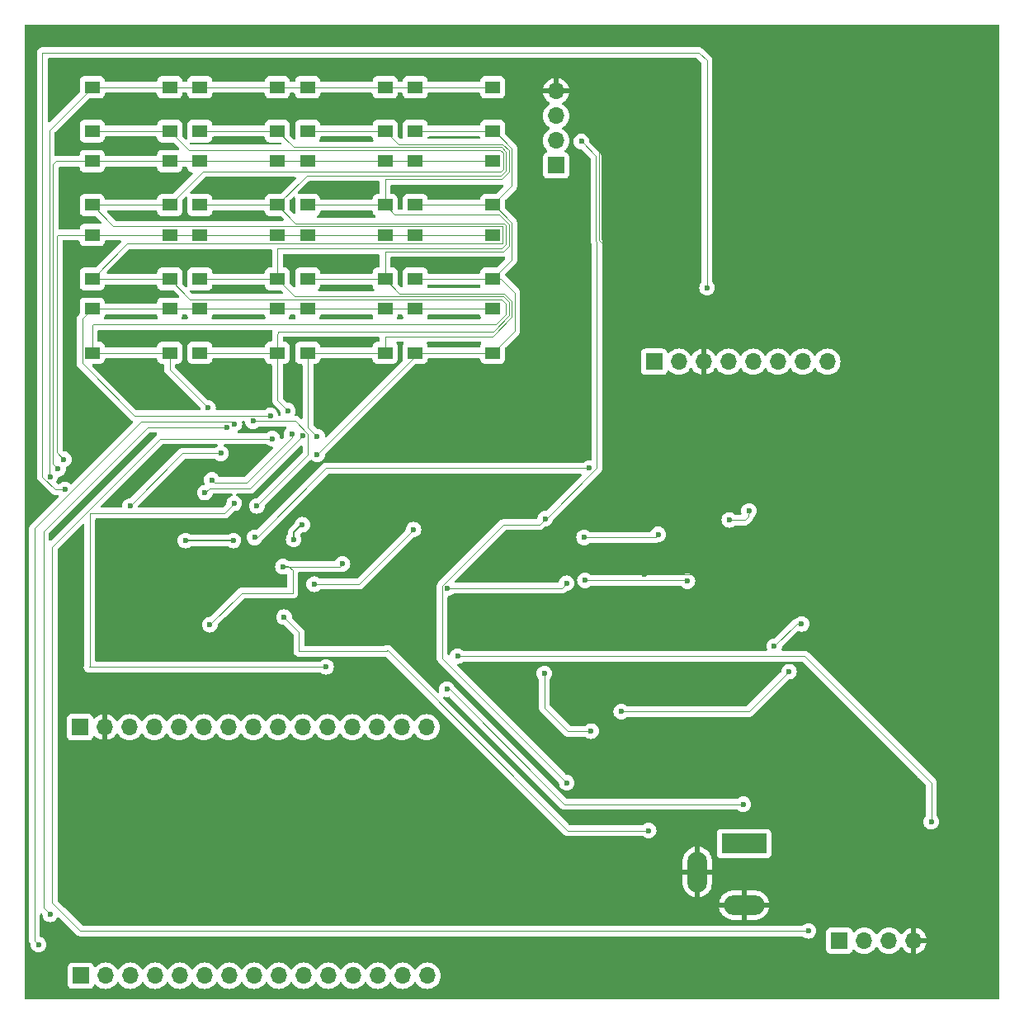
<source format=gbr>
%TF.GenerationSoftware,KiCad,Pcbnew,8.0.1*%
%TF.CreationDate,2024-04-21T10:41:16+07:00*%
%TF.ProjectId,RIFD_Final,52494644-5f46-4696-9e61-6c2e6b696361,rev?*%
%TF.SameCoordinates,Original*%
%TF.FileFunction,Copper,L1,Top*%
%TF.FilePolarity,Positive*%
%FSLAX46Y46*%
G04 Gerber Fmt 4.6, Leading zero omitted, Abs format (unit mm)*
G04 Created by KiCad (PCBNEW 8.0.1) date 2024-04-21 10:41:16*
%MOMM*%
%LPD*%
G01*
G04 APERTURE LIST*
%TA.AperFunction,SMDPad,CuDef*%
%ADD10R,1.550000X1.300000*%
%TD*%
%TA.AperFunction,ComponentPad*%
%ADD11R,1.700000X1.700000*%
%TD*%
%TA.AperFunction,ComponentPad*%
%ADD12O,1.700000X1.700000*%
%TD*%
%TA.AperFunction,ComponentPad*%
%ADD13R,4.600000X2.000000*%
%TD*%
%TA.AperFunction,ComponentPad*%
%ADD14O,4.200000X2.000000*%
%TD*%
%TA.AperFunction,ComponentPad*%
%ADD15O,2.000000X4.200000*%
%TD*%
%TA.AperFunction,ViaPad*%
%ADD16C,0.600000*%
%TD*%
%TA.AperFunction,Conductor*%
%ADD17C,0.100000*%
%TD*%
%TA.AperFunction,Conductor*%
%ADD18C,0.200000*%
%TD*%
G04 APERTURE END LIST*
D10*
%TO.P,8,1,1*%
%TO.N,R3*%
X88050000Y-49500000D03*
X96000000Y-49500000D03*
%TO.P,8,2,2*%
%TO.N,C2*%
X88050000Y-54000000D03*
X96000000Y-54000000D03*
%TD*%
%TO.P,5,1,1*%
%TO.N,R2*%
X88050000Y-41920000D03*
X96000000Y-41920000D03*
%TO.P,5,2,2*%
%TO.N,C2*%
X88050000Y-46420000D03*
X96000000Y-46420000D03*
%TD*%
%TO.P,1,1,1*%
%TO.N,R1*%
X77000000Y-34340000D03*
X84950000Y-34340000D03*
%TO.P,1,2,2*%
%TO.N,C1*%
X77000000Y-38840000D03*
X84950000Y-38840000D03*
%TD*%
%TO.P,3,1,1*%
%TO.N,R1*%
X99100000Y-34340000D03*
X107050000Y-34340000D03*
%TO.P,3,2,2*%
%TO.N,C3*%
X99100000Y-38840000D03*
X107050000Y-38840000D03*
%TD*%
D11*
%TO.P,J1,1,Pin_1*%
%TO.N,SCL_LCD*%
X124600000Y-42350000D03*
D12*
%TO.P,J1,2,Pin_2*%
%TO.N,SDA_LCD*%
X124600000Y-39810000D03*
%TO.P,J1,3,Pin_3*%
%TO.N,+5V*%
X124600000Y-37270000D03*
%TO.P,J1,4,Pin_4*%
%TO.N,GND*%
X124600000Y-34730000D03*
%TD*%
D10*
%TO.P,6,1,1*%
%TO.N,R2*%
X99100000Y-41920000D03*
X107050000Y-41920000D03*
%TO.P,6,2,2*%
%TO.N,C3*%
X99100000Y-46420000D03*
X107050000Y-46420000D03*
%TD*%
D11*
%TO.P,J5,1,Pin_1*%
%TO.N,unconnected-(J5-Pin_1-Pad1)*%
X75840000Y-125500000D03*
D12*
%TO.P,J5,2,Pin_2*%
%TO.N,unconnected-(J5-Pin_2-Pad2)*%
X78380000Y-125500000D03*
%TO.P,J5,3,Pin_3*%
%TO.N,unconnected-(J5-Pin_3-Pad3)*%
X80920000Y-125500000D03*
%TO.P,J5,4,Pin_4*%
%TO.N,unconnected-(J5-Pin_4-Pad4)*%
X83460000Y-125500000D03*
%TO.P,J5,5,Pin_5*%
%TO.N,unconnected-(J5-Pin_5-Pad5)*%
X86000000Y-125500000D03*
%TO.P,J5,6,Pin_6*%
%TO.N,unconnected-(J5-Pin_6-Pad6)*%
X88540000Y-125500000D03*
%TO.P,J5,7,Pin_7*%
%TO.N,unconnected-(J5-Pin_7-Pad7)*%
X91080000Y-125500000D03*
%TO.P,J5,8,Pin_8*%
%TO.N,unconnected-(J5-Pin_8-Pad8)*%
X93620000Y-125500000D03*
%TO.P,J5,9,Pin_9*%
%TO.N,unconnected-(J5-Pin_9-Pad9)*%
X96160000Y-125500000D03*
%TO.P,J5,10,Pin_10*%
%TO.N,unconnected-(J5-Pin_10-Pad10)*%
X98700000Y-125500000D03*
%TO.P,J5,11,Pin_11*%
%TO.N,unconnected-(J5-Pin_11-Pad11)*%
X101240000Y-125500000D03*
%TO.P,J5,12,Pin_12*%
%TO.N,RX_ESP*%
X103780000Y-125500000D03*
%TO.P,J5,13,Pin_13*%
%TO.N,TX_ESP*%
X106320000Y-125500000D03*
%TO.P,J5,14,Pin_14*%
%TO.N,unconnected-(J5-Pin_14-Pad14)*%
X108860000Y-125500000D03*
%TO.P,J5,15,Pin_15*%
%TO.N,unconnected-(J5-Pin_15-Pad15)*%
X111400000Y-125500000D03*
%TD*%
D10*
%TO.P,7,1,1*%
%TO.N,R3*%
X77000000Y-49500000D03*
X84950000Y-49500000D03*
%TO.P,7,2,2*%
%TO.N,C1*%
X77000000Y-54000000D03*
X84950000Y-54000000D03*
%TD*%
%TO.P,B,1,1*%
%TO.N,R2*%
X110150000Y-41920000D03*
X118100000Y-41920000D03*
%TO.P,B,2,2*%
%TO.N,C4*%
X110150000Y-46420000D03*
X118100000Y-46420000D03*
%TD*%
%TO.P,0,1,1*%
%TO.N,R4*%
X88050000Y-57080000D03*
X96000000Y-57080000D03*
%TO.P,0,2,2*%
%TO.N,C2*%
X88050000Y-61580000D03*
X96000000Y-61580000D03*
%TD*%
D11*
%TO.P,J4,1,Pin_1*%
%TO.N,+5V*%
X75760000Y-100000000D03*
D12*
%TO.P,J4,2,Pin_2*%
%TO.N,GND*%
X78300000Y-100000000D03*
%TO.P,J4,3,Pin_3*%
%TO.N,unconnected-(J4-Pin_3-Pad3)*%
X80840000Y-100000000D03*
%TO.P,J4,4,Pin_4*%
%TO.N,unconnected-(J4-Pin_4-Pad4)*%
X83380000Y-100000000D03*
%TO.P,J4,5,Pin_5*%
%TO.N,unconnected-(J4-Pin_5-Pad5)*%
X85920000Y-100000000D03*
%TO.P,J4,6,Pin_6*%
%TO.N,unconnected-(J4-Pin_6-Pad6)*%
X88460000Y-100000000D03*
%TO.P,J4,7,Pin_7*%
%TO.N,unconnected-(J4-Pin_7-Pad7)*%
X91000000Y-100000000D03*
%TO.P,J4,8,Pin_8*%
%TO.N,unconnected-(J4-Pin_8-Pad8)*%
X93540000Y-100000000D03*
%TO.P,J4,9,Pin_9*%
%TO.N,unconnected-(J4-Pin_9-Pad9)*%
X96080000Y-100000000D03*
%TO.P,J4,10,Pin_10*%
%TO.N,unconnected-(J4-Pin_10-Pad10)*%
X98620000Y-100000000D03*
%TO.P,J4,11,Pin_11*%
%TO.N,unconnected-(J4-Pin_11-Pad11)*%
X101160000Y-100000000D03*
%TO.P,J4,12,Pin_12*%
%TO.N,unconnected-(J4-Pin_12-Pad12)*%
X103700000Y-100000000D03*
%TO.P,J4,13,Pin_13*%
%TO.N,unconnected-(J4-Pin_13-Pad13)*%
X106240000Y-100000000D03*
%TO.P,J4,14,Pin_14*%
%TO.N,unconnected-(J4-Pin_14-Pad14)*%
X108780000Y-100000000D03*
%TO.P,J4,15,Pin_15*%
%TO.N,unconnected-(J4-Pin_15-Pad15)*%
X111320000Y-100000000D03*
%TD*%
D10*
%TO.P,\u002A,1,1*%
%TO.N,R4*%
X77000000Y-57080000D03*
X84950000Y-57080000D03*
%TO.P,\u002A,2,2*%
%TO.N,C1*%
X77000000Y-61580000D03*
X84950000Y-61580000D03*
%TD*%
%TO.P,2,1,1*%
%TO.N,R1*%
X88050000Y-34340000D03*
X96000000Y-34340000D03*
%TO.P,2,2,2*%
%TO.N,C2*%
X88050000Y-38840000D03*
X96000000Y-38840000D03*
%TD*%
%TO.P,9,1,1*%
%TO.N,R3*%
X99100000Y-49500000D03*
X107050000Y-49500000D03*
%TO.P,9,2,2*%
%TO.N,C3*%
X99100000Y-54000000D03*
X107050000Y-54000000D03*
%TD*%
%TO.P,4,1,1*%
%TO.N,R2*%
X77000000Y-41920000D03*
X84950000Y-41920000D03*
%TO.P,4,2,2*%
%TO.N,C1*%
X77000000Y-46420000D03*
X84950000Y-46420000D03*
%TD*%
%TO.P,C,1,1*%
%TO.N,R3*%
X110150000Y-49500000D03*
X118100000Y-49500000D03*
%TO.P,C,2,2*%
%TO.N,C4*%
X110150000Y-54000000D03*
X118100000Y-54000000D03*
%TD*%
%TO.P,D,1,1*%
%TO.N,R4*%
X110150000Y-57080000D03*
X118100000Y-57080000D03*
%TO.P,D,2,2*%
%TO.N,C4*%
X110150000Y-61580000D03*
X118100000Y-61580000D03*
%TD*%
D11*
%TO.P,J2,1,Pin_1*%
%TO.N,+3.3V*%
X134660000Y-62500000D03*
D12*
%TO.P,J2,2,Pin_2*%
%TO.N,unconnected-(J2-Pin_2-Pad2)*%
X137200000Y-62500000D03*
%TO.P,J2,3,Pin_3*%
%TO.N,GND*%
X139740000Y-62500000D03*
%TO.P,J2,4,Pin_4*%
%TO.N,unconnected-(J2-Pin_4-Pad4)*%
X142280000Y-62500000D03*
%TO.P,J2,5,Pin_5*%
%TO.N,MISO_RF*%
X144820000Y-62500000D03*
%TO.P,J2,6,Pin_6*%
%TO.N,MOSI_RF*%
X147360000Y-62500000D03*
%TO.P,J2,7,Pin_7*%
%TO.N,SCK_RF*%
X149900000Y-62500000D03*
%TO.P,J2,8,Pin_8*%
%TO.N,SS_RF*%
X152440000Y-62500000D03*
%TD*%
D10*
%TO.P,#,1,1*%
%TO.N,R4*%
X99100000Y-57080000D03*
X107050000Y-57080000D03*
%TO.P,#,2,2*%
%TO.N,C3*%
X99100000Y-61580000D03*
X107050000Y-61580000D03*
%TD*%
%TO.P,A,1,1*%
%TO.N,R1*%
X110150000Y-34340000D03*
X118100000Y-34340000D03*
%TO.P,A,2,2*%
%TO.N,C4*%
X110150000Y-38840000D03*
X118100000Y-38840000D03*
%TD*%
D11*
%TO.P,J6,1,Pin_1*%
%TO.N,+3.3V*%
X153680000Y-121900000D03*
D12*
%TO.P,J6,2,Pin_2*%
%TO.N,SWDIO*%
X156220000Y-121900000D03*
%TO.P,J6,3,Pin_3*%
%TO.N,SWCLK*%
X158760000Y-121900000D03*
%TO.P,J6,4,Pin_4*%
%TO.N,GND*%
X161300000Y-121900000D03*
%TD*%
D13*
%TO.P,J3,1*%
%TO.N,Net-(F1-Pad1)*%
X143900000Y-111950000D03*
D14*
%TO.P,J3,2*%
%TO.N,GND*%
X143900000Y-118250000D03*
D15*
%TO.P,J3,3*%
X139100000Y-114850000D03*
%TD*%
D16*
%TO.N,Net-(U3-PD0)*%
X96575000Y-83525000D03*
X89075000Y-89475000D03*
X102685000Y-83235000D03*
%TO.N,Net-(U3-PD1)*%
X97675000Y-80725000D03*
X98575000Y-79225000D03*
X86575000Y-80850000D03*
X91500000Y-80850000D03*
%TO.N,Net-(U3-PC13)*%
X93675000Y-80525000D03*
X127975000Y-73425000D03*
%TO.N,GND*%
X129000000Y-37700000D03*
X142875000Y-84125000D03*
X133700000Y-84300000D03*
X131600000Y-60800000D03*
%TO.N,Net-(U2-VO)*%
X138075000Y-85025000D03*
X127575000Y-84925000D03*
X125675000Y-85225000D03*
X113475000Y-85725000D03*
%TO.N,Net-(U1-VO)*%
X142375000Y-78725000D03*
X127475000Y-80525000D03*
X135075000Y-80225000D03*
X144400000Y-77800000D03*
%TO.N,Net-(U1-VI)*%
X148500000Y-94300000D03*
X131300000Y-98400000D03*
X109975000Y-79725000D03*
X147000000Y-91700000D03*
X99775000Y-85325000D03*
X149800000Y-89400000D03*
%TO.N,+3.3V*%
X123400000Y-94500000D03*
X93900000Y-77300000D03*
X128200000Y-100400000D03*
X93500000Y-68600000D03*
%TO.N,MISO_RF*%
X88575000Y-75925000D03*
X98585000Y-70125000D03*
%TO.N,+5V*%
X127200000Y-39900000D03*
X123500000Y-78600000D03*
X125700000Y-105700000D03*
%TO.N,MOSI_RF*%
X74200000Y-75600000D03*
X140100000Y-54900000D03*
%TO.N,SWCLK*%
X95500000Y-70400000D03*
X150500000Y-120900000D03*
%TO.N,SWDIO*%
X80900000Y-77300000D03*
X90200000Y-71900000D03*
%TO.N,SCK_RF*%
X97485000Y-69925000D03*
X89275000Y-74625000D03*
%TO.N,Net-(U3-NRST)*%
X101000000Y-93800000D03*
X143800000Y-107900000D03*
X113400000Y-96100000D03*
X91575000Y-77025000D03*
%TO.N,Net-(F1-Pad1)*%
X134100000Y-110600000D03*
X96700000Y-88700000D03*
%TO.N,R1*%
X72700000Y-74300000D03*
%TO.N,C1*%
X88885000Y-67225000D03*
%TO.N,R2*%
X73500000Y-73500000D03*
%TO.N,R3*%
X74100000Y-72500000D03*
%TO.N,R4*%
X95285000Y-68025000D03*
%TO.N,C2*%
X97085000Y-67525000D03*
%TO.N,C3*%
X100100000Y-70200000D03*
%TO.N,C4*%
X100100000Y-72000000D03*
%TO.N,Net-(Button_RS1-Pad2)*%
X114500000Y-92700000D03*
X163100000Y-109700000D03*
%TO.N,TX_ESP*%
X91600000Y-68900000D03*
X71500000Y-122300000D03*
%TO.N,RX_ESP*%
X72700000Y-119200000D03*
X90800000Y-69200000D03*
%TD*%
D17*
%TO.N,Net-(U3-PD0)*%
X97575000Y-86225000D02*
X97575000Y-83925000D01*
X102395000Y-83525000D02*
X97175000Y-83525000D01*
X89075000Y-89475000D02*
X92325000Y-86225000D01*
X97575000Y-83925000D02*
X97175000Y-83525000D01*
X92325000Y-86225000D02*
X97575000Y-86225000D01*
D18*
X97175000Y-83525000D02*
X96575000Y-83525000D01*
D17*
X102685000Y-83235000D02*
X102395000Y-83525000D01*
D18*
%TO.N,Net-(U3-PD1)*%
X98475000Y-79225000D02*
X98575000Y-79225000D01*
X86575000Y-80850000D02*
X91500000Y-80850000D01*
X91500000Y-80850000D02*
X91575000Y-80850000D01*
X98575000Y-79225000D02*
X98575000Y-79125000D01*
X91575000Y-80850000D02*
X91600000Y-80875000D01*
X98575000Y-79125000D02*
X98475000Y-79225000D01*
X97675000Y-80725000D02*
X97675000Y-80025000D01*
X97675000Y-80025000D02*
X98475000Y-79225000D01*
D17*
%TO.N,Net-(U3-PC13)*%
X103075000Y-73425000D02*
X127975000Y-73425000D01*
D18*
X93675000Y-80525000D02*
X93923529Y-80525000D01*
D17*
X101023529Y-73425000D02*
X103075000Y-73425000D01*
X93923529Y-80525000D02*
X101023529Y-73425000D01*
%TO.N,GND*%
X133700000Y-84300000D02*
X142700000Y-84300000D01*
X131600000Y-60800000D02*
X131600000Y-52600000D01*
X129000000Y-50000000D02*
X129000000Y-37700000D01*
X131600000Y-52600000D02*
X129000000Y-50000000D01*
X142700000Y-84300000D02*
X142875000Y-84125000D01*
%TO.N,Net-(U2-VO)*%
X127575000Y-84925000D02*
X137975000Y-84925000D01*
X125175000Y-85725000D02*
X125675000Y-85225000D01*
D18*
X137975000Y-84925000D02*
X138075000Y-85025000D01*
D17*
X113475000Y-85725000D02*
X125175000Y-85725000D01*
D18*
%TO.N,Net-(U1-VO)*%
X135075000Y-80225000D02*
X135175000Y-80225000D01*
D17*
X144400000Y-77800000D02*
X144300000Y-77800000D01*
D18*
X135175000Y-80225000D02*
X135075000Y-80325000D01*
D17*
X127475000Y-80525000D02*
X134875000Y-80525000D01*
D18*
X135075000Y-80325000D02*
X135075000Y-80225000D01*
D17*
X144300000Y-78400000D02*
X144400000Y-77800000D01*
X143975000Y-78725000D02*
X144300000Y-78400000D01*
X134875000Y-80525000D02*
X135075000Y-80325000D01*
X142375000Y-78725000D02*
X143975000Y-78725000D01*
%TO.N,Net-(U1-VI)*%
X149800000Y-89400000D02*
X149300000Y-89400000D01*
X144400000Y-98400000D02*
X148500000Y-94300000D01*
X99775000Y-85325000D02*
X104375000Y-85325000D01*
X149300000Y-89400000D02*
X147000000Y-91700000D01*
X104375000Y-85325000D02*
X109975000Y-79725000D01*
X131300000Y-98400000D02*
X144400000Y-98400000D01*
%TO.N,+3.3V*%
X93900000Y-77300000D02*
X99135000Y-72065000D01*
X99135000Y-69897182D02*
X97837818Y-68600000D01*
X128200000Y-100400000D02*
X125800000Y-100400000D01*
X93900000Y-68600000D02*
X93800000Y-68600000D01*
X123400000Y-98000000D02*
X123400000Y-94500000D01*
X125800000Y-100400000D02*
X123400000Y-98000000D01*
X97837818Y-68600000D02*
X93900000Y-68600000D01*
X93800000Y-68600000D02*
X93500000Y-68600000D01*
X99135000Y-72065000D02*
X99135000Y-69897182D01*
%TO.N,MISO_RF*%
X89025000Y-75475000D02*
X93235000Y-75475000D01*
X88575000Y-75925000D02*
X89025000Y-75475000D01*
X93235000Y-75475000D02*
X98585000Y-70125000D01*
%TO.N,+5V*%
X128800000Y-50224264D02*
X128800000Y-73377818D01*
X128800000Y-73377818D02*
X123577818Y-78600000D01*
X119222182Y-79200000D02*
X122900000Y-79200000D01*
X128700000Y-50124264D02*
X128800000Y-50224264D01*
X112925000Y-92925000D02*
X112925000Y-85497182D01*
X122900000Y-79200000D02*
X123500000Y-78600000D01*
X127200000Y-39900000D02*
X128700000Y-41400000D01*
X123577818Y-78600000D02*
X123500000Y-78600000D01*
X125700000Y-105700000D02*
X112925000Y-92925000D01*
X112925000Y-85497182D02*
X119222182Y-79200000D01*
X128700000Y-41400000D02*
X128700000Y-50124264D01*
%TO.N,MOSI_RF*%
X71900000Y-74277818D02*
X73222182Y-75600000D01*
X140100000Y-54900000D02*
X140100000Y-31600000D01*
X71900000Y-30800000D02*
X71900000Y-74277818D01*
X140100000Y-31600000D02*
X139300000Y-30800000D01*
X139300000Y-30800000D02*
X71900000Y-30800000D01*
X73222182Y-75600000D02*
X74200000Y-75600000D01*
%TO.N,SWCLK*%
X72900000Y-81475736D02*
X72900000Y-118000000D01*
X72900000Y-118000000D02*
X75800000Y-120900000D01*
X75800000Y-120900000D02*
X150500000Y-120900000D01*
X83975736Y-70400000D02*
X72900000Y-81475736D01*
X95500000Y-70400000D02*
X83975736Y-70400000D01*
%TO.N,SWDIO*%
X86300000Y-71900000D02*
X80900000Y-77300000D01*
X90200000Y-71900000D02*
X86300000Y-71900000D01*
D18*
%TO.N,SCK_RF*%
X89275000Y-74590686D02*
X89275000Y-74625000D01*
X89240686Y-74625000D02*
X89257843Y-74607843D01*
X89275000Y-74625000D02*
X89240686Y-74625000D01*
D17*
X92835000Y-74875000D02*
X89525000Y-74875000D01*
X89525000Y-74875000D02*
X89275000Y-74625000D01*
X97485000Y-69925000D02*
X97485000Y-70225000D01*
X97485000Y-70225000D02*
X92835000Y-74875000D01*
%TO.N,Net-(U3-NRST)*%
X101000000Y-93800000D02*
X100975000Y-93825000D01*
X76675000Y-93825000D02*
X101000000Y-93800000D01*
X125500000Y-107900000D02*
X143800000Y-107900000D01*
X113400000Y-96100000D02*
X113700000Y-96100000D01*
X113700000Y-96100000D02*
X125500000Y-107900000D01*
X76775000Y-78025000D02*
X76775000Y-93725000D01*
X76775000Y-93725000D02*
X76675000Y-93825000D01*
X90575000Y-78025000D02*
X76775000Y-78025000D01*
X91575000Y-77025000D02*
X90575000Y-78025000D01*
%TO.N,Net-(F1-Pad1)*%
X98200000Y-90200000D02*
X98200000Y-92200000D01*
X107200000Y-92200000D02*
X107300000Y-92100000D01*
X98200000Y-92200000D02*
X107200000Y-92200000D01*
X107300000Y-92100000D02*
X125800000Y-110600000D01*
X96700000Y-88700000D02*
X98200000Y-90200000D01*
X125800000Y-110600000D02*
X134100000Y-110600000D01*
%TO.N,R1*%
X99100000Y-34340000D02*
X96000000Y-34340000D01*
X72600000Y-38740000D02*
X72600000Y-67100000D01*
X72600000Y-74200000D02*
X72700000Y-74300000D01*
X96000000Y-34340000D02*
X88050000Y-34340000D01*
X72600000Y-67100000D02*
X72600000Y-74200000D01*
X118100000Y-34340000D02*
X110150000Y-34340000D01*
X77000000Y-34340000D02*
X84950000Y-34340000D01*
X77000000Y-34340000D02*
X72600000Y-38740000D01*
X110150000Y-34340000D02*
X106300000Y-34340000D01*
X106300000Y-34340000D02*
X99100000Y-34340000D01*
X84950000Y-34340000D02*
X88050000Y-34340000D01*
X107050000Y-34340000D02*
X106300000Y-34340000D01*
%TO.N,C1*%
X84950000Y-61580000D02*
X77000000Y-61580000D01*
X119475000Y-57630000D02*
X118415000Y-58690000D01*
X88380000Y-42990000D02*
X84950000Y-46420000D01*
X119125000Y-48600000D02*
X119125000Y-50400000D01*
X118955000Y-42990000D02*
X88380000Y-42990000D01*
X77000000Y-58765000D02*
X77000000Y-61580000D01*
X118895000Y-40790000D02*
X119175000Y-41070000D01*
X87040000Y-56090000D02*
X119035000Y-56090000D01*
X84950000Y-38840000D02*
X86900000Y-40790000D01*
X119175000Y-41070000D02*
X119175000Y-42770000D01*
X119175000Y-42770000D02*
X118955000Y-42990000D01*
X77000000Y-38840000D02*
X84950000Y-38840000D01*
X86900000Y-40790000D02*
X118895000Y-40790000D01*
X84950000Y-63290000D02*
X88885000Y-67225000D01*
X77000000Y-54000000D02*
X84950000Y-54000000D01*
X84950000Y-61580000D02*
X84950000Y-63290000D01*
X118415000Y-58690000D02*
X77075000Y-58690000D01*
X84950000Y-54000000D02*
X87040000Y-56090000D01*
X119035000Y-56090000D02*
X119475000Y-56530000D01*
X80600000Y-50400000D02*
X77000000Y-54000000D01*
X79180000Y-48600000D02*
X119125000Y-48600000D01*
X119125000Y-50400000D02*
X80600000Y-50400000D01*
X119475000Y-56530000D02*
X119475000Y-57630000D01*
X84950000Y-46420000D02*
X77000000Y-46420000D01*
X77000000Y-46420000D02*
X79180000Y-48600000D01*
X77075000Y-58690000D02*
X77000000Y-58765000D01*
%TO.N,R2*%
X73280000Y-41920000D02*
X73000000Y-42200000D01*
X110150000Y-41920000D02*
X107050000Y-41920000D01*
X99100000Y-41920000D02*
X107050000Y-41920000D01*
X84950000Y-41920000D02*
X88050000Y-41920000D01*
X88050000Y-41920000D02*
X96000000Y-41920000D01*
X77000000Y-41920000D02*
X73280000Y-41920000D01*
X77000000Y-41920000D02*
X84950000Y-41920000D01*
X118100000Y-41920000D02*
X110150000Y-41920000D01*
X73000000Y-73000000D02*
X73500000Y-73500000D01*
X73000000Y-42200000D02*
X73000000Y-73000000D01*
X99100000Y-41920000D02*
X96000000Y-41920000D01*
%TO.N,R3*%
X73400000Y-49600000D02*
X73400000Y-71800000D01*
X73500000Y-49500000D02*
X73400000Y-49600000D01*
X99100000Y-49500000D02*
X107050000Y-49500000D01*
X99100000Y-49500000D02*
X96000000Y-49500000D01*
X73400000Y-71800000D02*
X74100000Y-72500000D01*
X77000000Y-49500000D02*
X84950000Y-49500000D01*
X77000000Y-49500000D02*
X73500000Y-49500000D01*
X118100000Y-49500000D02*
X110150000Y-49500000D01*
X110150000Y-49500000D02*
X107050000Y-49500000D01*
X96000000Y-49500000D02*
X88050000Y-49500000D01*
X88050000Y-49500000D02*
X84950000Y-49500000D01*
%TO.N,R4*%
X75975000Y-58105000D02*
X75975000Y-62675000D01*
X88050000Y-57080000D02*
X84950000Y-57080000D01*
X77000000Y-57080000D02*
X75975000Y-58105000D01*
X88050000Y-57080000D02*
X96000000Y-57080000D01*
X99100000Y-57080000D02*
X96000000Y-57080000D01*
X118100000Y-57080000D02*
X110150000Y-57080000D01*
X99100000Y-57080000D02*
X107050000Y-57080000D01*
X81325000Y-68025000D02*
X95285000Y-68025000D01*
X75975000Y-62675000D02*
X81325000Y-68025000D01*
X84950000Y-57080000D02*
X77000000Y-57080000D01*
X110150000Y-57080000D02*
X107050000Y-57080000D01*
%TO.N,C2*%
X96075000Y-59390000D02*
X96075000Y-59590000D01*
X88050000Y-54000000D02*
X96000000Y-54000000D01*
X97880000Y-48300000D02*
X119249264Y-48300000D01*
X119475000Y-48525736D02*
X119475000Y-50474264D01*
X96000000Y-61580000D02*
X96000000Y-66440000D01*
X97790000Y-55790000D02*
X119175000Y-55790000D01*
X96075000Y-59590000D02*
X96000000Y-59665000D01*
X88050000Y-38840000D02*
X96000000Y-38840000D01*
X96000000Y-54000000D02*
X97790000Y-55790000D01*
X119175000Y-55790000D02*
X119775000Y-56390000D01*
X96000000Y-46420000D02*
X88050000Y-46420000D01*
X119475000Y-40945736D02*
X119475000Y-42894264D01*
X96000000Y-50915000D02*
X96000000Y-54000000D01*
X96000000Y-66440000D02*
X97085000Y-67525000D01*
X96000000Y-59665000D02*
X96000000Y-61580000D01*
X118139264Y-59390000D02*
X96075000Y-59390000D01*
X119019264Y-40490000D02*
X119475000Y-40945736D01*
X119059264Y-50890000D02*
X95975000Y-50890000D01*
X119249264Y-48300000D02*
X119475000Y-48525736D01*
X96000000Y-61580000D02*
X88050000Y-61580000D01*
X96000000Y-46420000D02*
X97880000Y-48300000D01*
X96000000Y-38840000D02*
X97650000Y-40490000D01*
X97650000Y-40490000D02*
X119019264Y-40490000D01*
X118954264Y-43415000D02*
X99005000Y-43415000D01*
X119475000Y-42894264D02*
X118954264Y-43415000D01*
X99005000Y-43415000D02*
X96000000Y-46420000D01*
X119775000Y-57754264D02*
X118139264Y-59390000D01*
X95975000Y-50890000D02*
X96000000Y-50915000D01*
X119775000Y-56390000D02*
X119775000Y-57754264D01*
X119475000Y-50474264D02*
X119059264Y-50890000D01*
%TO.N,C3*%
X108540000Y-55490000D02*
X119299264Y-55490000D01*
X108400000Y-40190000D02*
X119143528Y-40190000D01*
X119775000Y-48401472D02*
X119775000Y-50598528D01*
X119003528Y-43790000D02*
X107075000Y-43790000D01*
X107050000Y-51315000D02*
X107050000Y-54000000D01*
X119143528Y-40190000D02*
X119775000Y-40821472D01*
X99135000Y-61615000D02*
X99135000Y-69235000D01*
X99135000Y-69235000D02*
X100100000Y-70200000D01*
X107075000Y-51290000D02*
X107050000Y-51315000D01*
X119775000Y-40821472D02*
X119775000Y-43018528D01*
X118793528Y-47420000D02*
X119775000Y-48401472D01*
X99100000Y-61580000D02*
X107050000Y-61580000D01*
X107075000Y-59890000D02*
X107075000Y-60090000D01*
X107050000Y-38840000D02*
X108400000Y-40190000D01*
X120075000Y-57878528D02*
X118063528Y-59890000D01*
X107075000Y-60090000D02*
X107050000Y-60115000D01*
X107075000Y-51190000D02*
X107075000Y-51290000D01*
X119775000Y-50598528D02*
X119183528Y-51190000D01*
X108050000Y-47420000D02*
X118793528Y-47420000D01*
X107075000Y-43790000D02*
X107050000Y-43815000D01*
X119183528Y-51190000D02*
X107075000Y-51190000D01*
X99100000Y-61580000D02*
X99975000Y-61580000D01*
X99100000Y-38840000D02*
X107050000Y-38840000D01*
X118063528Y-59890000D02*
X107075000Y-59890000D01*
X99100000Y-61580000D02*
X99135000Y-61615000D01*
X107050000Y-54000000D02*
X108540000Y-55490000D01*
X107050000Y-43815000D02*
X107050000Y-46420000D01*
X107050000Y-60115000D02*
X107050000Y-61580000D01*
X99100000Y-54000000D02*
X107050000Y-54000000D01*
X119775000Y-43018528D02*
X119003528Y-43790000D01*
X107050000Y-46420000D02*
X108050000Y-47420000D01*
X119299264Y-55490000D02*
X120075000Y-56265736D01*
X99100000Y-46420000D02*
X107050000Y-46420000D01*
X120075000Y-56265736D02*
X120075000Y-57878528D01*
%TO.N,C4*%
X110150000Y-38840000D02*
X118100000Y-38840000D01*
X118225000Y-46420000D02*
X120075000Y-48270000D01*
X118100000Y-46420000D02*
X110150000Y-46420000D01*
X118100000Y-46420000D02*
X118225000Y-46420000D01*
X110150000Y-54000000D02*
X118100000Y-54000000D01*
X120075000Y-40590000D02*
X120075000Y-44445000D01*
X120375000Y-59305000D02*
X120375000Y-55400000D01*
X118975000Y-54000000D02*
X118100000Y-54000000D01*
X118100000Y-38840000D02*
X118325000Y-38840000D01*
X118100000Y-61580000D02*
X110150000Y-61580000D01*
X120075000Y-48270000D02*
X120075000Y-52025000D01*
X110150000Y-61580000D02*
X110150000Y-61950000D01*
X120075000Y-44445000D02*
X118100000Y-46420000D01*
X120375000Y-55400000D02*
X118975000Y-54000000D01*
X110150000Y-61950000D02*
X100100000Y-72000000D01*
X118325000Y-38840000D02*
X120075000Y-40590000D01*
X120075000Y-52025000D02*
X118100000Y-54000000D01*
X118100000Y-61580000D02*
X120375000Y-59305000D01*
%TO.N,Net-(Button_RS1-Pad2)*%
X162250000Y-104850000D02*
X163100000Y-105700000D01*
X163100000Y-105700000D02*
X163100000Y-109700000D01*
X114500000Y-92700000D02*
X114400000Y-92700000D01*
X162250000Y-104850000D02*
X150100000Y-92700000D01*
X150100000Y-92700000D02*
X114500000Y-92700000D01*
%TO.N,TX_ESP*%
X91350000Y-68650000D02*
X82050000Y-68650000D01*
X71100000Y-79600000D02*
X71100000Y-121900000D01*
X71100000Y-121900000D02*
X71500000Y-122300000D01*
X82050000Y-68650000D02*
X71100000Y-79600000D01*
X91600000Y-68900000D02*
X91350000Y-68650000D01*
%TO.N,RX_ESP*%
X90800000Y-69200000D02*
X82700000Y-69200000D01*
X72000000Y-118500000D02*
X72700000Y-119200000D01*
X82700000Y-69200000D02*
X72000000Y-79900000D01*
X72000000Y-79900000D02*
X72000000Y-118500000D01*
%TD*%
%TA.AperFunction,Conductor*%
%TO.N,GND*%
G36*
X170043039Y-27919685D02*
G01*
X170088794Y-27972489D01*
X170100000Y-28024000D01*
X170100000Y-127776000D01*
X170080315Y-127843039D01*
X170027511Y-127888794D01*
X169976000Y-127900000D01*
X70224000Y-127900000D01*
X70156961Y-127880315D01*
X70111206Y-127827511D01*
X70100000Y-127776000D01*
X70100000Y-126397870D01*
X74489500Y-126397870D01*
X74489501Y-126397876D01*
X74495908Y-126457483D01*
X74546202Y-126592328D01*
X74546206Y-126592335D01*
X74632452Y-126707544D01*
X74632455Y-126707547D01*
X74747664Y-126793793D01*
X74747671Y-126793797D01*
X74882517Y-126844091D01*
X74882516Y-126844091D01*
X74889444Y-126844835D01*
X74942127Y-126850500D01*
X76737872Y-126850499D01*
X76797483Y-126844091D01*
X76932331Y-126793796D01*
X77047546Y-126707546D01*
X77133796Y-126592331D01*
X77182810Y-126460916D01*
X77224681Y-126404984D01*
X77290145Y-126380566D01*
X77358418Y-126395417D01*
X77386673Y-126416569D01*
X77508599Y-126538495D01*
X77605384Y-126606265D01*
X77702165Y-126674032D01*
X77702167Y-126674033D01*
X77702170Y-126674035D01*
X77916337Y-126773903D01*
X78144592Y-126835063D01*
X78321034Y-126850500D01*
X78379999Y-126855659D01*
X78380000Y-126855659D01*
X78380001Y-126855659D01*
X78438966Y-126850500D01*
X78615408Y-126835063D01*
X78843663Y-126773903D01*
X79057830Y-126674035D01*
X79251401Y-126538495D01*
X79418495Y-126371401D01*
X79548425Y-126185842D01*
X79603002Y-126142217D01*
X79672500Y-126135023D01*
X79734855Y-126166546D01*
X79751575Y-126185842D01*
X79881500Y-126371395D01*
X79881505Y-126371401D01*
X80048599Y-126538495D01*
X80145384Y-126606265D01*
X80242165Y-126674032D01*
X80242167Y-126674033D01*
X80242170Y-126674035D01*
X80456337Y-126773903D01*
X80684592Y-126835063D01*
X80861034Y-126850500D01*
X80919999Y-126855659D01*
X80920000Y-126855659D01*
X80920001Y-126855659D01*
X80978966Y-126850500D01*
X81155408Y-126835063D01*
X81383663Y-126773903D01*
X81597830Y-126674035D01*
X81791401Y-126538495D01*
X81958495Y-126371401D01*
X82088425Y-126185842D01*
X82143002Y-126142217D01*
X82212500Y-126135023D01*
X82274855Y-126166546D01*
X82291575Y-126185842D01*
X82421500Y-126371395D01*
X82421505Y-126371401D01*
X82588599Y-126538495D01*
X82685384Y-126606265D01*
X82782165Y-126674032D01*
X82782167Y-126674033D01*
X82782170Y-126674035D01*
X82996337Y-126773903D01*
X83224592Y-126835063D01*
X83401034Y-126850500D01*
X83459999Y-126855659D01*
X83460000Y-126855659D01*
X83460001Y-126855659D01*
X83518966Y-126850500D01*
X83695408Y-126835063D01*
X83923663Y-126773903D01*
X84137830Y-126674035D01*
X84331401Y-126538495D01*
X84498495Y-126371401D01*
X84628425Y-126185842D01*
X84683002Y-126142217D01*
X84752500Y-126135023D01*
X84814855Y-126166546D01*
X84831575Y-126185842D01*
X84961500Y-126371395D01*
X84961505Y-126371401D01*
X85128599Y-126538495D01*
X85225384Y-126606265D01*
X85322165Y-126674032D01*
X85322167Y-126674033D01*
X85322170Y-126674035D01*
X85536337Y-126773903D01*
X85764592Y-126835063D01*
X85941034Y-126850500D01*
X85999999Y-126855659D01*
X86000000Y-126855659D01*
X86000001Y-126855659D01*
X86058966Y-126850500D01*
X86235408Y-126835063D01*
X86463663Y-126773903D01*
X86677830Y-126674035D01*
X86871401Y-126538495D01*
X87038495Y-126371401D01*
X87168425Y-126185842D01*
X87223002Y-126142217D01*
X87292500Y-126135023D01*
X87354855Y-126166546D01*
X87371575Y-126185842D01*
X87501500Y-126371395D01*
X87501505Y-126371401D01*
X87668599Y-126538495D01*
X87765384Y-126606265D01*
X87862165Y-126674032D01*
X87862167Y-126674033D01*
X87862170Y-126674035D01*
X88076337Y-126773903D01*
X88304592Y-126835063D01*
X88481034Y-126850500D01*
X88539999Y-126855659D01*
X88540000Y-126855659D01*
X88540001Y-126855659D01*
X88598966Y-126850500D01*
X88775408Y-126835063D01*
X89003663Y-126773903D01*
X89217830Y-126674035D01*
X89411401Y-126538495D01*
X89578495Y-126371401D01*
X89708425Y-126185842D01*
X89763002Y-126142217D01*
X89832500Y-126135023D01*
X89894855Y-126166546D01*
X89911575Y-126185842D01*
X90041500Y-126371395D01*
X90041505Y-126371401D01*
X90208599Y-126538495D01*
X90305384Y-126606265D01*
X90402165Y-126674032D01*
X90402167Y-126674033D01*
X90402170Y-126674035D01*
X90616337Y-126773903D01*
X90844592Y-126835063D01*
X91021034Y-126850500D01*
X91079999Y-126855659D01*
X91080000Y-126855659D01*
X91080001Y-126855659D01*
X91138966Y-126850500D01*
X91315408Y-126835063D01*
X91543663Y-126773903D01*
X91757830Y-126674035D01*
X91951401Y-126538495D01*
X92118495Y-126371401D01*
X92248425Y-126185842D01*
X92303002Y-126142217D01*
X92372500Y-126135023D01*
X92434855Y-126166546D01*
X92451575Y-126185842D01*
X92581500Y-126371395D01*
X92581505Y-126371401D01*
X92748599Y-126538495D01*
X92845384Y-126606265D01*
X92942165Y-126674032D01*
X92942167Y-126674033D01*
X92942170Y-126674035D01*
X93156337Y-126773903D01*
X93384592Y-126835063D01*
X93561034Y-126850500D01*
X93619999Y-126855659D01*
X93620000Y-126855659D01*
X93620001Y-126855659D01*
X93678966Y-126850500D01*
X93855408Y-126835063D01*
X94083663Y-126773903D01*
X94297830Y-126674035D01*
X94491401Y-126538495D01*
X94658495Y-126371401D01*
X94788425Y-126185842D01*
X94843002Y-126142217D01*
X94912500Y-126135023D01*
X94974855Y-126166546D01*
X94991575Y-126185842D01*
X95121500Y-126371395D01*
X95121505Y-126371401D01*
X95288599Y-126538495D01*
X95385384Y-126606265D01*
X95482165Y-126674032D01*
X95482167Y-126674033D01*
X95482170Y-126674035D01*
X95696337Y-126773903D01*
X95924592Y-126835063D01*
X96101034Y-126850500D01*
X96159999Y-126855659D01*
X96160000Y-126855659D01*
X96160001Y-126855659D01*
X96218966Y-126850500D01*
X96395408Y-126835063D01*
X96623663Y-126773903D01*
X96837830Y-126674035D01*
X97031401Y-126538495D01*
X97198495Y-126371401D01*
X97328425Y-126185842D01*
X97383002Y-126142217D01*
X97452500Y-126135023D01*
X97514855Y-126166546D01*
X97531575Y-126185842D01*
X97661500Y-126371395D01*
X97661505Y-126371401D01*
X97828599Y-126538495D01*
X97925384Y-126606265D01*
X98022165Y-126674032D01*
X98022167Y-126674033D01*
X98022170Y-126674035D01*
X98236337Y-126773903D01*
X98464592Y-126835063D01*
X98641034Y-126850500D01*
X98699999Y-126855659D01*
X98700000Y-126855659D01*
X98700001Y-126855659D01*
X98758966Y-126850500D01*
X98935408Y-126835063D01*
X99163663Y-126773903D01*
X99377830Y-126674035D01*
X99571401Y-126538495D01*
X99738495Y-126371401D01*
X99868425Y-126185842D01*
X99923002Y-126142217D01*
X99992500Y-126135023D01*
X100054855Y-126166546D01*
X100071575Y-126185842D01*
X100201500Y-126371395D01*
X100201505Y-126371401D01*
X100368599Y-126538495D01*
X100465384Y-126606265D01*
X100562165Y-126674032D01*
X100562167Y-126674033D01*
X100562170Y-126674035D01*
X100776337Y-126773903D01*
X101004592Y-126835063D01*
X101181034Y-126850500D01*
X101239999Y-126855659D01*
X101240000Y-126855659D01*
X101240001Y-126855659D01*
X101298966Y-126850500D01*
X101475408Y-126835063D01*
X101703663Y-126773903D01*
X101917830Y-126674035D01*
X102111401Y-126538495D01*
X102278495Y-126371401D01*
X102408425Y-126185842D01*
X102463002Y-126142217D01*
X102532500Y-126135023D01*
X102594855Y-126166546D01*
X102611575Y-126185842D01*
X102741500Y-126371395D01*
X102741505Y-126371401D01*
X102908599Y-126538495D01*
X103005384Y-126606265D01*
X103102165Y-126674032D01*
X103102167Y-126674033D01*
X103102170Y-126674035D01*
X103316337Y-126773903D01*
X103544592Y-126835063D01*
X103721034Y-126850500D01*
X103779999Y-126855659D01*
X103780000Y-126855659D01*
X103780001Y-126855659D01*
X103838966Y-126850500D01*
X104015408Y-126835063D01*
X104243663Y-126773903D01*
X104457830Y-126674035D01*
X104651401Y-126538495D01*
X104818495Y-126371401D01*
X104948425Y-126185842D01*
X105003002Y-126142217D01*
X105072500Y-126135023D01*
X105134855Y-126166546D01*
X105151575Y-126185842D01*
X105281500Y-126371395D01*
X105281505Y-126371401D01*
X105448599Y-126538495D01*
X105545384Y-126606265D01*
X105642165Y-126674032D01*
X105642167Y-126674033D01*
X105642170Y-126674035D01*
X105856337Y-126773903D01*
X106084592Y-126835063D01*
X106261034Y-126850500D01*
X106319999Y-126855659D01*
X106320000Y-126855659D01*
X106320001Y-126855659D01*
X106378966Y-126850500D01*
X106555408Y-126835063D01*
X106783663Y-126773903D01*
X106997830Y-126674035D01*
X107191401Y-126538495D01*
X107358495Y-126371401D01*
X107488425Y-126185842D01*
X107543002Y-126142217D01*
X107612500Y-126135023D01*
X107674855Y-126166546D01*
X107691575Y-126185842D01*
X107821500Y-126371395D01*
X107821505Y-126371401D01*
X107988599Y-126538495D01*
X108085384Y-126606265D01*
X108182165Y-126674032D01*
X108182167Y-126674033D01*
X108182170Y-126674035D01*
X108396337Y-126773903D01*
X108624592Y-126835063D01*
X108801034Y-126850500D01*
X108859999Y-126855659D01*
X108860000Y-126855659D01*
X108860001Y-126855659D01*
X108918966Y-126850500D01*
X109095408Y-126835063D01*
X109323663Y-126773903D01*
X109537830Y-126674035D01*
X109731401Y-126538495D01*
X109898495Y-126371401D01*
X110028425Y-126185842D01*
X110083002Y-126142217D01*
X110152500Y-126135023D01*
X110214855Y-126166546D01*
X110231575Y-126185842D01*
X110361500Y-126371395D01*
X110361505Y-126371401D01*
X110528599Y-126538495D01*
X110625384Y-126606265D01*
X110722165Y-126674032D01*
X110722167Y-126674033D01*
X110722170Y-126674035D01*
X110936337Y-126773903D01*
X111164592Y-126835063D01*
X111341034Y-126850500D01*
X111399999Y-126855659D01*
X111400000Y-126855659D01*
X111400001Y-126855659D01*
X111458966Y-126850500D01*
X111635408Y-126835063D01*
X111863663Y-126773903D01*
X112077830Y-126674035D01*
X112271401Y-126538495D01*
X112438495Y-126371401D01*
X112574035Y-126177830D01*
X112673903Y-125963663D01*
X112735063Y-125735408D01*
X112755659Y-125500000D01*
X112735063Y-125264592D01*
X112673903Y-125036337D01*
X112574035Y-124822171D01*
X112568425Y-124814158D01*
X112438494Y-124628597D01*
X112271402Y-124461506D01*
X112271395Y-124461501D01*
X112077834Y-124325967D01*
X112077830Y-124325965D01*
X112077828Y-124325964D01*
X111863663Y-124226097D01*
X111863659Y-124226096D01*
X111863655Y-124226094D01*
X111635413Y-124164938D01*
X111635403Y-124164936D01*
X111400001Y-124144341D01*
X111399999Y-124144341D01*
X111164596Y-124164936D01*
X111164586Y-124164938D01*
X110936344Y-124226094D01*
X110936335Y-124226098D01*
X110722171Y-124325964D01*
X110722169Y-124325965D01*
X110528597Y-124461505D01*
X110361505Y-124628597D01*
X110231575Y-124814158D01*
X110176998Y-124857783D01*
X110107500Y-124864977D01*
X110045145Y-124833454D01*
X110028425Y-124814158D01*
X109898494Y-124628597D01*
X109731402Y-124461506D01*
X109731395Y-124461501D01*
X109537834Y-124325967D01*
X109537830Y-124325965D01*
X109537828Y-124325964D01*
X109323663Y-124226097D01*
X109323659Y-124226096D01*
X109323655Y-124226094D01*
X109095413Y-124164938D01*
X109095403Y-124164936D01*
X108860001Y-124144341D01*
X108859999Y-124144341D01*
X108624596Y-124164936D01*
X108624586Y-124164938D01*
X108396344Y-124226094D01*
X108396335Y-124226098D01*
X108182171Y-124325964D01*
X108182169Y-124325965D01*
X107988597Y-124461505D01*
X107821505Y-124628597D01*
X107691575Y-124814158D01*
X107636998Y-124857783D01*
X107567500Y-124864977D01*
X107505145Y-124833454D01*
X107488425Y-124814158D01*
X107358494Y-124628597D01*
X107191402Y-124461506D01*
X107191395Y-124461501D01*
X106997834Y-124325967D01*
X106997830Y-124325965D01*
X106997828Y-124325964D01*
X106783663Y-124226097D01*
X106783659Y-124226096D01*
X106783655Y-124226094D01*
X106555413Y-124164938D01*
X106555403Y-124164936D01*
X106320001Y-124144341D01*
X106319999Y-124144341D01*
X106084596Y-124164936D01*
X106084586Y-124164938D01*
X105856344Y-124226094D01*
X105856335Y-124226098D01*
X105642171Y-124325964D01*
X105642169Y-124325965D01*
X105448597Y-124461505D01*
X105281505Y-124628597D01*
X105151575Y-124814158D01*
X105096998Y-124857783D01*
X105027500Y-124864977D01*
X104965145Y-124833454D01*
X104948425Y-124814158D01*
X104818494Y-124628597D01*
X104651402Y-124461506D01*
X104651395Y-124461501D01*
X104457834Y-124325967D01*
X104457830Y-124325965D01*
X104457828Y-124325964D01*
X104243663Y-124226097D01*
X104243659Y-124226096D01*
X104243655Y-124226094D01*
X104015413Y-124164938D01*
X104015403Y-124164936D01*
X103780001Y-124144341D01*
X103779999Y-124144341D01*
X103544596Y-124164936D01*
X103544586Y-124164938D01*
X103316344Y-124226094D01*
X103316335Y-124226098D01*
X103102171Y-124325964D01*
X103102169Y-124325965D01*
X102908597Y-124461505D01*
X102741505Y-124628597D01*
X102611575Y-124814158D01*
X102556998Y-124857783D01*
X102487500Y-124864977D01*
X102425145Y-124833454D01*
X102408425Y-124814158D01*
X102278494Y-124628597D01*
X102111402Y-124461506D01*
X102111395Y-124461501D01*
X101917834Y-124325967D01*
X101917830Y-124325965D01*
X101917828Y-124325964D01*
X101703663Y-124226097D01*
X101703659Y-124226096D01*
X101703655Y-124226094D01*
X101475413Y-124164938D01*
X101475403Y-124164936D01*
X101240001Y-124144341D01*
X101239999Y-124144341D01*
X101004596Y-124164936D01*
X101004586Y-124164938D01*
X100776344Y-124226094D01*
X100776335Y-124226098D01*
X100562171Y-124325964D01*
X100562169Y-124325965D01*
X100368597Y-124461505D01*
X100201505Y-124628597D01*
X100071575Y-124814158D01*
X100016998Y-124857783D01*
X99947500Y-124864977D01*
X99885145Y-124833454D01*
X99868425Y-124814158D01*
X99738494Y-124628597D01*
X99571402Y-124461506D01*
X99571395Y-124461501D01*
X99377834Y-124325967D01*
X99377830Y-124325965D01*
X99377828Y-124325964D01*
X99163663Y-124226097D01*
X99163659Y-124226096D01*
X99163655Y-124226094D01*
X98935413Y-124164938D01*
X98935403Y-124164936D01*
X98700001Y-124144341D01*
X98699999Y-124144341D01*
X98464596Y-124164936D01*
X98464586Y-124164938D01*
X98236344Y-124226094D01*
X98236335Y-124226098D01*
X98022171Y-124325964D01*
X98022169Y-124325965D01*
X97828597Y-124461505D01*
X97661505Y-124628597D01*
X97531575Y-124814158D01*
X97476998Y-124857783D01*
X97407500Y-124864977D01*
X97345145Y-124833454D01*
X97328425Y-124814158D01*
X97198494Y-124628597D01*
X97031402Y-124461506D01*
X97031395Y-124461501D01*
X96837834Y-124325967D01*
X96837830Y-124325965D01*
X96837828Y-124325964D01*
X96623663Y-124226097D01*
X96623659Y-124226096D01*
X96623655Y-124226094D01*
X96395413Y-124164938D01*
X96395403Y-124164936D01*
X96160001Y-124144341D01*
X96159999Y-124144341D01*
X95924596Y-124164936D01*
X95924586Y-124164938D01*
X95696344Y-124226094D01*
X95696335Y-124226098D01*
X95482171Y-124325964D01*
X95482169Y-124325965D01*
X95288597Y-124461505D01*
X95121505Y-124628597D01*
X94991575Y-124814158D01*
X94936998Y-124857783D01*
X94867500Y-124864977D01*
X94805145Y-124833454D01*
X94788425Y-124814158D01*
X94658494Y-124628597D01*
X94491402Y-124461506D01*
X94491395Y-124461501D01*
X94297834Y-124325967D01*
X94297830Y-124325965D01*
X94297828Y-124325964D01*
X94083663Y-124226097D01*
X94083659Y-124226096D01*
X94083655Y-124226094D01*
X93855413Y-124164938D01*
X93855403Y-124164936D01*
X93620001Y-124144341D01*
X93619999Y-124144341D01*
X93384596Y-124164936D01*
X93384586Y-124164938D01*
X93156344Y-124226094D01*
X93156335Y-124226098D01*
X92942171Y-124325964D01*
X92942169Y-124325965D01*
X92748597Y-124461505D01*
X92581505Y-124628597D01*
X92451575Y-124814158D01*
X92396998Y-124857783D01*
X92327500Y-124864977D01*
X92265145Y-124833454D01*
X92248425Y-124814158D01*
X92118494Y-124628597D01*
X91951402Y-124461506D01*
X91951395Y-124461501D01*
X91757834Y-124325967D01*
X91757830Y-124325965D01*
X91757828Y-124325964D01*
X91543663Y-124226097D01*
X91543659Y-124226096D01*
X91543655Y-124226094D01*
X91315413Y-124164938D01*
X91315403Y-124164936D01*
X91080001Y-124144341D01*
X91079999Y-124144341D01*
X90844596Y-124164936D01*
X90844586Y-124164938D01*
X90616344Y-124226094D01*
X90616335Y-124226098D01*
X90402171Y-124325964D01*
X90402169Y-124325965D01*
X90208597Y-124461505D01*
X90041505Y-124628597D01*
X89911575Y-124814158D01*
X89856998Y-124857783D01*
X89787500Y-124864977D01*
X89725145Y-124833454D01*
X89708425Y-124814158D01*
X89578494Y-124628597D01*
X89411402Y-124461506D01*
X89411395Y-124461501D01*
X89217834Y-124325967D01*
X89217830Y-124325965D01*
X89217828Y-124325964D01*
X89003663Y-124226097D01*
X89003659Y-124226096D01*
X89003655Y-124226094D01*
X88775413Y-124164938D01*
X88775403Y-124164936D01*
X88540001Y-124144341D01*
X88539999Y-124144341D01*
X88304596Y-124164936D01*
X88304586Y-124164938D01*
X88076344Y-124226094D01*
X88076335Y-124226098D01*
X87862171Y-124325964D01*
X87862169Y-124325965D01*
X87668597Y-124461505D01*
X87501505Y-124628597D01*
X87371575Y-124814158D01*
X87316998Y-124857783D01*
X87247500Y-124864977D01*
X87185145Y-124833454D01*
X87168425Y-124814158D01*
X87038494Y-124628597D01*
X86871402Y-124461506D01*
X86871395Y-124461501D01*
X86677834Y-124325967D01*
X86677830Y-124325965D01*
X86677828Y-124325964D01*
X86463663Y-124226097D01*
X86463659Y-124226096D01*
X86463655Y-124226094D01*
X86235413Y-124164938D01*
X86235403Y-124164936D01*
X86000001Y-124144341D01*
X85999999Y-124144341D01*
X85764596Y-124164936D01*
X85764586Y-124164938D01*
X85536344Y-124226094D01*
X85536335Y-124226098D01*
X85322171Y-124325964D01*
X85322169Y-124325965D01*
X85128597Y-124461505D01*
X84961505Y-124628597D01*
X84831575Y-124814158D01*
X84776998Y-124857783D01*
X84707500Y-124864977D01*
X84645145Y-124833454D01*
X84628425Y-124814158D01*
X84498494Y-124628597D01*
X84331402Y-124461506D01*
X84331395Y-124461501D01*
X84137834Y-124325967D01*
X84137830Y-124325965D01*
X84137828Y-124325964D01*
X83923663Y-124226097D01*
X83923659Y-124226096D01*
X83923655Y-124226094D01*
X83695413Y-124164938D01*
X83695403Y-124164936D01*
X83460001Y-124144341D01*
X83459999Y-124144341D01*
X83224596Y-124164936D01*
X83224586Y-124164938D01*
X82996344Y-124226094D01*
X82996335Y-124226098D01*
X82782171Y-124325964D01*
X82782169Y-124325965D01*
X82588597Y-124461505D01*
X82421505Y-124628597D01*
X82291575Y-124814158D01*
X82236998Y-124857783D01*
X82167500Y-124864977D01*
X82105145Y-124833454D01*
X82088425Y-124814158D01*
X81958494Y-124628597D01*
X81791402Y-124461506D01*
X81791395Y-124461501D01*
X81597834Y-124325967D01*
X81597830Y-124325965D01*
X81597828Y-124325964D01*
X81383663Y-124226097D01*
X81383659Y-124226096D01*
X81383655Y-124226094D01*
X81155413Y-124164938D01*
X81155403Y-124164936D01*
X80920001Y-124144341D01*
X80919999Y-124144341D01*
X80684596Y-124164936D01*
X80684586Y-124164938D01*
X80456344Y-124226094D01*
X80456335Y-124226098D01*
X80242171Y-124325964D01*
X80242169Y-124325965D01*
X80048597Y-124461505D01*
X79881505Y-124628597D01*
X79751575Y-124814158D01*
X79696998Y-124857783D01*
X79627500Y-124864977D01*
X79565145Y-124833454D01*
X79548425Y-124814158D01*
X79418494Y-124628597D01*
X79251402Y-124461506D01*
X79251395Y-124461501D01*
X79057834Y-124325967D01*
X79057830Y-124325965D01*
X79057828Y-124325964D01*
X78843663Y-124226097D01*
X78843659Y-124226096D01*
X78843655Y-124226094D01*
X78615413Y-124164938D01*
X78615403Y-124164936D01*
X78380001Y-124144341D01*
X78379999Y-124144341D01*
X78144596Y-124164936D01*
X78144586Y-124164938D01*
X77916344Y-124226094D01*
X77916335Y-124226098D01*
X77702171Y-124325964D01*
X77702169Y-124325965D01*
X77508600Y-124461503D01*
X77386673Y-124583430D01*
X77325350Y-124616914D01*
X77255658Y-124611930D01*
X77199725Y-124570058D01*
X77182810Y-124539081D01*
X77133797Y-124407671D01*
X77133793Y-124407664D01*
X77047547Y-124292455D01*
X77047544Y-124292452D01*
X76932335Y-124206206D01*
X76932328Y-124206202D01*
X76797482Y-124155908D01*
X76797483Y-124155908D01*
X76737883Y-124149501D01*
X76737881Y-124149500D01*
X76737873Y-124149500D01*
X76737864Y-124149500D01*
X74942129Y-124149500D01*
X74942123Y-124149501D01*
X74882516Y-124155908D01*
X74747671Y-124206202D01*
X74747664Y-124206206D01*
X74632455Y-124292452D01*
X74632452Y-124292455D01*
X74546206Y-124407664D01*
X74546202Y-124407671D01*
X74495908Y-124542517D01*
X74489501Y-124602116D01*
X74489500Y-124602135D01*
X74489500Y-126397870D01*
X70100000Y-126397870D01*
X70100000Y-121972474D01*
X70549500Y-121972474D01*
X70580324Y-122087513D01*
X70587014Y-122112480D01*
X70587016Y-122112485D01*
X70659489Y-122238013D01*
X70659491Y-122238016D01*
X70660320Y-122238845D01*
X70660795Y-122239716D01*
X70664436Y-122244460D01*
X70663696Y-122245027D01*
X70693805Y-122300168D01*
X70695859Y-122312643D01*
X70714630Y-122479249D01*
X70714631Y-122479254D01*
X70774211Y-122649523D01*
X70850793Y-122771401D01*
X70870184Y-122802262D01*
X70997738Y-122929816D01*
X71150478Y-123025789D01*
X71287114Y-123073600D01*
X71320745Y-123085368D01*
X71320750Y-123085369D01*
X71499996Y-123105565D01*
X71500000Y-123105565D01*
X71500004Y-123105565D01*
X71679249Y-123085369D01*
X71679252Y-123085368D01*
X71679255Y-123085368D01*
X71849522Y-123025789D01*
X72002262Y-122929816D01*
X72129816Y-122802262D01*
X72132576Y-122797870D01*
X152329500Y-122797870D01*
X152329501Y-122797876D01*
X152335908Y-122857483D01*
X152386202Y-122992328D01*
X152386206Y-122992335D01*
X152472452Y-123107544D01*
X152472455Y-123107547D01*
X152587664Y-123193793D01*
X152587671Y-123193797D01*
X152722517Y-123244091D01*
X152722516Y-123244091D01*
X152729444Y-123244835D01*
X152782127Y-123250500D01*
X154577872Y-123250499D01*
X154637483Y-123244091D01*
X154772331Y-123193796D01*
X154887546Y-123107546D01*
X154973796Y-122992331D01*
X155022810Y-122860916D01*
X155064681Y-122804984D01*
X155130145Y-122780566D01*
X155198418Y-122795417D01*
X155226673Y-122816569D01*
X155348599Y-122938495D01*
X155445384Y-123006265D01*
X155542165Y-123074032D01*
X155542167Y-123074033D01*
X155542170Y-123074035D01*
X155756337Y-123173903D01*
X155984592Y-123235063D01*
X156161034Y-123250500D01*
X156219999Y-123255659D01*
X156220000Y-123255659D01*
X156220001Y-123255659D01*
X156278966Y-123250500D01*
X156455408Y-123235063D01*
X156683663Y-123173903D01*
X156897830Y-123074035D01*
X157091401Y-122938495D01*
X157258495Y-122771401D01*
X157388425Y-122585842D01*
X157443002Y-122542217D01*
X157512500Y-122535023D01*
X157574855Y-122566546D01*
X157591575Y-122585842D01*
X157721281Y-122771082D01*
X157721505Y-122771401D01*
X157888599Y-122938495D01*
X157985384Y-123006265D01*
X158082165Y-123074032D01*
X158082167Y-123074033D01*
X158082170Y-123074035D01*
X158296337Y-123173903D01*
X158524592Y-123235063D01*
X158701034Y-123250500D01*
X158759999Y-123255659D01*
X158760000Y-123255659D01*
X158760001Y-123255659D01*
X158818966Y-123250500D01*
X158995408Y-123235063D01*
X159223663Y-123173903D01*
X159437830Y-123074035D01*
X159631401Y-122938495D01*
X159798495Y-122771401D01*
X159928730Y-122585405D01*
X159983307Y-122541781D01*
X160052805Y-122534587D01*
X160115160Y-122566110D01*
X160131879Y-122585405D01*
X160261890Y-122771078D01*
X160428917Y-122938105D01*
X160622421Y-123073600D01*
X160836507Y-123173429D01*
X160836516Y-123173433D01*
X161050000Y-123230634D01*
X161050000Y-122333012D01*
X161107007Y-122365925D01*
X161234174Y-122400000D01*
X161365826Y-122400000D01*
X161492993Y-122365925D01*
X161550000Y-122333012D01*
X161550000Y-123230633D01*
X161763483Y-123173433D01*
X161763492Y-123173429D01*
X161977578Y-123073600D01*
X162171082Y-122938105D01*
X162338105Y-122771082D01*
X162473600Y-122577578D01*
X162573429Y-122363492D01*
X162573432Y-122363486D01*
X162630636Y-122150000D01*
X161733012Y-122150000D01*
X161765925Y-122092993D01*
X161800000Y-121965826D01*
X161800000Y-121834174D01*
X161765925Y-121707007D01*
X161733012Y-121650000D01*
X162630636Y-121650000D01*
X162630635Y-121649999D01*
X162573432Y-121436513D01*
X162573429Y-121436507D01*
X162473600Y-121222422D01*
X162473599Y-121222420D01*
X162338113Y-121028926D01*
X162338108Y-121028920D01*
X162171082Y-120861894D01*
X161977578Y-120726399D01*
X161763492Y-120626570D01*
X161763486Y-120626567D01*
X161550000Y-120569364D01*
X161550000Y-121466988D01*
X161492993Y-121434075D01*
X161365826Y-121400000D01*
X161234174Y-121400000D01*
X161107007Y-121434075D01*
X161050000Y-121466988D01*
X161050000Y-120569364D01*
X161049999Y-120569364D01*
X160836513Y-120626567D01*
X160836507Y-120626570D01*
X160622422Y-120726399D01*
X160622420Y-120726400D01*
X160428926Y-120861886D01*
X160428920Y-120861891D01*
X160261891Y-121028920D01*
X160261890Y-121028922D01*
X160131880Y-121214595D01*
X160077303Y-121258219D01*
X160007804Y-121265412D01*
X159945450Y-121233890D01*
X159928730Y-121214594D01*
X159798494Y-121028597D01*
X159631402Y-120861506D01*
X159631395Y-120861501D01*
X159437834Y-120725967D01*
X159437830Y-120725965D01*
X159426636Y-120720745D01*
X159223663Y-120626097D01*
X159223659Y-120626096D01*
X159223655Y-120626094D01*
X158995413Y-120564938D01*
X158995403Y-120564936D01*
X158760001Y-120544341D01*
X158759999Y-120544341D01*
X158524596Y-120564936D01*
X158524586Y-120564938D01*
X158296344Y-120626094D01*
X158296335Y-120626098D01*
X158082171Y-120725964D01*
X158082169Y-120725965D01*
X157888597Y-120861505D01*
X157721505Y-121028597D01*
X157591575Y-121214158D01*
X157536998Y-121257783D01*
X157467500Y-121264977D01*
X157405145Y-121233454D01*
X157388425Y-121214158D01*
X157258494Y-121028597D01*
X157091402Y-120861506D01*
X157091395Y-120861501D01*
X156897834Y-120725967D01*
X156897830Y-120725965D01*
X156886636Y-120720745D01*
X156683663Y-120626097D01*
X156683659Y-120626096D01*
X156683655Y-120626094D01*
X156455413Y-120564938D01*
X156455403Y-120564936D01*
X156220001Y-120544341D01*
X156219999Y-120544341D01*
X155984596Y-120564936D01*
X155984586Y-120564938D01*
X155756344Y-120626094D01*
X155756335Y-120626098D01*
X155542171Y-120725964D01*
X155542169Y-120725965D01*
X155348600Y-120861503D01*
X155226673Y-120983430D01*
X155165350Y-121016914D01*
X155095658Y-121011930D01*
X155039725Y-120970058D01*
X155022810Y-120939081D01*
X154973797Y-120807671D01*
X154973793Y-120807664D01*
X154887547Y-120692455D01*
X154887544Y-120692452D01*
X154772335Y-120606206D01*
X154772328Y-120606202D01*
X154637482Y-120555908D01*
X154637483Y-120555908D01*
X154577883Y-120549501D01*
X154577881Y-120549500D01*
X154577873Y-120549500D01*
X154577864Y-120549500D01*
X152782129Y-120549500D01*
X152782123Y-120549501D01*
X152722516Y-120555908D01*
X152587671Y-120606202D01*
X152587664Y-120606206D01*
X152472455Y-120692452D01*
X152472452Y-120692455D01*
X152386206Y-120807664D01*
X152386202Y-120807671D01*
X152335908Y-120942517D01*
X152329501Y-121002116D01*
X152329500Y-121002135D01*
X152329500Y-122797870D01*
X72132576Y-122797870D01*
X72225789Y-122649522D01*
X72285368Y-122479255D01*
X72298392Y-122363663D01*
X72305565Y-122300003D01*
X72305565Y-122299996D01*
X72285369Y-122120750D01*
X72285368Y-122120745D01*
X72233486Y-121972475D01*
X72225789Y-121950478D01*
X72129816Y-121797738D01*
X72002262Y-121670184D01*
X71993362Y-121664592D01*
X71849523Y-121574211D01*
X71733545Y-121533629D01*
X71676769Y-121492907D01*
X71651022Y-121427954D01*
X71650500Y-121416587D01*
X71650500Y-119243042D01*
X71670185Y-119176003D01*
X71722989Y-119130248D01*
X71792147Y-119120304D01*
X71855703Y-119149329D01*
X71893477Y-119208107D01*
X71897720Y-119229159D01*
X71914630Y-119379249D01*
X71914631Y-119379254D01*
X71974211Y-119549523D01*
X72031126Y-119640102D01*
X72070184Y-119702262D01*
X72197738Y-119829816D01*
X72350478Y-119925789D01*
X72520745Y-119985368D01*
X72520750Y-119985369D01*
X72699996Y-120005565D01*
X72700000Y-120005565D01*
X72700004Y-120005565D01*
X72879249Y-119985369D01*
X72879252Y-119985368D01*
X72879255Y-119985368D01*
X73049522Y-119925789D01*
X73202262Y-119829816D01*
X73329816Y-119702262D01*
X73425789Y-119549522D01*
X73425789Y-119549519D01*
X73425792Y-119549516D01*
X73428812Y-119543247D01*
X73431175Y-119544385D01*
X73464878Y-119497381D01*
X73529827Y-119471624D01*
X73598391Y-119485069D01*
X73628894Y-119507419D01*
X75461985Y-121340510D01*
X75542537Y-121387016D01*
X75587515Y-121412984D01*
X75727525Y-121450500D01*
X149867060Y-121450500D01*
X149934099Y-121470185D01*
X149954741Y-121486819D01*
X149997738Y-121529816D01*
X150068392Y-121574211D01*
X150098283Y-121592993D01*
X150150478Y-121625789D01*
X150261371Y-121664592D01*
X150320745Y-121685368D01*
X150320750Y-121685369D01*
X150499996Y-121705565D01*
X150500000Y-121705565D01*
X150500004Y-121705565D01*
X150679249Y-121685369D01*
X150679252Y-121685368D01*
X150679255Y-121685368D01*
X150849522Y-121625789D01*
X151002262Y-121529816D01*
X151129816Y-121402262D01*
X151225789Y-121249522D01*
X151285368Y-121079255D01*
X151291039Y-121028922D01*
X151305565Y-120900003D01*
X151305565Y-120899996D01*
X151285369Y-120720750D01*
X151285368Y-120720745D01*
X151252414Y-120626567D01*
X151225789Y-120550478D01*
X151225174Y-120549500D01*
X151129815Y-120397737D01*
X151002262Y-120270184D01*
X150849523Y-120174211D01*
X150679254Y-120114631D01*
X150679249Y-120114630D01*
X150500004Y-120094435D01*
X150499996Y-120094435D01*
X150320750Y-120114630D01*
X150320745Y-120114631D01*
X150150476Y-120174211D01*
X149997737Y-120270184D01*
X149954741Y-120313181D01*
X149893418Y-120346666D01*
X149867060Y-120349500D01*
X76079387Y-120349500D01*
X76012348Y-120329815D01*
X75991706Y-120313181D01*
X74178525Y-118500000D01*
X141320898Y-118500000D01*
X141336934Y-118601247D01*
X141409897Y-118825802D01*
X141517085Y-119036171D01*
X141655866Y-119227186D01*
X141822813Y-119394133D01*
X142013828Y-119532914D01*
X142224197Y-119640102D01*
X142448752Y-119713065D01*
X142448751Y-119713065D01*
X142681948Y-119750000D01*
X143650000Y-119750000D01*
X143650000Y-118750000D01*
X144150000Y-118750000D01*
X144150000Y-119750000D01*
X145118052Y-119750000D01*
X145351247Y-119713065D01*
X145575802Y-119640102D01*
X145786171Y-119532914D01*
X145977186Y-119394133D01*
X146144133Y-119227186D01*
X146282914Y-119036171D01*
X146390102Y-118825802D01*
X146463065Y-118601247D01*
X146479102Y-118500000D01*
X145433012Y-118500000D01*
X145465925Y-118442993D01*
X145500000Y-118315826D01*
X145500000Y-118184174D01*
X145465925Y-118057007D01*
X145433012Y-118000000D01*
X146479102Y-118000000D01*
X146463065Y-117898752D01*
X146390102Y-117674197D01*
X146282914Y-117463828D01*
X146144133Y-117272813D01*
X145977186Y-117105866D01*
X145786171Y-116967085D01*
X145575802Y-116859897D01*
X145351247Y-116786934D01*
X145351248Y-116786934D01*
X145118052Y-116750000D01*
X144150000Y-116750000D01*
X144150000Y-117750000D01*
X143650000Y-117750000D01*
X143650000Y-116750000D01*
X142681948Y-116750000D01*
X142448752Y-116786934D01*
X142224197Y-116859897D01*
X142013828Y-116967085D01*
X141822813Y-117105866D01*
X141655866Y-117272813D01*
X141517085Y-117463828D01*
X141409897Y-117674197D01*
X141336934Y-117898752D01*
X141320898Y-118000000D01*
X142366988Y-118000000D01*
X142334075Y-118057007D01*
X142300000Y-118184174D01*
X142300000Y-118315826D01*
X142334075Y-118442993D01*
X142366988Y-118500000D01*
X141320898Y-118500000D01*
X74178525Y-118500000D01*
X73486819Y-117808294D01*
X73453334Y-117746971D01*
X73450500Y-117720613D01*
X73450500Y-116068052D01*
X137600000Y-116068052D01*
X137636934Y-116301247D01*
X137709897Y-116525802D01*
X137817085Y-116736171D01*
X137955866Y-116927186D01*
X138122813Y-117094133D01*
X138313828Y-117232914D01*
X138524195Y-117340102D01*
X138748744Y-117413063D01*
X138748750Y-117413065D01*
X138850000Y-117429101D01*
X138850000Y-116383012D01*
X138907007Y-116415925D01*
X139034174Y-116450000D01*
X139165826Y-116450000D01*
X139292993Y-116415925D01*
X139350000Y-116383012D01*
X139350000Y-117429100D01*
X139451249Y-117413065D01*
X139451255Y-117413063D01*
X139675804Y-117340102D01*
X139886171Y-117232914D01*
X140077186Y-117094133D01*
X140244133Y-116927186D01*
X140382914Y-116736171D01*
X140490102Y-116525802D01*
X140563065Y-116301247D01*
X140600000Y-116068052D01*
X140600000Y-115100000D01*
X139600000Y-115100000D01*
X139600000Y-114600000D01*
X140600000Y-114600000D01*
X140600000Y-113631947D01*
X140563065Y-113398752D01*
X140490102Y-113174197D01*
X140400259Y-112997870D01*
X141099500Y-112997870D01*
X141099501Y-112997876D01*
X141105908Y-113057483D01*
X141156202Y-113192328D01*
X141156206Y-113192335D01*
X141242452Y-113307544D01*
X141242455Y-113307547D01*
X141357664Y-113393793D01*
X141357671Y-113393797D01*
X141492517Y-113444091D01*
X141492516Y-113444091D01*
X141499444Y-113444835D01*
X141552127Y-113450500D01*
X146247872Y-113450499D01*
X146307483Y-113444091D01*
X146442331Y-113393796D01*
X146557546Y-113307546D01*
X146643796Y-113192331D01*
X146694091Y-113057483D01*
X146700500Y-112997873D01*
X146700499Y-110902128D01*
X146694091Y-110842517D01*
X146670495Y-110779254D01*
X146643797Y-110707671D01*
X146643793Y-110707664D01*
X146557547Y-110592455D01*
X146557544Y-110592452D01*
X146442335Y-110506206D01*
X146442328Y-110506202D01*
X146307482Y-110455908D01*
X146307483Y-110455908D01*
X146247883Y-110449501D01*
X146247881Y-110449500D01*
X146247873Y-110449500D01*
X146247864Y-110449500D01*
X141552129Y-110449500D01*
X141552123Y-110449501D01*
X141492516Y-110455908D01*
X141357671Y-110506202D01*
X141357664Y-110506206D01*
X141242455Y-110592452D01*
X141242452Y-110592455D01*
X141156206Y-110707664D01*
X141156202Y-110707671D01*
X141105908Y-110842517D01*
X141099501Y-110902116D01*
X141099501Y-110902123D01*
X141099500Y-110902135D01*
X141099500Y-112997870D01*
X140400259Y-112997870D01*
X140382914Y-112963828D01*
X140244133Y-112772813D01*
X140077186Y-112605866D01*
X139886171Y-112467085D01*
X139675802Y-112359897D01*
X139451247Y-112286934D01*
X139350000Y-112270897D01*
X139350000Y-113316988D01*
X139292993Y-113284075D01*
X139165826Y-113250000D01*
X139034174Y-113250000D01*
X138907007Y-113284075D01*
X138850000Y-113316988D01*
X138850000Y-112270897D01*
X138748752Y-112286934D01*
X138524197Y-112359897D01*
X138313828Y-112467085D01*
X138122813Y-112605866D01*
X137955866Y-112772813D01*
X137817085Y-112963828D01*
X137709897Y-113174197D01*
X137636934Y-113398752D01*
X137600000Y-113631947D01*
X137600000Y-114600000D01*
X138600000Y-114600000D01*
X138600000Y-115100000D01*
X137600000Y-115100000D01*
X137600000Y-116068052D01*
X73450500Y-116068052D01*
X73450500Y-100897870D01*
X74409500Y-100897870D01*
X74409501Y-100897876D01*
X74415908Y-100957483D01*
X74466202Y-101092328D01*
X74466206Y-101092335D01*
X74552452Y-101207544D01*
X74552455Y-101207547D01*
X74667664Y-101293793D01*
X74667671Y-101293797D01*
X74802517Y-101344091D01*
X74802516Y-101344091D01*
X74809444Y-101344835D01*
X74862127Y-101350500D01*
X76657872Y-101350499D01*
X76717483Y-101344091D01*
X76852331Y-101293796D01*
X76967546Y-101207546D01*
X77053796Y-101092331D01*
X77103002Y-100960401D01*
X77144872Y-100904468D01*
X77210337Y-100880050D01*
X77278610Y-100894901D01*
X77306865Y-100916053D01*
X77428917Y-101038105D01*
X77622421Y-101173600D01*
X77836507Y-101273429D01*
X77836516Y-101273433D01*
X78050000Y-101330634D01*
X78050000Y-100433012D01*
X78107007Y-100465925D01*
X78234174Y-100500000D01*
X78365826Y-100500000D01*
X78492993Y-100465925D01*
X78550000Y-100433012D01*
X78550000Y-101330633D01*
X78763483Y-101273433D01*
X78763492Y-101273429D01*
X78977578Y-101173600D01*
X79171082Y-101038105D01*
X79338105Y-100871082D01*
X79468119Y-100685405D01*
X79522696Y-100641781D01*
X79592195Y-100634588D01*
X79654549Y-100666110D01*
X79671269Y-100685405D01*
X79801505Y-100871401D01*
X79968599Y-101038495D01*
X80065384Y-101106265D01*
X80162165Y-101174032D01*
X80162167Y-101174033D01*
X80162170Y-101174035D01*
X80376337Y-101273903D01*
X80604592Y-101335063D01*
X80781034Y-101350500D01*
X80839999Y-101355659D01*
X80840000Y-101355659D01*
X80840001Y-101355659D01*
X80898966Y-101350500D01*
X81075408Y-101335063D01*
X81303663Y-101273903D01*
X81517830Y-101174035D01*
X81711401Y-101038495D01*
X81878495Y-100871401D01*
X82008425Y-100685842D01*
X82063002Y-100642217D01*
X82132500Y-100635023D01*
X82194855Y-100666546D01*
X82211575Y-100685842D01*
X82341500Y-100871395D01*
X82341505Y-100871401D01*
X82508599Y-101038495D01*
X82605384Y-101106265D01*
X82702165Y-101174032D01*
X82702167Y-101174033D01*
X82702170Y-101174035D01*
X82916337Y-101273903D01*
X83144592Y-101335063D01*
X83321034Y-101350500D01*
X83379999Y-101355659D01*
X83380000Y-101355659D01*
X83380001Y-101355659D01*
X83438966Y-101350500D01*
X83615408Y-101335063D01*
X83843663Y-101273903D01*
X84057830Y-101174035D01*
X84251401Y-101038495D01*
X84418495Y-100871401D01*
X84548425Y-100685842D01*
X84603002Y-100642217D01*
X84672500Y-100635023D01*
X84734855Y-100666546D01*
X84751575Y-100685842D01*
X84881500Y-100871395D01*
X84881505Y-100871401D01*
X85048599Y-101038495D01*
X85145384Y-101106265D01*
X85242165Y-101174032D01*
X85242167Y-101174033D01*
X85242170Y-101174035D01*
X85456337Y-101273903D01*
X85684592Y-101335063D01*
X85861034Y-101350500D01*
X85919999Y-101355659D01*
X85920000Y-101355659D01*
X85920001Y-101355659D01*
X85978966Y-101350500D01*
X86155408Y-101335063D01*
X86383663Y-101273903D01*
X86597830Y-101174035D01*
X86791401Y-101038495D01*
X86958495Y-100871401D01*
X87088425Y-100685842D01*
X87143002Y-100642217D01*
X87212500Y-100635023D01*
X87274855Y-100666546D01*
X87291575Y-100685842D01*
X87421500Y-100871395D01*
X87421505Y-100871401D01*
X87588599Y-101038495D01*
X87685384Y-101106265D01*
X87782165Y-101174032D01*
X87782167Y-101174033D01*
X87782170Y-101174035D01*
X87996337Y-101273903D01*
X88224592Y-101335063D01*
X88401034Y-101350500D01*
X88459999Y-101355659D01*
X88460000Y-101355659D01*
X88460001Y-101355659D01*
X88518966Y-101350500D01*
X88695408Y-101335063D01*
X88923663Y-101273903D01*
X89137830Y-101174035D01*
X89331401Y-101038495D01*
X89498495Y-100871401D01*
X89628425Y-100685842D01*
X89683002Y-100642217D01*
X89752500Y-100635023D01*
X89814855Y-100666546D01*
X89831575Y-100685842D01*
X89961500Y-100871395D01*
X89961505Y-100871401D01*
X90128599Y-101038495D01*
X90225384Y-101106265D01*
X90322165Y-101174032D01*
X90322167Y-101174033D01*
X90322170Y-101174035D01*
X90536337Y-101273903D01*
X90764592Y-101335063D01*
X90941034Y-101350500D01*
X90999999Y-101355659D01*
X91000000Y-101355659D01*
X91000001Y-101355659D01*
X91058966Y-101350500D01*
X91235408Y-101335063D01*
X91463663Y-101273903D01*
X91677830Y-101174035D01*
X91871401Y-101038495D01*
X92038495Y-100871401D01*
X92168425Y-100685842D01*
X92223002Y-100642217D01*
X92292500Y-100635023D01*
X92354855Y-100666546D01*
X92371575Y-100685842D01*
X92501500Y-100871395D01*
X92501505Y-100871401D01*
X92668599Y-101038495D01*
X92765384Y-101106265D01*
X92862165Y-101174032D01*
X92862167Y-101174033D01*
X92862170Y-101174035D01*
X93076337Y-101273903D01*
X93304592Y-101335063D01*
X93481034Y-101350500D01*
X93539999Y-101355659D01*
X93540000Y-101355659D01*
X93540001Y-101355659D01*
X93598966Y-101350500D01*
X93775408Y-101335063D01*
X94003663Y-101273903D01*
X94217830Y-101174035D01*
X94411401Y-101038495D01*
X94578495Y-100871401D01*
X94708425Y-100685842D01*
X94763002Y-100642217D01*
X94832500Y-100635023D01*
X94894855Y-100666546D01*
X94911575Y-100685842D01*
X95041500Y-100871395D01*
X95041505Y-100871401D01*
X95208599Y-101038495D01*
X95305384Y-101106265D01*
X95402165Y-101174032D01*
X95402167Y-101174033D01*
X95402170Y-101174035D01*
X95616337Y-101273903D01*
X95844592Y-101335063D01*
X96021034Y-101350500D01*
X96079999Y-101355659D01*
X96080000Y-101355659D01*
X96080001Y-101355659D01*
X96138966Y-101350500D01*
X96315408Y-101335063D01*
X96543663Y-101273903D01*
X96757830Y-101174035D01*
X96951401Y-101038495D01*
X97118495Y-100871401D01*
X97248425Y-100685842D01*
X97303002Y-100642217D01*
X97372500Y-100635023D01*
X97434855Y-100666546D01*
X97451575Y-100685842D01*
X97581500Y-100871395D01*
X97581505Y-100871401D01*
X97748599Y-101038495D01*
X97845384Y-101106265D01*
X97942165Y-101174032D01*
X97942167Y-101174033D01*
X97942170Y-101174035D01*
X98156337Y-101273903D01*
X98384592Y-101335063D01*
X98561034Y-101350500D01*
X98619999Y-101355659D01*
X98620000Y-101355659D01*
X98620001Y-101355659D01*
X98678966Y-101350500D01*
X98855408Y-101335063D01*
X99083663Y-101273903D01*
X99297830Y-101174035D01*
X99491401Y-101038495D01*
X99658495Y-100871401D01*
X99788425Y-100685842D01*
X99843002Y-100642217D01*
X99912500Y-100635023D01*
X99974855Y-100666546D01*
X99991575Y-100685842D01*
X100121500Y-100871395D01*
X100121505Y-100871401D01*
X100288599Y-101038495D01*
X100385384Y-101106265D01*
X100482165Y-101174032D01*
X100482167Y-101174033D01*
X100482170Y-101174035D01*
X100696337Y-101273903D01*
X100924592Y-101335063D01*
X101101034Y-101350500D01*
X101159999Y-101355659D01*
X101160000Y-101355659D01*
X101160001Y-101355659D01*
X101218966Y-101350500D01*
X101395408Y-101335063D01*
X101623663Y-101273903D01*
X101837830Y-101174035D01*
X102031401Y-101038495D01*
X102198495Y-100871401D01*
X102328425Y-100685842D01*
X102383002Y-100642217D01*
X102452500Y-100635023D01*
X102514855Y-100666546D01*
X102531575Y-100685842D01*
X102661500Y-100871395D01*
X102661505Y-100871401D01*
X102828599Y-101038495D01*
X102925384Y-101106265D01*
X103022165Y-101174032D01*
X103022167Y-101174033D01*
X103022170Y-101174035D01*
X103236337Y-101273903D01*
X103464592Y-101335063D01*
X103641034Y-101350500D01*
X103699999Y-101355659D01*
X103700000Y-101355659D01*
X103700001Y-101355659D01*
X103758966Y-101350500D01*
X103935408Y-101335063D01*
X104163663Y-101273903D01*
X104377830Y-101174035D01*
X104571401Y-101038495D01*
X104738495Y-100871401D01*
X104868425Y-100685842D01*
X104923002Y-100642217D01*
X104992500Y-100635023D01*
X105054855Y-100666546D01*
X105071575Y-100685842D01*
X105201500Y-100871395D01*
X105201505Y-100871401D01*
X105368599Y-101038495D01*
X105465384Y-101106265D01*
X105562165Y-101174032D01*
X105562167Y-101174033D01*
X105562170Y-101174035D01*
X105776337Y-101273903D01*
X106004592Y-101335063D01*
X106181034Y-101350500D01*
X106239999Y-101355659D01*
X106240000Y-101355659D01*
X106240001Y-101355659D01*
X106298966Y-101350500D01*
X106475408Y-101335063D01*
X106703663Y-101273903D01*
X106917830Y-101174035D01*
X107111401Y-101038495D01*
X107278495Y-100871401D01*
X107408425Y-100685842D01*
X107463002Y-100642217D01*
X107532500Y-100635023D01*
X107594855Y-100666546D01*
X107611575Y-100685842D01*
X107741500Y-100871395D01*
X107741505Y-100871401D01*
X107908599Y-101038495D01*
X108005384Y-101106265D01*
X108102165Y-101174032D01*
X108102167Y-101174033D01*
X108102170Y-101174035D01*
X108316337Y-101273903D01*
X108544592Y-101335063D01*
X108721034Y-101350500D01*
X108779999Y-101355659D01*
X108780000Y-101355659D01*
X108780001Y-101355659D01*
X108838966Y-101350500D01*
X109015408Y-101335063D01*
X109243663Y-101273903D01*
X109457830Y-101174035D01*
X109651401Y-101038495D01*
X109818495Y-100871401D01*
X109948425Y-100685842D01*
X110003002Y-100642217D01*
X110072500Y-100635023D01*
X110134855Y-100666546D01*
X110151575Y-100685842D01*
X110281500Y-100871395D01*
X110281505Y-100871401D01*
X110448599Y-101038495D01*
X110545384Y-101106265D01*
X110642165Y-101174032D01*
X110642167Y-101174033D01*
X110642170Y-101174035D01*
X110856337Y-101273903D01*
X111084592Y-101335063D01*
X111261034Y-101350500D01*
X111319999Y-101355659D01*
X111320000Y-101355659D01*
X111320001Y-101355659D01*
X111378966Y-101350500D01*
X111555408Y-101335063D01*
X111783663Y-101273903D01*
X111997830Y-101174035D01*
X112191401Y-101038495D01*
X112358495Y-100871401D01*
X112494035Y-100677830D01*
X112593903Y-100463663D01*
X112655063Y-100235408D01*
X112675659Y-100000000D01*
X112655063Y-99764592D01*
X112593903Y-99536337D01*
X112494035Y-99322171D01*
X112488731Y-99314595D01*
X112358494Y-99128597D01*
X112191402Y-98961506D01*
X112191395Y-98961501D01*
X112179731Y-98953334D01*
X112122106Y-98912984D01*
X111997834Y-98825967D01*
X111997830Y-98825965D01*
X111997828Y-98825964D01*
X111783663Y-98726097D01*
X111783659Y-98726096D01*
X111783655Y-98726094D01*
X111555413Y-98664938D01*
X111555403Y-98664936D01*
X111320001Y-98644341D01*
X111319999Y-98644341D01*
X111084596Y-98664936D01*
X111084586Y-98664938D01*
X110856344Y-98726094D01*
X110856335Y-98726098D01*
X110642171Y-98825964D01*
X110642169Y-98825965D01*
X110448597Y-98961505D01*
X110281505Y-99128597D01*
X110151575Y-99314158D01*
X110096998Y-99357783D01*
X110027500Y-99364977D01*
X109965145Y-99333454D01*
X109948425Y-99314158D01*
X109818494Y-99128597D01*
X109651402Y-98961506D01*
X109651395Y-98961501D01*
X109639731Y-98953334D01*
X109582106Y-98912984D01*
X109457834Y-98825967D01*
X109457830Y-98825965D01*
X109457828Y-98825964D01*
X109243663Y-98726097D01*
X109243659Y-98726096D01*
X109243655Y-98726094D01*
X109015413Y-98664938D01*
X109015403Y-98664936D01*
X108780001Y-98644341D01*
X108779999Y-98644341D01*
X108544596Y-98664936D01*
X108544586Y-98664938D01*
X108316344Y-98726094D01*
X108316335Y-98726098D01*
X108102171Y-98825964D01*
X108102169Y-98825965D01*
X107908597Y-98961505D01*
X107741505Y-99128597D01*
X107611575Y-99314158D01*
X107556998Y-99357783D01*
X107487500Y-99364977D01*
X107425145Y-99333454D01*
X107408425Y-99314158D01*
X107278494Y-99128597D01*
X107111402Y-98961506D01*
X107111395Y-98961501D01*
X107099731Y-98953334D01*
X107042106Y-98912984D01*
X106917834Y-98825967D01*
X106917830Y-98825965D01*
X106917828Y-98825964D01*
X106703663Y-98726097D01*
X106703659Y-98726096D01*
X106703655Y-98726094D01*
X106475413Y-98664938D01*
X106475403Y-98664936D01*
X106240001Y-98644341D01*
X106239999Y-98644341D01*
X106004596Y-98664936D01*
X106004586Y-98664938D01*
X105776344Y-98726094D01*
X105776335Y-98726098D01*
X105562171Y-98825964D01*
X105562169Y-98825965D01*
X105368597Y-98961505D01*
X105201505Y-99128597D01*
X105071575Y-99314158D01*
X105016998Y-99357783D01*
X104947500Y-99364977D01*
X104885145Y-99333454D01*
X104868425Y-99314158D01*
X104738494Y-99128597D01*
X104571402Y-98961506D01*
X104571395Y-98961501D01*
X104559731Y-98953334D01*
X104502106Y-98912984D01*
X104377834Y-98825967D01*
X104377830Y-98825965D01*
X104377828Y-98825964D01*
X104163663Y-98726097D01*
X104163659Y-98726096D01*
X104163655Y-98726094D01*
X103935413Y-98664938D01*
X103935403Y-98664936D01*
X103700001Y-98644341D01*
X103699999Y-98644341D01*
X103464596Y-98664936D01*
X103464586Y-98664938D01*
X103236344Y-98726094D01*
X103236335Y-98726098D01*
X103022171Y-98825964D01*
X103022169Y-98825965D01*
X102828597Y-98961505D01*
X102661505Y-99128597D01*
X102531575Y-99314158D01*
X102476998Y-99357783D01*
X102407500Y-99364977D01*
X102345145Y-99333454D01*
X102328425Y-99314158D01*
X102198494Y-99128597D01*
X102031402Y-98961506D01*
X102031395Y-98961501D01*
X102019731Y-98953334D01*
X101962106Y-98912984D01*
X101837834Y-98825967D01*
X101837830Y-98825965D01*
X101837828Y-98825964D01*
X101623663Y-98726097D01*
X101623659Y-98726096D01*
X101623655Y-98726094D01*
X101395413Y-98664938D01*
X101395403Y-98664936D01*
X101160001Y-98644341D01*
X101159999Y-98644341D01*
X100924596Y-98664936D01*
X100924586Y-98664938D01*
X100696344Y-98726094D01*
X100696335Y-98726098D01*
X100482171Y-98825964D01*
X100482169Y-98825965D01*
X100288597Y-98961505D01*
X100121505Y-99128597D01*
X99991575Y-99314158D01*
X99936998Y-99357783D01*
X99867500Y-99364977D01*
X99805145Y-99333454D01*
X99788425Y-99314158D01*
X99658494Y-99128597D01*
X99491402Y-98961506D01*
X99491395Y-98961501D01*
X99479731Y-98953334D01*
X99422106Y-98912984D01*
X99297834Y-98825967D01*
X99297830Y-98825965D01*
X99297828Y-98825964D01*
X99083663Y-98726097D01*
X99083659Y-98726096D01*
X99083655Y-98726094D01*
X98855413Y-98664938D01*
X98855403Y-98664936D01*
X98620001Y-98644341D01*
X98619999Y-98644341D01*
X98384596Y-98664936D01*
X98384586Y-98664938D01*
X98156344Y-98726094D01*
X98156335Y-98726098D01*
X97942171Y-98825964D01*
X97942169Y-98825965D01*
X97748597Y-98961505D01*
X97581505Y-99128597D01*
X97451575Y-99314158D01*
X97396998Y-99357783D01*
X97327500Y-99364977D01*
X97265145Y-99333454D01*
X97248425Y-99314158D01*
X97118494Y-99128597D01*
X96951402Y-98961506D01*
X96951395Y-98961501D01*
X96939731Y-98953334D01*
X96882106Y-98912984D01*
X96757834Y-98825967D01*
X96757830Y-98825965D01*
X96757828Y-98825964D01*
X96543663Y-98726097D01*
X96543659Y-98726096D01*
X96543655Y-98726094D01*
X96315413Y-98664938D01*
X96315403Y-98664936D01*
X96080001Y-98644341D01*
X96079999Y-98644341D01*
X95844596Y-98664936D01*
X95844586Y-98664938D01*
X95616344Y-98726094D01*
X95616335Y-98726098D01*
X95402171Y-98825964D01*
X95402169Y-98825965D01*
X95208597Y-98961505D01*
X95041505Y-99128597D01*
X94911575Y-99314158D01*
X94856998Y-99357783D01*
X94787500Y-99364977D01*
X94725145Y-99333454D01*
X94708425Y-99314158D01*
X94578494Y-99128597D01*
X94411402Y-98961506D01*
X94411395Y-98961501D01*
X94399731Y-98953334D01*
X94342106Y-98912984D01*
X94217834Y-98825967D01*
X94217830Y-98825965D01*
X94217828Y-98825964D01*
X94003663Y-98726097D01*
X94003659Y-98726096D01*
X94003655Y-98726094D01*
X93775413Y-98664938D01*
X93775403Y-98664936D01*
X93540001Y-98644341D01*
X93539999Y-98644341D01*
X93304596Y-98664936D01*
X93304586Y-98664938D01*
X93076344Y-98726094D01*
X93076335Y-98726098D01*
X92862171Y-98825964D01*
X92862169Y-98825965D01*
X92668597Y-98961505D01*
X92501505Y-99128597D01*
X92371575Y-99314158D01*
X92316998Y-99357783D01*
X92247500Y-99364977D01*
X92185145Y-99333454D01*
X92168425Y-99314158D01*
X92038494Y-99128597D01*
X91871402Y-98961506D01*
X91871395Y-98961501D01*
X91859731Y-98953334D01*
X91802106Y-98912984D01*
X91677834Y-98825967D01*
X91677830Y-98825965D01*
X91677828Y-98825964D01*
X91463663Y-98726097D01*
X91463659Y-98726096D01*
X91463655Y-98726094D01*
X91235413Y-98664938D01*
X91235403Y-98664936D01*
X91000001Y-98644341D01*
X90999999Y-98644341D01*
X90764596Y-98664936D01*
X90764586Y-98664938D01*
X90536344Y-98726094D01*
X90536335Y-98726098D01*
X90322171Y-98825964D01*
X90322169Y-98825965D01*
X90128597Y-98961505D01*
X89961505Y-99128597D01*
X89831575Y-99314158D01*
X89776998Y-99357783D01*
X89707500Y-99364977D01*
X89645145Y-99333454D01*
X89628425Y-99314158D01*
X89498494Y-99128597D01*
X89331402Y-98961506D01*
X89331395Y-98961501D01*
X89319731Y-98953334D01*
X89262106Y-98912984D01*
X89137834Y-98825967D01*
X89137830Y-98825965D01*
X89137828Y-98825964D01*
X88923663Y-98726097D01*
X88923659Y-98726096D01*
X88923655Y-98726094D01*
X88695413Y-98664938D01*
X88695403Y-98664936D01*
X88460001Y-98644341D01*
X88459999Y-98644341D01*
X88224596Y-98664936D01*
X88224586Y-98664938D01*
X87996344Y-98726094D01*
X87996335Y-98726098D01*
X87782171Y-98825964D01*
X87782169Y-98825965D01*
X87588597Y-98961505D01*
X87421505Y-99128597D01*
X87291575Y-99314158D01*
X87236998Y-99357783D01*
X87167500Y-99364977D01*
X87105145Y-99333454D01*
X87088425Y-99314158D01*
X86958494Y-99128597D01*
X86791402Y-98961506D01*
X86791395Y-98961501D01*
X86779731Y-98953334D01*
X86722106Y-98912984D01*
X86597834Y-98825967D01*
X86597830Y-98825965D01*
X86597828Y-98825964D01*
X86383663Y-98726097D01*
X86383659Y-98726096D01*
X86383655Y-98726094D01*
X86155413Y-98664938D01*
X86155403Y-98664936D01*
X85920001Y-98644341D01*
X85919999Y-98644341D01*
X85684596Y-98664936D01*
X85684586Y-98664938D01*
X85456344Y-98726094D01*
X85456335Y-98726098D01*
X85242171Y-98825964D01*
X85242169Y-98825965D01*
X85048597Y-98961505D01*
X84881505Y-99128597D01*
X84751575Y-99314158D01*
X84696998Y-99357783D01*
X84627500Y-99364977D01*
X84565145Y-99333454D01*
X84548425Y-99314158D01*
X84418494Y-99128597D01*
X84251402Y-98961506D01*
X84251395Y-98961501D01*
X84239731Y-98953334D01*
X84182106Y-98912984D01*
X84057834Y-98825967D01*
X84057830Y-98825965D01*
X84057828Y-98825964D01*
X83843663Y-98726097D01*
X83843659Y-98726096D01*
X83843655Y-98726094D01*
X83615413Y-98664938D01*
X83615403Y-98664936D01*
X83380001Y-98644341D01*
X83379999Y-98644341D01*
X83144596Y-98664936D01*
X83144586Y-98664938D01*
X82916344Y-98726094D01*
X82916335Y-98726098D01*
X82702171Y-98825964D01*
X82702169Y-98825965D01*
X82508597Y-98961505D01*
X82341505Y-99128597D01*
X82211575Y-99314158D01*
X82156998Y-99357783D01*
X82087500Y-99364977D01*
X82025145Y-99333454D01*
X82008425Y-99314158D01*
X81878494Y-99128597D01*
X81711402Y-98961506D01*
X81711395Y-98961501D01*
X81699731Y-98953334D01*
X81642106Y-98912984D01*
X81517834Y-98825967D01*
X81517830Y-98825965D01*
X81517828Y-98825964D01*
X81303663Y-98726097D01*
X81303659Y-98726096D01*
X81303655Y-98726094D01*
X81075413Y-98664938D01*
X81075403Y-98664936D01*
X80840001Y-98644341D01*
X80839999Y-98644341D01*
X80604596Y-98664936D01*
X80604586Y-98664938D01*
X80376344Y-98726094D01*
X80376335Y-98726098D01*
X80162171Y-98825964D01*
X80162169Y-98825965D01*
X79968597Y-98961505D01*
X79801508Y-99128594D01*
X79671269Y-99314595D01*
X79616692Y-99358219D01*
X79547193Y-99365412D01*
X79484839Y-99333890D01*
X79468119Y-99314594D01*
X79338113Y-99128926D01*
X79338108Y-99128920D01*
X79171082Y-98961894D01*
X78977578Y-98826399D01*
X78763492Y-98726570D01*
X78763486Y-98726567D01*
X78550000Y-98669364D01*
X78550000Y-99566988D01*
X78492993Y-99534075D01*
X78365826Y-99500000D01*
X78234174Y-99500000D01*
X78107007Y-99534075D01*
X78050000Y-99566988D01*
X78050000Y-98669364D01*
X78049999Y-98669364D01*
X77836513Y-98726567D01*
X77836507Y-98726570D01*
X77622422Y-98826399D01*
X77622420Y-98826400D01*
X77428926Y-98961886D01*
X77306865Y-99083947D01*
X77245542Y-99117431D01*
X77175850Y-99112447D01*
X77119917Y-99070575D01*
X77103002Y-99039598D01*
X77053797Y-98907671D01*
X77053793Y-98907664D01*
X76967547Y-98792455D01*
X76967544Y-98792452D01*
X76852335Y-98706206D01*
X76852328Y-98706202D01*
X76717482Y-98655908D01*
X76717483Y-98655908D01*
X76657883Y-98649501D01*
X76657881Y-98649500D01*
X76657873Y-98649500D01*
X76657864Y-98649500D01*
X74862129Y-98649500D01*
X74862123Y-98649501D01*
X74802516Y-98655908D01*
X74667671Y-98706202D01*
X74667664Y-98706206D01*
X74552455Y-98792452D01*
X74552452Y-98792455D01*
X74466206Y-98907664D01*
X74466202Y-98907671D01*
X74415908Y-99042517D01*
X74409501Y-99102116D01*
X74409500Y-99102135D01*
X74409500Y-100897870D01*
X73450500Y-100897870D01*
X73450500Y-81755123D01*
X73470185Y-81688084D01*
X73486819Y-81667442D01*
X76012819Y-79141442D01*
X76074142Y-79107957D01*
X76143834Y-79112941D01*
X76199767Y-79154813D01*
X76224184Y-79220277D01*
X76224500Y-79229123D01*
X76224500Y-93471021D01*
X76207950Y-93532912D01*
X76198351Y-93549577D01*
X76198290Y-93549683D01*
X76162012Y-93612522D01*
X76161848Y-93612918D01*
X76161799Y-93613033D01*
X76143216Y-93682673D01*
X76143184Y-93682794D01*
X76124498Y-93752530D01*
X76124493Y-93752572D01*
X76124426Y-93753079D01*
X76124500Y-93825079D01*
X76124500Y-93897484D01*
X76124513Y-93897582D01*
X76124561Y-93897942D01*
X76124573Y-93898033D01*
X76143300Y-93967636D01*
X76143333Y-93967759D01*
X76162017Y-94037489D01*
X76162035Y-94037531D01*
X76162143Y-94037792D01*
X76162233Y-94038011D01*
X76198009Y-94099827D01*
X76198044Y-94099958D01*
X76198075Y-94099941D01*
X76234490Y-94163015D01*
X76234492Y-94163017D01*
X76234831Y-94163459D01*
X76234837Y-94163465D01*
X76234839Y-94163468D01*
X76285409Y-94213934D01*
X76336985Y-94265510D01*
X76336987Y-94265511D01*
X76337436Y-94265855D01*
X76337438Y-94265856D01*
X76399469Y-94301585D01*
X76399559Y-94301679D01*
X76399578Y-94301648D01*
X76462515Y-94337984D01*
X76462520Y-94337985D01*
X76463036Y-94338199D01*
X76463042Y-94338202D01*
X76532793Y-94356815D01*
X76532915Y-94356848D01*
X76548986Y-94361154D01*
X76602526Y-94375500D01*
X76602527Y-94375500D01*
X76602531Y-94375501D01*
X76602898Y-94375549D01*
X76603014Y-94375564D01*
X76603087Y-94375573D01*
X76603091Y-94375574D01*
X76675093Y-94375500D01*
X76747474Y-94375500D01*
X76754901Y-94375500D01*
X76756153Y-94375416D01*
X100367584Y-94351149D01*
X100434641Y-94370765D01*
X100455390Y-94387468D01*
X100497738Y-94429816D01*
X100650478Y-94525789D01*
X100820745Y-94585368D01*
X100820750Y-94585369D01*
X100999996Y-94605565D01*
X101000000Y-94605565D01*
X101000004Y-94605565D01*
X101179249Y-94585369D01*
X101179252Y-94585368D01*
X101179255Y-94585368D01*
X101349522Y-94525789D01*
X101502262Y-94429816D01*
X101629816Y-94302262D01*
X101725789Y-94149522D01*
X101785368Y-93979255D01*
X101785369Y-93979249D01*
X101805565Y-93800003D01*
X101805565Y-93799996D01*
X101785369Y-93620750D01*
X101785368Y-93620745D01*
X101760502Y-93549683D01*
X101725789Y-93450478D01*
X101629816Y-93297738D01*
X101502262Y-93170184D01*
X101450222Y-93137485D01*
X101349523Y-93074211D01*
X101179254Y-93014631D01*
X101179249Y-93014630D01*
X101029160Y-92997720D01*
X101002633Y-92986573D01*
X100991892Y-92993477D01*
X100970840Y-92997720D01*
X100820750Y-93014630D01*
X100820745Y-93014631D01*
X100650476Y-93074211D01*
X100497734Y-93170186D01*
X100497733Y-93170187D01*
X100454086Y-93213833D01*
X100392763Y-93247317D01*
X100366534Y-93250150D01*
X77449627Y-93273703D01*
X77382568Y-93254087D01*
X77336759Y-93201330D01*
X77325500Y-93149703D01*
X77325500Y-89475003D01*
X88269435Y-89475003D01*
X88289630Y-89654249D01*
X88289631Y-89654254D01*
X88349211Y-89824523D01*
X88372751Y-89861986D01*
X88445184Y-89977262D01*
X88572738Y-90104816D01*
X88653476Y-90155547D01*
X88700935Y-90185368D01*
X88725478Y-90200789D01*
X88895745Y-90260368D01*
X88895750Y-90260369D01*
X89074996Y-90280565D01*
X89075000Y-90280565D01*
X89075004Y-90280565D01*
X89254249Y-90260369D01*
X89254252Y-90260368D01*
X89254255Y-90260368D01*
X89424522Y-90200789D01*
X89577262Y-90104816D01*
X89704816Y-89977262D01*
X89800789Y-89824522D01*
X89860368Y-89654255D01*
X89879140Y-89487640D01*
X89906206Y-89423228D01*
X89914669Y-89413854D01*
X90628521Y-88700003D01*
X95894435Y-88700003D01*
X95914630Y-88879249D01*
X95914631Y-88879254D01*
X95974211Y-89049523D01*
X96021936Y-89125476D01*
X96070184Y-89202262D01*
X96197738Y-89329816D01*
X96288080Y-89386582D01*
X96331467Y-89413844D01*
X96350478Y-89425789D01*
X96421664Y-89450698D01*
X96520745Y-89485368D01*
X96520749Y-89485369D01*
X96619591Y-89496505D01*
X96687357Y-89504140D01*
X96751770Y-89531206D01*
X96761154Y-89539679D01*
X97613181Y-90391706D01*
X97646666Y-90453029D01*
X97649500Y-90479387D01*
X97649500Y-92127525D01*
X97649500Y-92272475D01*
X97670402Y-92350480D01*
X97687017Y-92412488D01*
X97759488Y-92538011D01*
X97759490Y-92538013D01*
X97759491Y-92538015D01*
X97861985Y-92640509D01*
X97861986Y-92640510D01*
X97861988Y-92640511D01*
X97987511Y-92712982D01*
X97987512Y-92712982D01*
X97987515Y-92712984D01*
X98127525Y-92750500D01*
X100956957Y-92750500D01*
X100999898Y-92763109D01*
X101021649Y-92752360D01*
X101043043Y-92750500D01*
X107120613Y-92750500D01*
X107187652Y-92770185D01*
X107208294Y-92786819D01*
X125461985Y-111040510D01*
X125461987Y-111040511D01*
X125461991Y-111040514D01*
X125568940Y-111102261D01*
X125568945Y-111102262D01*
X125587515Y-111112984D01*
X125727525Y-111150500D01*
X125727526Y-111150500D01*
X125872474Y-111150500D01*
X133467060Y-111150500D01*
X133534099Y-111170185D01*
X133554741Y-111186819D01*
X133597738Y-111229816D01*
X133750478Y-111325789D01*
X133920745Y-111385368D01*
X133920750Y-111385369D01*
X134099996Y-111405565D01*
X134100000Y-111405565D01*
X134100004Y-111405565D01*
X134279249Y-111385369D01*
X134279252Y-111385368D01*
X134279255Y-111385368D01*
X134449522Y-111325789D01*
X134602262Y-111229816D01*
X134729816Y-111102262D01*
X134825789Y-110949522D01*
X134885368Y-110779255D01*
X134893434Y-110707669D01*
X134905565Y-110600003D01*
X134905565Y-110599996D01*
X134885369Y-110420750D01*
X134885368Y-110420745D01*
X134825789Y-110250478D01*
X134729816Y-110097738D01*
X134602262Y-109970184D01*
X134449523Y-109874211D01*
X134279254Y-109814631D01*
X134279249Y-109814630D01*
X134100004Y-109794435D01*
X134099996Y-109794435D01*
X133920750Y-109814630D01*
X133920745Y-109814631D01*
X133750476Y-109874211D01*
X133597737Y-109970184D01*
X133554741Y-110013181D01*
X133493418Y-110046666D01*
X133467060Y-110049500D01*
X126079387Y-110049500D01*
X126012348Y-110029815D01*
X125991706Y-110013181D01*
X113055970Y-97077445D01*
X113022485Y-97016122D01*
X113027469Y-96946430D01*
X113069341Y-96890497D01*
X113134805Y-96866080D01*
X113184607Y-96872723D01*
X113220740Y-96885367D01*
X113220750Y-96885369D01*
X113399996Y-96905565D01*
X113400000Y-96905565D01*
X113400004Y-96905565D01*
X113579249Y-96885369D01*
X113579250Y-96885368D01*
X113579255Y-96885368D01*
X113600228Y-96878028D01*
X113670006Y-96874466D01*
X113728864Y-96907389D01*
X125161985Y-108340510D01*
X125161987Y-108340511D01*
X125161991Y-108340514D01*
X125268940Y-108402261D01*
X125268945Y-108402262D01*
X125287515Y-108412984D01*
X125427525Y-108450500D01*
X125427526Y-108450500D01*
X125572474Y-108450500D01*
X143167060Y-108450500D01*
X143234099Y-108470185D01*
X143254741Y-108486819D01*
X143297738Y-108529816D01*
X143450478Y-108625789D01*
X143620745Y-108685368D01*
X143620750Y-108685369D01*
X143799996Y-108705565D01*
X143800000Y-108705565D01*
X143800004Y-108705565D01*
X143979249Y-108685369D01*
X143979252Y-108685368D01*
X143979255Y-108685368D01*
X144149522Y-108625789D01*
X144302262Y-108529816D01*
X144429816Y-108402262D01*
X144525789Y-108249522D01*
X144585368Y-108079255D01*
X144605565Y-107900000D01*
X144585368Y-107720745D01*
X144525789Y-107550478D01*
X144429816Y-107397738D01*
X144302262Y-107270184D01*
X144149523Y-107174211D01*
X143979254Y-107114631D01*
X143979249Y-107114630D01*
X143800004Y-107094435D01*
X143799996Y-107094435D01*
X143620750Y-107114630D01*
X143620745Y-107114631D01*
X143450476Y-107174211D01*
X143297737Y-107270184D01*
X143254741Y-107313181D01*
X143193418Y-107346666D01*
X143167060Y-107349500D01*
X125779387Y-107349500D01*
X125712348Y-107329815D01*
X125691706Y-107313181D01*
X114130235Y-95751710D01*
X114112922Y-95730001D01*
X114029815Y-95597737D01*
X113902262Y-95470184D01*
X113749523Y-95374211D01*
X113579254Y-95314631D01*
X113579249Y-95314630D01*
X113400004Y-95294435D01*
X113399996Y-95294435D01*
X113220750Y-95314630D01*
X113220745Y-95314631D01*
X113050476Y-95374211D01*
X112897737Y-95470184D01*
X112770184Y-95597737D01*
X112674211Y-95750476D01*
X112614631Y-95920745D01*
X112614630Y-95920750D01*
X112594435Y-96099996D01*
X112594435Y-96100003D01*
X112614630Y-96279249D01*
X112614632Y-96279257D01*
X112627277Y-96315394D01*
X112630838Y-96385173D01*
X112596109Y-96445800D01*
X112534115Y-96478027D01*
X112464540Y-96471621D01*
X112422554Y-96444029D01*
X107638016Y-91659491D01*
X107638015Y-91659490D01*
X107512485Y-91587016D01*
X107512486Y-91587016D01*
X107475146Y-91577011D01*
X107372474Y-91549500D01*
X107227526Y-91549500D01*
X107124854Y-91577011D01*
X107087514Y-91587016D01*
X107008061Y-91632888D01*
X106946062Y-91649500D01*
X98874500Y-91649500D01*
X98807461Y-91629815D01*
X98761706Y-91577011D01*
X98750500Y-91525500D01*
X98750500Y-90127527D01*
X98750500Y-90127525D01*
X98712984Y-89987515D01*
X98712983Y-89987514D01*
X98712983Y-89987512D01*
X98707069Y-89977271D01*
X98707066Y-89977260D01*
X98707064Y-89977262D01*
X98640510Y-89861985D01*
X97539679Y-88761154D01*
X97506194Y-88699831D01*
X97504140Y-88687356D01*
X97502429Y-88672173D01*
X97485369Y-88520750D01*
X97485369Y-88520749D01*
X97485368Y-88520745D01*
X97425788Y-88350476D01*
X97329815Y-88197737D01*
X97202262Y-88070184D01*
X97049523Y-87974211D01*
X96879254Y-87914631D01*
X96879249Y-87914630D01*
X96700004Y-87894435D01*
X96699996Y-87894435D01*
X96520750Y-87914630D01*
X96520745Y-87914631D01*
X96350476Y-87974211D01*
X96197737Y-88070184D01*
X96070184Y-88197737D01*
X95974211Y-88350476D01*
X95914631Y-88520745D01*
X95914630Y-88520750D01*
X95894435Y-88699996D01*
X95894435Y-88700003D01*
X90628521Y-88700003D01*
X92516706Y-86811819D01*
X92578029Y-86778334D01*
X92604387Y-86775500D01*
X97647472Y-86775500D01*
X97647475Y-86775500D01*
X97787485Y-86737984D01*
X97913015Y-86665509D01*
X98015509Y-86563015D01*
X98087984Y-86437485D01*
X98125500Y-86297475D01*
X98125500Y-85325003D01*
X98969435Y-85325003D01*
X98989630Y-85504249D01*
X98989631Y-85504254D01*
X99049211Y-85674523D01*
X99118309Y-85784491D01*
X99145184Y-85827262D01*
X99272738Y-85954816D01*
X99361148Y-86010368D01*
X99388932Y-86027826D01*
X99425478Y-86050789D01*
X99595745Y-86110368D01*
X99595750Y-86110369D01*
X99774996Y-86130565D01*
X99775000Y-86130565D01*
X99775004Y-86130565D01*
X99954249Y-86110369D01*
X99954252Y-86110368D01*
X99954255Y-86110368D01*
X100124522Y-86050789D01*
X100277262Y-85954816D01*
X100320259Y-85911819D01*
X100381582Y-85878334D01*
X100407940Y-85875500D01*
X104447472Y-85875500D01*
X104447474Y-85875500D01*
X104447475Y-85875500D01*
X104587485Y-85837984D01*
X104606053Y-85827263D01*
X104606055Y-85827263D01*
X104713008Y-85765514D01*
X104713007Y-85765514D01*
X104713015Y-85765510D01*
X109913846Y-80564677D01*
X109975167Y-80531194D01*
X109987630Y-80529141D01*
X110084204Y-80518260D01*
X110154250Y-80510369D01*
X110154253Y-80510368D01*
X110154255Y-80510368D01*
X110324522Y-80450789D01*
X110477262Y-80354816D01*
X110604816Y-80227262D01*
X110700789Y-80074522D01*
X110760368Y-79904255D01*
X110761390Y-79895184D01*
X110780565Y-79725003D01*
X110780565Y-79724996D01*
X110760369Y-79545750D01*
X110760368Y-79545745D01*
X110711317Y-79405565D01*
X110700789Y-79375478D01*
X110604816Y-79222738D01*
X110477262Y-79095184D01*
X110444379Y-79074522D01*
X110324523Y-78999211D01*
X110154254Y-78939631D01*
X110154249Y-78939630D01*
X109975004Y-78919435D01*
X109974996Y-78919435D01*
X109795750Y-78939630D01*
X109795745Y-78939631D01*
X109625476Y-78999211D01*
X109472737Y-79095184D01*
X109345184Y-79222737D01*
X109249211Y-79375476D01*
X109189631Y-79545745D01*
X109189630Y-79545749D01*
X109170859Y-79712356D01*
X109143793Y-79776769D01*
X109135320Y-79786153D01*
X104183294Y-84738181D01*
X104121971Y-84771666D01*
X104095613Y-84774500D01*
X100407940Y-84774500D01*
X100340901Y-84754815D01*
X100320259Y-84738181D01*
X100277262Y-84695184D01*
X100124523Y-84599211D01*
X99954254Y-84539631D01*
X99954249Y-84539630D01*
X99775004Y-84519435D01*
X99774996Y-84519435D01*
X99595750Y-84539630D01*
X99595745Y-84539631D01*
X99425476Y-84599211D01*
X99272737Y-84695184D01*
X99145184Y-84822737D01*
X99049211Y-84975476D01*
X98989631Y-85145745D01*
X98989630Y-85145750D01*
X98969435Y-85324996D01*
X98969435Y-85325003D01*
X98125500Y-85325003D01*
X98125500Y-84199500D01*
X98145185Y-84132461D01*
X98197989Y-84086706D01*
X98249500Y-84075500D01*
X102467472Y-84075500D01*
X102467474Y-84075500D01*
X102467475Y-84075500D01*
X102600992Y-84039723D01*
X102646965Y-84036279D01*
X102685000Y-84040565D01*
X102685003Y-84040565D01*
X102864249Y-84020369D01*
X102864252Y-84020368D01*
X102864255Y-84020368D01*
X103034522Y-83960789D01*
X103187262Y-83864816D01*
X103314816Y-83737262D01*
X103410789Y-83584522D01*
X103470368Y-83414255D01*
X103490565Y-83235000D01*
X103483858Y-83175476D01*
X103470369Y-83055750D01*
X103470368Y-83055745D01*
X103414976Y-82897445D01*
X103410789Y-82885478D01*
X103314816Y-82732738D01*
X103187262Y-82605184D01*
X103034523Y-82509211D01*
X102864254Y-82449631D01*
X102864249Y-82449630D01*
X102685004Y-82429435D01*
X102684996Y-82429435D01*
X102505750Y-82449630D01*
X102505745Y-82449631D01*
X102335476Y-82509211D01*
X102182737Y-82605184D01*
X102055184Y-82732737D01*
X101959211Y-82885476D01*
X101957120Y-82891454D01*
X101916398Y-82948230D01*
X101851446Y-82973978D01*
X101840078Y-82974500D01*
X97453363Y-82974500D01*
X97414820Y-82966834D01*
X97414635Y-82967527D01*
X97406785Y-82965423D01*
X97406784Y-82965423D01*
X97254057Y-82924500D01*
X97254056Y-82924500D01*
X97157412Y-82924500D01*
X97090373Y-82904815D01*
X97080097Y-82897445D01*
X97077263Y-82895185D01*
X97077262Y-82895184D01*
X97020496Y-82859515D01*
X96924523Y-82799211D01*
X96754254Y-82739631D01*
X96754249Y-82739630D01*
X96575004Y-82719435D01*
X96574996Y-82719435D01*
X96395750Y-82739630D01*
X96395745Y-82739631D01*
X96225476Y-82799211D01*
X96072737Y-82895184D01*
X95945184Y-83022737D01*
X95849211Y-83175476D01*
X95789631Y-83345745D01*
X95789630Y-83345750D01*
X95769435Y-83524996D01*
X95769435Y-83525003D01*
X95789630Y-83704249D01*
X95789631Y-83704254D01*
X95849211Y-83874523D01*
X95903416Y-83960789D01*
X95945184Y-84027262D01*
X96072738Y-84154816D01*
X96125499Y-84187968D01*
X96207721Y-84239632D01*
X96225478Y-84250789D01*
X96363857Y-84299210D01*
X96395745Y-84310368D01*
X96395750Y-84310369D01*
X96574996Y-84330565D01*
X96575000Y-84330565D01*
X96575004Y-84330565D01*
X96754249Y-84310369D01*
X96754251Y-84310368D01*
X96754255Y-84310368D01*
X96754258Y-84310366D01*
X96754262Y-84310366D01*
X96859545Y-84273526D01*
X96929324Y-84269964D01*
X96989951Y-84304692D01*
X97022179Y-84366686D01*
X97024500Y-84390567D01*
X97024500Y-85550500D01*
X97004815Y-85617539D01*
X96952011Y-85663294D01*
X96900500Y-85674500D01*
X92252525Y-85674500D01*
X92118665Y-85710368D01*
X92118661Y-85710369D01*
X92112516Y-85712015D01*
X92112511Y-85712017D01*
X91986988Y-85784487D01*
X91986983Y-85784491D01*
X89136153Y-88635320D01*
X89074830Y-88668805D01*
X89062356Y-88670859D01*
X88895749Y-88689630D01*
X88895745Y-88689631D01*
X88725476Y-88749211D01*
X88572737Y-88845184D01*
X88445184Y-88972737D01*
X88349211Y-89125476D01*
X88289631Y-89295745D01*
X88289630Y-89295750D01*
X88269435Y-89474996D01*
X88269435Y-89475003D01*
X77325500Y-89475003D01*
X77325500Y-80850003D01*
X85769435Y-80850003D01*
X85789630Y-81029249D01*
X85789631Y-81029254D01*
X85849211Y-81199523D01*
X85881424Y-81250789D01*
X85945184Y-81352262D01*
X86072738Y-81479816D01*
X86225478Y-81575789D01*
X86395745Y-81635368D01*
X86395750Y-81635369D01*
X86574996Y-81655565D01*
X86575000Y-81655565D01*
X86575004Y-81655565D01*
X86754249Y-81635369D01*
X86754252Y-81635368D01*
X86754255Y-81635368D01*
X86924522Y-81575789D01*
X87077262Y-81479816D01*
X87077267Y-81479810D01*
X87080097Y-81477555D01*
X87082275Y-81476665D01*
X87083158Y-81476111D01*
X87083255Y-81476265D01*
X87144783Y-81451145D01*
X87157412Y-81450500D01*
X90917588Y-81450500D01*
X90984627Y-81470185D01*
X90994903Y-81477555D01*
X90997736Y-81479814D01*
X90997738Y-81479816D01*
X91150478Y-81575789D01*
X91320745Y-81635368D01*
X91320750Y-81635369D01*
X91499996Y-81655565D01*
X91500000Y-81655565D01*
X91500004Y-81655565D01*
X91679249Y-81635369D01*
X91679252Y-81635368D01*
X91679255Y-81635368D01*
X91849522Y-81575789D01*
X92002262Y-81479816D01*
X92129816Y-81352262D01*
X92225789Y-81199522D01*
X92285368Y-81029255D01*
X92285620Y-81027018D01*
X92305565Y-80850003D01*
X92305565Y-80849996D01*
X92285369Y-80670750D01*
X92285368Y-80670745D01*
X92241630Y-80545750D01*
X92234370Y-80525003D01*
X92869435Y-80525003D01*
X92889630Y-80704249D01*
X92889631Y-80704254D01*
X92949211Y-80874523D01*
X93034569Y-81010368D01*
X93045184Y-81027262D01*
X93172738Y-81154816D01*
X93325478Y-81250789D01*
X93495745Y-81310368D01*
X93495750Y-81310369D01*
X93674996Y-81330565D01*
X93675000Y-81330565D01*
X93675004Y-81330565D01*
X93854249Y-81310369D01*
X93854252Y-81310368D01*
X93854255Y-81310368D01*
X94024522Y-81250789D01*
X94177262Y-81154816D01*
X94304816Y-81027262D01*
X94355398Y-80946759D01*
X94372699Y-80925065D01*
X94404049Y-80893716D01*
X94483106Y-80756784D01*
X94483106Y-80756780D01*
X94487169Y-80749745D01*
X94487791Y-80750104D01*
X94504562Y-80725003D01*
X96869435Y-80725003D01*
X96889630Y-80904249D01*
X96889631Y-80904254D01*
X96949211Y-81074523D01*
X96951606Y-81078334D01*
X97045184Y-81227262D01*
X97172738Y-81354816D01*
X97325478Y-81450789D01*
X97495745Y-81510368D01*
X97495750Y-81510369D01*
X97674996Y-81530565D01*
X97675000Y-81530565D01*
X97675004Y-81530565D01*
X97854249Y-81510369D01*
X97854252Y-81510368D01*
X97854255Y-81510368D01*
X98024522Y-81450789D01*
X98177262Y-81354816D01*
X98304816Y-81227262D01*
X98400789Y-81074522D01*
X98460368Y-80904255D01*
X98460369Y-80904249D01*
X98480565Y-80725003D01*
X98480565Y-80724996D01*
X98460369Y-80545750D01*
X98460366Y-80545737D01*
X98400790Y-80375481D01*
X98400789Y-80375478D01*
X98365793Y-80319782D01*
X98346792Y-80252545D01*
X98367159Y-80185710D01*
X98383096Y-80166137D01*
X98482352Y-80066881D01*
X98543674Y-80033399D01*
X98570031Y-80030565D01*
X98575003Y-80030565D01*
X98754249Y-80010369D01*
X98754252Y-80010368D01*
X98754255Y-80010368D01*
X98924522Y-79950789D01*
X99077262Y-79854816D01*
X99204816Y-79727262D01*
X99300789Y-79574522D01*
X99360368Y-79404255D01*
X99363608Y-79375499D01*
X99380565Y-79225003D01*
X99380565Y-79224996D01*
X99360369Y-79045750D01*
X99360368Y-79045745D01*
X99316170Y-78919435D01*
X99300789Y-78875478D01*
X99204816Y-78722738D01*
X99077262Y-78595184D01*
X99024431Y-78561988D01*
X98924523Y-78499211D01*
X98754254Y-78439631D01*
X98754249Y-78439630D01*
X98575004Y-78419435D01*
X98574996Y-78419435D01*
X98395750Y-78439630D01*
X98395745Y-78439631D01*
X98225476Y-78499211D01*
X98072737Y-78595184D01*
X97945184Y-78722737D01*
X97849210Y-78875478D01*
X97790698Y-79042699D01*
X97761337Y-79089426D01*
X97306286Y-79544478D01*
X97194481Y-79656282D01*
X97194479Y-79656284D01*
X97174499Y-79690891D01*
X97166054Y-79705520D01*
X97115423Y-79793215D01*
X97074499Y-79945943D01*
X97074499Y-79945945D01*
X97074499Y-80114046D01*
X97074500Y-80114059D01*
X97074500Y-80142587D01*
X97054815Y-80209626D01*
X97047450Y-80219896D01*
X97045186Y-80222734D01*
X96949211Y-80375476D01*
X96889631Y-80545745D01*
X96889630Y-80545750D01*
X96869435Y-80724996D01*
X96869435Y-80725003D01*
X94504562Y-80725003D01*
X94509621Y-80717431D01*
X101215235Y-74011819D01*
X101276558Y-73978334D01*
X101302916Y-73975500D01*
X103002525Y-73975500D01*
X127124430Y-73975500D01*
X127191469Y-73995185D01*
X127237224Y-74047989D01*
X127247168Y-74117147D01*
X127218143Y-74180703D01*
X127212111Y-74187181D01*
X123636464Y-77762827D01*
X123575141Y-77796312D01*
X123534902Y-77798367D01*
X123511777Y-77795761D01*
X123500000Y-77794435D01*
X123499999Y-77794435D01*
X123499998Y-77794435D01*
X123499996Y-77794435D01*
X123320750Y-77814630D01*
X123320745Y-77814631D01*
X123150476Y-77874211D01*
X122997737Y-77970184D01*
X122870184Y-78097737D01*
X122774211Y-78250476D01*
X122714631Y-78420745D01*
X122714630Y-78420749D01*
X122701264Y-78539384D01*
X122674197Y-78603798D01*
X122616603Y-78643353D01*
X122578044Y-78649500D01*
X119149707Y-78649500D01*
X119014544Y-78685717D01*
X119014543Y-78685716D01*
X119009702Y-78687014D01*
X119009696Y-78687016D01*
X118884168Y-78759489D01*
X118884165Y-78759491D01*
X112484491Y-85159165D01*
X112484489Y-85159168D01*
X112412151Y-85284464D01*
X112412136Y-85284490D01*
X112412016Y-85284696D01*
X112412016Y-85284697D01*
X112374500Y-85424707D01*
X112374500Y-92852526D01*
X112374500Y-92997474D01*
X112412016Y-93137485D01*
X112479335Y-93254087D01*
X112484489Y-93263013D01*
X112484491Y-93263016D01*
X124860320Y-105638845D01*
X124893805Y-105700168D01*
X124895859Y-105712643D01*
X124914630Y-105879249D01*
X124914631Y-105879254D01*
X124974211Y-106049523D01*
X125070184Y-106202262D01*
X125197738Y-106329816D01*
X125350478Y-106425789D01*
X125520745Y-106485368D01*
X125520750Y-106485369D01*
X125699996Y-106505565D01*
X125700000Y-106505565D01*
X125700004Y-106505565D01*
X125879249Y-106485369D01*
X125879252Y-106485368D01*
X125879255Y-106485368D01*
X126049522Y-106425789D01*
X126202262Y-106329816D01*
X126329816Y-106202262D01*
X126425789Y-106049522D01*
X126485368Y-105879255D01*
X126485369Y-105879249D01*
X126505565Y-105700003D01*
X126505565Y-105699996D01*
X126485369Y-105520750D01*
X126485368Y-105520745D01*
X126473739Y-105487511D01*
X126425789Y-105350478D01*
X126329816Y-105197738D01*
X126202262Y-105070184D01*
X126049523Y-104974211D01*
X125879254Y-104914631D01*
X125879249Y-104914630D01*
X125712643Y-104895859D01*
X125648229Y-104868793D01*
X125638845Y-104860320D01*
X115278528Y-94500003D01*
X122594435Y-94500003D01*
X122614630Y-94679249D01*
X122614631Y-94679254D01*
X122674211Y-94849523D01*
X122770184Y-95002262D01*
X122813181Y-95045259D01*
X122846666Y-95106582D01*
X122849500Y-95132940D01*
X122849500Y-98072474D01*
X122880324Y-98187513D01*
X122887014Y-98212480D01*
X122887016Y-98212485D01*
X122959490Y-98338015D01*
X125461986Y-100840510D01*
X125515491Y-100871401D01*
X125587515Y-100912984D01*
X125727525Y-100950500D01*
X125727526Y-100950500D01*
X125872475Y-100950500D01*
X127567060Y-100950500D01*
X127634099Y-100970185D01*
X127654741Y-100986819D01*
X127697738Y-101029816D01*
X127850478Y-101125789D01*
X127987114Y-101173600D01*
X128020745Y-101185368D01*
X128020750Y-101185369D01*
X128199996Y-101205565D01*
X128200000Y-101205565D01*
X128200004Y-101205565D01*
X128379249Y-101185369D01*
X128379252Y-101185368D01*
X128379255Y-101185368D01*
X128549522Y-101125789D01*
X128702262Y-101029816D01*
X128829816Y-100902262D01*
X128925789Y-100749522D01*
X128985368Y-100579255D01*
X129005565Y-100400000D01*
X128995087Y-100307007D01*
X128985369Y-100220750D01*
X128985368Y-100220745D01*
X128925788Y-100050476D01*
X128829815Y-99897737D01*
X128702262Y-99770184D01*
X128549523Y-99674211D01*
X128379254Y-99614631D01*
X128379249Y-99614630D01*
X128200004Y-99594435D01*
X128199996Y-99594435D01*
X128020750Y-99614630D01*
X128020745Y-99614631D01*
X127850476Y-99674211D01*
X127697737Y-99770184D01*
X127654741Y-99813181D01*
X127593418Y-99846666D01*
X127567060Y-99849500D01*
X126079386Y-99849500D01*
X126012347Y-99829815D01*
X125991705Y-99813181D01*
X124578528Y-98400003D01*
X130494435Y-98400003D01*
X130514630Y-98579249D01*
X130514631Y-98579254D01*
X130574211Y-98749523D01*
X130631385Y-98840514D01*
X130670184Y-98902262D01*
X130797738Y-99029816D01*
X130950478Y-99125789D01*
X131120745Y-99185368D01*
X131120750Y-99185369D01*
X131299996Y-99205565D01*
X131300000Y-99205565D01*
X131300004Y-99205565D01*
X131479249Y-99185369D01*
X131479252Y-99185368D01*
X131479255Y-99185368D01*
X131649522Y-99125789D01*
X131802262Y-99029816D01*
X131845259Y-98986819D01*
X131906582Y-98953334D01*
X131932940Y-98950500D01*
X144472472Y-98950500D01*
X144472474Y-98950500D01*
X144472475Y-98950500D01*
X144612485Y-98912984D01*
X144631053Y-98902263D01*
X144631055Y-98902263D01*
X144738008Y-98840514D01*
X144738007Y-98840514D01*
X144738015Y-98840510D01*
X148438844Y-95139678D01*
X148500165Y-95106195D01*
X148512640Y-95104141D01*
X148679249Y-95085369D01*
X148679252Y-95085368D01*
X148679255Y-95085368D01*
X148849522Y-95025789D01*
X149002262Y-94929816D01*
X149129816Y-94802262D01*
X149225789Y-94649522D01*
X149285368Y-94479255D01*
X149285369Y-94479249D01*
X149305565Y-94300003D01*
X149305565Y-94299996D01*
X149285369Y-94120750D01*
X149285368Y-94120745D01*
X149256341Y-94037792D01*
X149225789Y-93950478D01*
X149129816Y-93797738D01*
X149002262Y-93670184D01*
X148967238Y-93648177D01*
X148849523Y-93574211D01*
X148679254Y-93514631D01*
X148679249Y-93514630D01*
X148529160Y-93497720D01*
X148502633Y-93486573D01*
X148491892Y-93493477D01*
X148470840Y-93497720D01*
X148320750Y-93514630D01*
X148320745Y-93514631D01*
X148150476Y-93574211D01*
X147997737Y-93670184D01*
X147870184Y-93797737D01*
X147774211Y-93950476D01*
X147714631Y-94120745D01*
X147714630Y-94120750D01*
X147695859Y-94287356D01*
X147668793Y-94351770D01*
X147660320Y-94361154D01*
X144208294Y-97813181D01*
X144146971Y-97846666D01*
X144120613Y-97849500D01*
X131932940Y-97849500D01*
X131865901Y-97829815D01*
X131845259Y-97813181D01*
X131802262Y-97770184D01*
X131649523Y-97674211D01*
X131479254Y-97614631D01*
X131479249Y-97614630D01*
X131300004Y-97594435D01*
X131299996Y-97594435D01*
X131120750Y-97614630D01*
X131120745Y-97614631D01*
X130950476Y-97674211D01*
X130797737Y-97770184D01*
X130670184Y-97897737D01*
X130574211Y-98050476D01*
X130514631Y-98220745D01*
X130514630Y-98220750D01*
X130494435Y-98399996D01*
X130494435Y-98400003D01*
X124578528Y-98400003D01*
X123986819Y-97808294D01*
X123953334Y-97746971D01*
X123950500Y-97720613D01*
X123950500Y-95132940D01*
X123970185Y-95065901D01*
X123986819Y-95045259D01*
X124006290Y-95025788D01*
X124029816Y-95002262D01*
X124125789Y-94849522D01*
X124185368Y-94679255D01*
X124193671Y-94605565D01*
X124205565Y-94500003D01*
X124205565Y-94499996D01*
X124185369Y-94320750D01*
X124185368Y-94320745D01*
X124125789Y-94150478D01*
X124125188Y-94149522D01*
X124055121Y-94038011D01*
X124029816Y-93997738D01*
X123902262Y-93870184D01*
X123790570Y-93800003D01*
X123749523Y-93774211D01*
X123579254Y-93714631D01*
X123579249Y-93714630D01*
X123400004Y-93694435D01*
X123399996Y-93694435D01*
X123220750Y-93714630D01*
X123220745Y-93714631D01*
X123050476Y-93774211D01*
X122897737Y-93870184D01*
X122770184Y-93997737D01*
X122674211Y-94150476D01*
X122614631Y-94320745D01*
X122614630Y-94320750D01*
X122594435Y-94499996D01*
X122594435Y-94500003D01*
X115278528Y-94500003D01*
X114488025Y-93709500D01*
X114454540Y-93648177D01*
X114459524Y-93578485D01*
X114501396Y-93522552D01*
X114561821Y-93498599D01*
X114608259Y-93493367D01*
X114679250Y-93485369D01*
X114679253Y-93485368D01*
X114679255Y-93485368D01*
X114849522Y-93425789D01*
X115002262Y-93329816D01*
X115045259Y-93286819D01*
X115106582Y-93253334D01*
X115132940Y-93250500D01*
X148456957Y-93250500D01*
X148499898Y-93263109D01*
X148521649Y-93252360D01*
X148543043Y-93250500D01*
X149820613Y-93250500D01*
X149887652Y-93270185D01*
X149908294Y-93286819D01*
X161809490Y-105188015D01*
X162513181Y-105891705D01*
X162546666Y-105953028D01*
X162549500Y-105979386D01*
X162549500Y-109067060D01*
X162529815Y-109134099D01*
X162513181Y-109154741D01*
X162470184Y-109197737D01*
X162374211Y-109350476D01*
X162314631Y-109520745D01*
X162314630Y-109520750D01*
X162294435Y-109699996D01*
X162294435Y-109700003D01*
X162314630Y-109879249D01*
X162314631Y-109879254D01*
X162374211Y-110049523D01*
X162404507Y-110097738D01*
X162470184Y-110202262D01*
X162597738Y-110329816D01*
X162688080Y-110386582D01*
X162742450Y-110420745D01*
X162750478Y-110425789D01*
X162836556Y-110455909D01*
X162920745Y-110485368D01*
X162920750Y-110485369D01*
X163099996Y-110505565D01*
X163100000Y-110505565D01*
X163100004Y-110505565D01*
X163279249Y-110485369D01*
X163279252Y-110485368D01*
X163279255Y-110485368D01*
X163449522Y-110425789D01*
X163602262Y-110329816D01*
X163729816Y-110202262D01*
X163825789Y-110049522D01*
X163885368Y-109879255D01*
X163885369Y-109879249D01*
X163905565Y-109700003D01*
X163905565Y-109699996D01*
X163885369Y-109520750D01*
X163885368Y-109520745D01*
X163825788Y-109350476D01*
X163729815Y-109197737D01*
X163686819Y-109154741D01*
X163653334Y-109093418D01*
X163650500Y-109067060D01*
X163650500Y-105627527D01*
X163650500Y-105627525D01*
X163612984Y-105487515D01*
X163540509Y-105361985D01*
X163438015Y-105259491D01*
X162588015Y-104409490D01*
X150438015Y-92259490D01*
X150312485Y-92187016D01*
X150312480Y-92187014D01*
X150258215Y-92172473D01*
X150258215Y-92172474D01*
X150215344Y-92160987D01*
X150172475Y-92149500D01*
X150172474Y-92149500D01*
X147865567Y-92149500D01*
X147798528Y-92129815D01*
X147752773Y-92077011D01*
X147742829Y-92007853D01*
X147748526Y-91984545D01*
X147785366Y-91879262D01*
X147785369Y-91879250D01*
X147793260Y-91809204D01*
X147804140Y-91712640D01*
X147831206Y-91648228D01*
X147839669Y-91638854D01*
X149322978Y-90155545D01*
X149384299Y-90122062D01*
X149451611Y-90126186D01*
X149535521Y-90155547D01*
X149620745Y-90185368D01*
X149620746Y-90185368D01*
X149620750Y-90185369D01*
X149799996Y-90205565D01*
X149800000Y-90205565D01*
X149800004Y-90205565D01*
X149979249Y-90185369D01*
X149979252Y-90185368D01*
X149979255Y-90185368D01*
X150149522Y-90125789D01*
X150302262Y-90029816D01*
X150429816Y-89902262D01*
X150525789Y-89749522D01*
X150585368Y-89579255D01*
X150593671Y-89505565D01*
X150605565Y-89400003D01*
X150605565Y-89399996D01*
X150585369Y-89220750D01*
X150585368Y-89220745D01*
X150525789Y-89050478D01*
X150525188Y-89049522D01*
X150429815Y-88897737D01*
X150302262Y-88770184D01*
X150149523Y-88674211D01*
X149979254Y-88614631D01*
X149979249Y-88614630D01*
X149800004Y-88594435D01*
X149799996Y-88594435D01*
X149620750Y-88614630D01*
X149620745Y-88614631D01*
X149450476Y-88674211D01*
X149297736Y-88770184D01*
X149238581Y-88829339D01*
X149182996Y-88861430D01*
X149087521Y-88887013D01*
X149087514Y-88887016D01*
X148961986Y-88959489D01*
X148961983Y-88959491D01*
X147061153Y-90860320D01*
X146999830Y-90893805D01*
X146987356Y-90895859D01*
X146820749Y-90914630D01*
X146820745Y-90914631D01*
X146650476Y-90974211D01*
X146497737Y-91070184D01*
X146370184Y-91197737D01*
X146274211Y-91350476D01*
X146214631Y-91520745D01*
X146214630Y-91520750D01*
X146194435Y-91699996D01*
X146194435Y-91700003D01*
X146214630Y-91879249D01*
X146214633Y-91879262D01*
X146251474Y-91984545D01*
X146255036Y-92054324D01*
X146220308Y-92114951D01*
X146158314Y-92147179D01*
X146134433Y-92149500D01*
X115132940Y-92149500D01*
X115065901Y-92129815D01*
X115045259Y-92113181D01*
X115002262Y-92070184D01*
X114849523Y-91974211D01*
X114679254Y-91914631D01*
X114679249Y-91914630D01*
X114500004Y-91894435D01*
X114499996Y-91894435D01*
X114320750Y-91914630D01*
X114320745Y-91914631D01*
X114150476Y-91974211D01*
X113997737Y-92070184D01*
X113870184Y-92197737D01*
X113774209Y-92350480D01*
X113716541Y-92515286D01*
X113675820Y-92572062D01*
X113610867Y-92597809D01*
X113542305Y-92584353D01*
X113491903Y-92535965D01*
X113475500Y-92474331D01*
X113475500Y-86641321D01*
X113495185Y-86574282D01*
X113547989Y-86528527D01*
X113585612Y-86518101D01*
X113654255Y-86510368D01*
X113824522Y-86450789D01*
X113977262Y-86354816D01*
X114020259Y-86311819D01*
X114081582Y-86278334D01*
X114107940Y-86275500D01*
X125247472Y-86275500D01*
X125247474Y-86275500D01*
X125247475Y-86275500D01*
X125387485Y-86237984D01*
X125406053Y-86227263D01*
X125406055Y-86227263D01*
X125513008Y-86165514D01*
X125513007Y-86165514D01*
X125513015Y-86165510D01*
X125613846Y-86064677D01*
X125675167Y-86031194D01*
X125687633Y-86029141D01*
X125775681Y-86019221D01*
X125854250Y-86010369D01*
X125854253Y-86010368D01*
X125854255Y-86010368D01*
X126024522Y-85950789D01*
X126177262Y-85854816D01*
X126304816Y-85727262D01*
X126400789Y-85574522D01*
X126460368Y-85404255D01*
X126463718Y-85374522D01*
X126480565Y-85225003D01*
X126480565Y-85224996D01*
X126460369Y-85045750D01*
X126460368Y-85045745D01*
X126453108Y-85024996D01*
X126418119Y-84925003D01*
X126769435Y-84925003D01*
X126789630Y-85104249D01*
X126789631Y-85104254D01*
X126849211Y-85274523D01*
X126855604Y-85284697D01*
X126945184Y-85427262D01*
X127072738Y-85554816D01*
X127225478Y-85650789D01*
X127293306Y-85674523D01*
X127395745Y-85710368D01*
X127395750Y-85710369D01*
X127574996Y-85730565D01*
X127575000Y-85730565D01*
X127575004Y-85730565D01*
X127754249Y-85710369D01*
X127754252Y-85710368D01*
X127754255Y-85710368D01*
X127924522Y-85650789D01*
X128077262Y-85554816D01*
X128120259Y-85511819D01*
X128181582Y-85478334D01*
X128207940Y-85475500D01*
X137344190Y-85475500D01*
X137411229Y-85495185D01*
X137441135Y-85522185D01*
X137445183Y-85527261D01*
X137445184Y-85527262D01*
X137572738Y-85654816D01*
X137725478Y-85750789D01*
X137821790Y-85784490D01*
X137895745Y-85810368D01*
X137895750Y-85810369D01*
X138074996Y-85830565D01*
X138075000Y-85830565D01*
X138075004Y-85830565D01*
X138254249Y-85810369D01*
X138254252Y-85810368D01*
X138254255Y-85810368D01*
X138424522Y-85750789D01*
X138577262Y-85654816D01*
X138704816Y-85527262D01*
X138800789Y-85374522D01*
X138860368Y-85204255D01*
X138865448Y-85159167D01*
X138880565Y-85025003D01*
X138880565Y-85024996D01*
X138860369Y-84845750D01*
X138860368Y-84845745D01*
X138800789Y-84675478D01*
X138704816Y-84522738D01*
X138577262Y-84395184D01*
X138514096Y-84355494D01*
X138424523Y-84299211D01*
X138254254Y-84239631D01*
X138254249Y-84239630D01*
X138075004Y-84219435D01*
X138074996Y-84219435D01*
X137895750Y-84239630D01*
X137895737Y-84239633D01*
X137725481Y-84299209D01*
X137725477Y-84299210D01*
X137635904Y-84355494D01*
X137569932Y-84374500D01*
X128207940Y-84374500D01*
X128140901Y-84354815D01*
X128120259Y-84338181D01*
X128077262Y-84295184D01*
X127924523Y-84199211D01*
X127754254Y-84139631D01*
X127754249Y-84139630D01*
X127575004Y-84119435D01*
X127574996Y-84119435D01*
X127395750Y-84139630D01*
X127395745Y-84139631D01*
X127225476Y-84199211D01*
X127072737Y-84295184D01*
X126945184Y-84422737D01*
X126849211Y-84575476D01*
X126789631Y-84745745D01*
X126789630Y-84745750D01*
X126769435Y-84924996D01*
X126769435Y-84925003D01*
X126418119Y-84925003D01*
X126400789Y-84875478D01*
X126382106Y-84845745D01*
X126337340Y-84774500D01*
X126304816Y-84722738D01*
X126177262Y-84595184D01*
X126088852Y-84539632D01*
X126024523Y-84499211D01*
X125854254Y-84439631D01*
X125854249Y-84439630D01*
X125675004Y-84419435D01*
X125674996Y-84419435D01*
X125495750Y-84439630D01*
X125495745Y-84439631D01*
X125325476Y-84499211D01*
X125172737Y-84595184D01*
X125045184Y-84722737D01*
X124949211Y-84875476D01*
X124889631Y-85045745D01*
X124889630Y-85045749D01*
X124887531Y-85064385D01*
X124860464Y-85128799D01*
X124802868Y-85168353D01*
X124764311Y-85174500D01*
X114325568Y-85174500D01*
X114258529Y-85154815D01*
X114212774Y-85102011D01*
X114202830Y-85032853D01*
X114231855Y-84969297D01*
X114237887Y-84962819D01*
X116751075Y-82449632D01*
X118675704Y-80525003D01*
X126669435Y-80525003D01*
X126689630Y-80704249D01*
X126689631Y-80704254D01*
X126749211Y-80874523D01*
X126834569Y-81010368D01*
X126845184Y-81027262D01*
X126972738Y-81154816D01*
X127125478Y-81250789D01*
X127295745Y-81310368D01*
X127295750Y-81310369D01*
X127474996Y-81330565D01*
X127475000Y-81330565D01*
X127475004Y-81330565D01*
X127654249Y-81310369D01*
X127654252Y-81310368D01*
X127654255Y-81310368D01*
X127824522Y-81250789D01*
X127977262Y-81154816D01*
X128020259Y-81111819D01*
X128081582Y-81078334D01*
X128107940Y-81075500D01*
X134947472Y-81075500D01*
X134947474Y-81075500D01*
X134947475Y-81075500D01*
X135087485Y-81037984D01*
X135087487Y-81037982D01*
X135087489Y-81037982D01*
X135094999Y-81034872D01*
X135095541Y-81036182D01*
X135132190Y-81024121D01*
X135254250Y-81010369D01*
X135254253Y-81010368D01*
X135254255Y-81010368D01*
X135424522Y-80950789D01*
X135577262Y-80854816D01*
X135704816Y-80727262D01*
X135800789Y-80574522D01*
X135860368Y-80404255D01*
X135863610Y-80375481D01*
X135880565Y-80225003D01*
X135880565Y-80224996D01*
X135860369Y-80045750D01*
X135860368Y-80045745D01*
X135853060Y-80024860D01*
X135800789Y-79875478D01*
X135704816Y-79722738D01*
X135577262Y-79595184D01*
X135544379Y-79574522D01*
X135424523Y-79499211D01*
X135254254Y-79439631D01*
X135254249Y-79439630D01*
X135075004Y-79419435D01*
X135074996Y-79419435D01*
X134895750Y-79439630D01*
X134895745Y-79439631D01*
X134725476Y-79499211D01*
X134572737Y-79595184D01*
X134445184Y-79722737D01*
X134349211Y-79875476D01*
X134343621Y-79891454D01*
X134302900Y-79948230D01*
X134237947Y-79973978D01*
X134226579Y-79974500D01*
X128107940Y-79974500D01*
X128040901Y-79954815D01*
X128020259Y-79938181D01*
X127977262Y-79895184D01*
X127824523Y-79799211D01*
X127654254Y-79739631D01*
X127654249Y-79739630D01*
X127475004Y-79719435D01*
X127474996Y-79719435D01*
X127295750Y-79739630D01*
X127295745Y-79739631D01*
X127125476Y-79799211D01*
X126972737Y-79895184D01*
X126845184Y-80022737D01*
X126749211Y-80175476D01*
X126689631Y-80345745D01*
X126689630Y-80345750D01*
X126669435Y-80524996D01*
X126669435Y-80525003D01*
X118675704Y-80525003D01*
X119413888Y-79786819D01*
X119475211Y-79753334D01*
X119501569Y-79750500D01*
X122972472Y-79750500D01*
X122972474Y-79750500D01*
X122972475Y-79750500D01*
X123112485Y-79712984D01*
X123119530Y-79708916D01*
X123125416Y-79705519D01*
X123210697Y-79656282D01*
X123238015Y-79640510D01*
X123438847Y-79439676D01*
X123500166Y-79406194D01*
X123512630Y-79404141D01*
X123609204Y-79393260D01*
X123679250Y-79385369D01*
X123679253Y-79385368D01*
X123679255Y-79385368D01*
X123849522Y-79325789D01*
X124002262Y-79229816D01*
X124129816Y-79102262D01*
X124225789Y-78949522D01*
X124285368Y-78779255D01*
X124291480Y-78725003D01*
X141569435Y-78725003D01*
X141589630Y-78904249D01*
X141589631Y-78904254D01*
X141649211Y-79074523D01*
X141740795Y-79220277D01*
X141745184Y-79227262D01*
X141872738Y-79354816D01*
X141954506Y-79406194D01*
X142007796Y-79439679D01*
X142025478Y-79450789D01*
X142163860Y-79499211D01*
X142195745Y-79510368D01*
X142195750Y-79510369D01*
X142374996Y-79530565D01*
X142375000Y-79530565D01*
X142375004Y-79530565D01*
X142554249Y-79510369D01*
X142554252Y-79510368D01*
X142554255Y-79510368D01*
X142724522Y-79450789D01*
X142877262Y-79354816D01*
X142920259Y-79311819D01*
X142981582Y-79278334D01*
X143007940Y-79275500D01*
X144047472Y-79275500D01*
X144047474Y-79275500D01*
X144047475Y-79275500D01*
X144187485Y-79237984D01*
X144313015Y-79165510D01*
X144649795Y-78828728D01*
X144665396Y-78815512D01*
X144678946Y-78805835D01*
X144704279Y-78775061D01*
X144712310Y-78766213D01*
X144740510Y-78738015D01*
X144748837Y-78723591D01*
X144760498Y-78706771D01*
X144765791Y-78700342D01*
X144771072Y-78693928D01*
X144787583Y-78657632D01*
X144793047Y-78647015D01*
X144812984Y-78612485D01*
X144817293Y-78596400D01*
X144824197Y-78577151D01*
X144831095Y-78561991D01*
X144837649Y-78522662D01*
X144840179Y-78510986D01*
X144841165Y-78507306D01*
X144877521Y-78447646D01*
X144894972Y-78434396D01*
X144902262Y-78429816D01*
X145029816Y-78302262D01*
X145125789Y-78149522D01*
X145185368Y-77979255D01*
X145186390Y-77970184D01*
X145205565Y-77800003D01*
X145205565Y-77799996D01*
X145185369Y-77620750D01*
X145185368Y-77620745D01*
X145152657Y-77527262D01*
X145125789Y-77450478D01*
X145029816Y-77297738D01*
X144902262Y-77170184D01*
X144749523Y-77074211D01*
X144579254Y-77014631D01*
X144579249Y-77014630D01*
X144400004Y-76994435D01*
X144399996Y-76994435D01*
X144220750Y-77014630D01*
X144220745Y-77014631D01*
X144050476Y-77074211D01*
X143897737Y-77170184D01*
X143770184Y-77297737D01*
X143674211Y-77450476D01*
X143614631Y-77620745D01*
X143614630Y-77620750D01*
X143594435Y-77799996D01*
X143594435Y-77800003D01*
X143614630Y-77979249D01*
X143614633Y-77979262D01*
X143625230Y-78009545D01*
X143628792Y-78079324D01*
X143594064Y-78139951D01*
X143532070Y-78172179D01*
X143508189Y-78174500D01*
X143007940Y-78174500D01*
X142940901Y-78154815D01*
X142920259Y-78138181D01*
X142877262Y-78095184D01*
X142724523Y-77999211D01*
X142554254Y-77939631D01*
X142554249Y-77939630D01*
X142375004Y-77919435D01*
X142374996Y-77919435D01*
X142195750Y-77939630D01*
X142195745Y-77939631D01*
X142025476Y-77999211D01*
X141872737Y-78095184D01*
X141745184Y-78222737D01*
X141649211Y-78375476D01*
X141589631Y-78545745D01*
X141589630Y-78545750D01*
X141569435Y-78724996D01*
X141569435Y-78725003D01*
X124291480Y-78725003D01*
X124294259Y-78700338D01*
X124321324Y-78635928D01*
X124329788Y-78626553D01*
X129240510Y-73715832D01*
X129312984Y-73590303D01*
X129350500Y-73450292D01*
X129350500Y-73305344D01*
X129350500Y-63397870D01*
X133309500Y-63397870D01*
X133309501Y-63397876D01*
X133315908Y-63457483D01*
X133366202Y-63592328D01*
X133366206Y-63592335D01*
X133452452Y-63707544D01*
X133452455Y-63707547D01*
X133567664Y-63793793D01*
X133567671Y-63793797D01*
X133702517Y-63844091D01*
X133702516Y-63844091D01*
X133709444Y-63844835D01*
X133762127Y-63850500D01*
X135557872Y-63850499D01*
X135617483Y-63844091D01*
X135752331Y-63793796D01*
X135867546Y-63707546D01*
X135953796Y-63592331D01*
X136002810Y-63460916D01*
X136044681Y-63404984D01*
X136110145Y-63380566D01*
X136178418Y-63395417D01*
X136206673Y-63416569D01*
X136328599Y-63538495D01*
X136425384Y-63606265D01*
X136522165Y-63674032D01*
X136522167Y-63674033D01*
X136522170Y-63674035D01*
X136736337Y-63773903D01*
X136964592Y-63835063D01*
X137141034Y-63850500D01*
X137199999Y-63855659D01*
X137200000Y-63855659D01*
X137200001Y-63855659D01*
X137258966Y-63850500D01*
X137435408Y-63835063D01*
X137663663Y-63773903D01*
X137877830Y-63674035D01*
X138071401Y-63538495D01*
X138238495Y-63371401D01*
X138368730Y-63185405D01*
X138423307Y-63141781D01*
X138492805Y-63134587D01*
X138555160Y-63166110D01*
X138571879Y-63185405D01*
X138701890Y-63371078D01*
X138868917Y-63538105D01*
X139062421Y-63673600D01*
X139276507Y-63773429D01*
X139276516Y-63773433D01*
X139490000Y-63830634D01*
X139490000Y-62933012D01*
X139547007Y-62965925D01*
X139674174Y-63000000D01*
X139805826Y-63000000D01*
X139932993Y-62965925D01*
X139990000Y-62933012D01*
X139990000Y-63830633D01*
X140203483Y-63773433D01*
X140203492Y-63773429D01*
X140417578Y-63673600D01*
X140611082Y-63538105D01*
X140778105Y-63371082D01*
X140908119Y-63185405D01*
X140962696Y-63141781D01*
X141032195Y-63134588D01*
X141094549Y-63166110D01*
X141111269Y-63185405D01*
X141241505Y-63371401D01*
X141408599Y-63538495D01*
X141505384Y-63606265D01*
X141602165Y-63674032D01*
X141602167Y-63674033D01*
X141602170Y-63674035D01*
X141816337Y-63773903D01*
X142044592Y-63835063D01*
X142221034Y-63850500D01*
X142279999Y-63855659D01*
X142280000Y-63855659D01*
X142280001Y-63855659D01*
X142338966Y-63850500D01*
X142515408Y-63835063D01*
X142743663Y-63773903D01*
X142957830Y-63674035D01*
X143151401Y-63538495D01*
X143318495Y-63371401D01*
X143448425Y-63185842D01*
X143503002Y-63142217D01*
X143572500Y-63135023D01*
X143634855Y-63166546D01*
X143651575Y-63185842D01*
X143781500Y-63371395D01*
X143781505Y-63371401D01*
X143948599Y-63538495D01*
X144045384Y-63606265D01*
X144142165Y-63674032D01*
X144142167Y-63674033D01*
X144142170Y-63674035D01*
X144356337Y-63773903D01*
X144584592Y-63835063D01*
X144761034Y-63850500D01*
X144819999Y-63855659D01*
X144820000Y-63855659D01*
X144820001Y-63855659D01*
X144878966Y-63850500D01*
X145055408Y-63835063D01*
X145283663Y-63773903D01*
X145497830Y-63674035D01*
X145691401Y-63538495D01*
X145858495Y-63371401D01*
X145988425Y-63185842D01*
X146043002Y-63142217D01*
X146112500Y-63135023D01*
X146174855Y-63166546D01*
X146191575Y-63185842D01*
X146321500Y-63371395D01*
X146321505Y-63371401D01*
X146488599Y-63538495D01*
X146585384Y-63606265D01*
X146682165Y-63674032D01*
X146682167Y-63674033D01*
X146682170Y-63674035D01*
X146896337Y-63773903D01*
X147124592Y-63835063D01*
X147301034Y-63850500D01*
X147359999Y-63855659D01*
X147360000Y-63855659D01*
X147360001Y-63855659D01*
X147418966Y-63850500D01*
X147595408Y-63835063D01*
X147823663Y-63773903D01*
X148037830Y-63674035D01*
X148231401Y-63538495D01*
X148398495Y-63371401D01*
X148528425Y-63185842D01*
X148583002Y-63142217D01*
X148652500Y-63135023D01*
X148714855Y-63166546D01*
X148731575Y-63185842D01*
X148861500Y-63371395D01*
X148861505Y-63371401D01*
X149028599Y-63538495D01*
X149125384Y-63606265D01*
X149222165Y-63674032D01*
X149222167Y-63674033D01*
X149222170Y-63674035D01*
X149436337Y-63773903D01*
X149664592Y-63835063D01*
X149841034Y-63850500D01*
X149899999Y-63855659D01*
X149900000Y-63855659D01*
X149900001Y-63855659D01*
X149958966Y-63850500D01*
X150135408Y-63835063D01*
X150363663Y-63773903D01*
X150577830Y-63674035D01*
X150771401Y-63538495D01*
X150938495Y-63371401D01*
X151068425Y-63185842D01*
X151123002Y-63142217D01*
X151192500Y-63135023D01*
X151254855Y-63166546D01*
X151271575Y-63185842D01*
X151401500Y-63371395D01*
X151401505Y-63371401D01*
X151568599Y-63538495D01*
X151665384Y-63606265D01*
X151762165Y-63674032D01*
X151762167Y-63674033D01*
X151762170Y-63674035D01*
X151976337Y-63773903D01*
X152204592Y-63835063D01*
X152381034Y-63850500D01*
X152439999Y-63855659D01*
X152440000Y-63855659D01*
X152440001Y-63855659D01*
X152498966Y-63850500D01*
X152675408Y-63835063D01*
X152903663Y-63773903D01*
X153117830Y-63674035D01*
X153311401Y-63538495D01*
X153478495Y-63371401D01*
X153614035Y-63177830D01*
X153713903Y-62963663D01*
X153775063Y-62735408D01*
X153795659Y-62500000D01*
X153775063Y-62264592D01*
X153713903Y-62036337D01*
X153614035Y-61822171D01*
X153608731Y-61814595D01*
X153478494Y-61628597D01*
X153311402Y-61461506D01*
X153311395Y-61461501D01*
X153117834Y-61325967D01*
X153117830Y-61325965D01*
X153117828Y-61325964D01*
X152903663Y-61226097D01*
X152903659Y-61226096D01*
X152903655Y-61226094D01*
X152675413Y-61164938D01*
X152675403Y-61164936D01*
X152440001Y-61144341D01*
X152439999Y-61144341D01*
X152204596Y-61164936D01*
X152204586Y-61164938D01*
X151976344Y-61226094D01*
X151976335Y-61226098D01*
X151762171Y-61325964D01*
X151762169Y-61325965D01*
X151568597Y-61461505D01*
X151401505Y-61628597D01*
X151271575Y-61814158D01*
X151216998Y-61857783D01*
X151147500Y-61864977D01*
X151085145Y-61833454D01*
X151068425Y-61814158D01*
X150938494Y-61628597D01*
X150771402Y-61461506D01*
X150771395Y-61461501D01*
X150577834Y-61325967D01*
X150577830Y-61325965D01*
X150577828Y-61325964D01*
X150363663Y-61226097D01*
X150363659Y-61226096D01*
X150363655Y-61226094D01*
X150135413Y-61164938D01*
X150135403Y-61164936D01*
X149900001Y-61144341D01*
X149899999Y-61144341D01*
X149664596Y-61164936D01*
X149664586Y-61164938D01*
X149436344Y-61226094D01*
X149436335Y-61226098D01*
X149222171Y-61325964D01*
X149222169Y-61325965D01*
X149028597Y-61461505D01*
X148861505Y-61628597D01*
X148731575Y-61814158D01*
X148676998Y-61857783D01*
X148607500Y-61864977D01*
X148545145Y-61833454D01*
X148528425Y-61814158D01*
X148398494Y-61628597D01*
X148231402Y-61461506D01*
X148231395Y-61461501D01*
X148037834Y-61325967D01*
X148037830Y-61325965D01*
X148037828Y-61325964D01*
X147823663Y-61226097D01*
X147823659Y-61226096D01*
X147823655Y-61226094D01*
X147595413Y-61164938D01*
X147595403Y-61164936D01*
X147360001Y-61144341D01*
X147359999Y-61144341D01*
X147124596Y-61164936D01*
X147124586Y-61164938D01*
X146896344Y-61226094D01*
X146896335Y-61226098D01*
X146682171Y-61325964D01*
X146682169Y-61325965D01*
X146488597Y-61461505D01*
X146321505Y-61628597D01*
X146191575Y-61814158D01*
X146136998Y-61857783D01*
X146067500Y-61864977D01*
X146005145Y-61833454D01*
X145988425Y-61814158D01*
X145858494Y-61628597D01*
X145691402Y-61461506D01*
X145691395Y-61461501D01*
X145497834Y-61325967D01*
X145497830Y-61325965D01*
X145497828Y-61325964D01*
X145283663Y-61226097D01*
X145283659Y-61226096D01*
X145283655Y-61226094D01*
X145055413Y-61164938D01*
X145055403Y-61164936D01*
X144820001Y-61144341D01*
X144819999Y-61144341D01*
X144584596Y-61164936D01*
X144584586Y-61164938D01*
X144356344Y-61226094D01*
X144356335Y-61226098D01*
X144142171Y-61325964D01*
X144142169Y-61325965D01*
X143948597Y-61461505D01*
X143781505Y-61628597D01*
X143651575Y-61814158D01*
X143596998Y-61857783D01*
X143527500Y-61864977D01*
X143465145Y-61833454D01*
X143448425Y-61814158D01*
X143318494Y-61628597D01*
X143151402Y-61461506D01*
X143151395Y-61461501D01*
X142957834Y-61325967D01*
X142957830Y-61325965D01*
X142957828Y-61325964D01*
X142743663Y-61226097D01*
X142743659Y-61226096D01*
X142743655Y-61226094D01*
X142515413Y-61164938D01*
X142515403Y-61164936D01*
X142280001Y-61144341D01*
X142279999Y-61144341D01*
X142044596Y-61164936D01*
X142044586Y-61164938D01*
X141816344Y-61226094D01*
X141816335Y-61226098D01*
X141602171Y-61325964D01*
X141602169Y-61325965D01*
X141408597Y-61461505D01*
X141241508Y-61628594D01*
X141111269Y-61814595D01*
X141056692Y-61858219D01*
X140987193Y-61865412D01*
X140924839Y-61833890D01*
X140908119Y-61814594D01*
X140778113Y-61628926D01*
X140778108Y-61628920D01*
X140611082Y-61461894D01*
X140417578Y-61326399D01*
X140203492Y-61226570D01*
X140203486Y-61226567D01*
X139990000Y-61169364D01*
X139990000Y-62066988D01*
X139932993Y-62034075D01*
X139805826Y-62000000D01*
X139674174Y-62000000D01*
X139547007Y-62034075D01*
X139490000Y-62066988D01*
X139490000Y-61169364D01*
X139489999Y-61169364D01*
X139276513Y-61226567D01*
X139276507Y-61226570D01*
X139062422Y-61326399D01*
X139062420Y-61326400D01*
X138868926Y-61461886D01*
X138868920Y-61461891D01*
X138701891Y-61628920D01*
X138701890Y-61628922D01*
X138571880Y-61814595D01*
X138517303Y-61858219D01*
X138447804Y-61865412D01*
X138385450Y-61833890D01*
X138368730Y-61814594D01*
X138238494Y-61628597D01*
X138071402Y-61461506D01*
X138071395Y-61461501D01*
X137877834Y-61325967D01*
X137877830Y-61325965D01*
X137877828Y-61325964D01*
X137663663Y-61226097D01*
X137663659Y-61226096D01*
X137663655Y-61226094D01*
X137435413Y-61164938D01*
X137435403Y-61164936D01*
X137200001Y-61144341D01*
X137199999Y-61144341D01*
X136964596Y-61164936D01*
X136964586Y-61164938D01*
X136736344Y-61226094D01*
X136736335Y-61226098D01*
X136522171Y-61325964D01*
X136522169Y-61325965D01*
X136328600Y-61461503D01*
X136206673Y-61583430D01*
X136145350Y-61616914D01*
X136075658Y-61611930D01*
X136019725Y-61570058D01*
X136002810Y-61539081D01*
X135953797Y-61407671D01*
X135953793Y-61407664D01*
X135867547Y-61292455D01*
X135867544Y-61292452D01*
X135752335Y-61206206D01*
X135752328Y-61206202D01*
X135617482Y-61155908D01*
X135617483Y-61155908D01*
X135557883Y-61149501D01*
X135557881Y-61149500D01*
X135557873Y-61149500D01*
X135557864Y-61149500D01*
X133762129Y-61149500D01*
X133762123Y-61149501D01*
X133702516Y-61155908D01*
X133567671Y-61206202D01*
X133567664Y-61206206D01*
X133452455Y-61292452D01*
X133452452Y-61292455D01*
X133366206Y-61407664D01*
X133366202Y-61407671D01*
X133315908Y-61542517D01*
X133309501Y-61602116D01*
X133309500Y-61602135D01*
X133309500Y-63397870D01*
X129350500Y-63397870D01*
X129350500Y-50151789D01*
X129312984Y-50011779D01*
X129267112Y-49932325D01*
X129250500Y-49870326D01*
X129250500Y-41327527D01*
X129250500Y-41327525D01*
X129212984Y-41187515D01*
X129140510Y-41061985D01*
X128039679Y-39961154D01*
X128006194Y-39899831D01*
X128004140Y-39887356D01*
X127985369Y-39720749D01*
X127985368Y-39720745D01*
X127977524Y-39698327D01*
X127925789Y-39550478D01*
X127829816Y-39397738D01*
X127702262Y-39270184D01*
X127549523Y-39174211D01*
X127379254Y-39114631D01*
X127379249Y-39114630D01*
X127200004Y-39094435D01*
X127199996Y-39094435D01*
X127020750Y-39114630D01*
X127020745Y-39114631D01*
X126850476Y-39174211D01*
X126697737Y-39270184D01*
X126570184Y-39397737D01*
X126474211Y-39550476D01*
X126414631Y-39720745D01*
X126414630Y-39720750D01*
X126394435Y-39899996D01*
X126394435Y-39900003D01*
X126414630Y-40079249D01*
X126414631Y-40079254D01*
X126474211Y-40249523D01*
X126489380Y-40273664D01*
X126570184Y-40402262D01*
X126697738Y-40529816D01*
X126850478Y-40625789D01*
X127009391Y-40681395D01*
X127020745Y-40685368D01*
X127020749Y-40685369D01*
X127119591Y-40696505D01*
X127187357Y-40704140D01*
X127251770Y-40731206D01*
X127261154Y-40739679D01*
X128113181Y-41591706D01*
X128146666Y-41653029D01*
X128149500Y-41679387D01*
X128149500Y-50196739D01*
X128166916Y-50261737D01*
X128166928Y-50261779D01*
X128187016Y-50336750D01*
X128187017Y-50336751D01*
X128219108Y-50392335D01*
X128232887Y-50416200D01*
X128249500Y-50478200D01*
X128249500Y-72511607D01*
X128229815Y-72578646D01*
X128177011Y-72624401D01*
X128111617Y-72634827D01*
X127975004Y-72619435D01*
X127974996Y-72619435D01*
X127795750Y-72639630D01*
X127795745Y-72639631D01*
X127625476Y-72699211D01*
X127472737Y-72795184D01*
X127429741Y-72838181D01*
X127368418Y-72871666D01*
X127342060Y-72874500D01*
X103147475Y-72874500D01*
X100951054Y-72874500D01*
X100846046Y-72902637D01*
X100811043Y-72912016D01*
X100685515Y-72984489D01*
X100685512Y-72984491D01*
X93964686Y-79705316D01*
X93903363Y-79738801D01*
X93861380Y-79738590D01*
X93861175Y-79740411D01*
X93675004Y-79719435D01*
X93674996Y-79719435D01*
X93495750Y-79739630D01*
X93495745Y-79739631D01*
X93325476Y-79799211D01*
X93172737Y-79895184D01*
X93045184Y-80022737D01*
X92949211Y-80175476D01*
X92889631Y-80345745D01*
X92889630Y-80345750D01*
X92869435Y-80524996D01*
X92869435Y-80525003D01*
X92234370Y-80525003D01*
X92225789Y-80500478D01*
X92129816Y-80347738D01*
X92002262Y-80220184D01*
X91916231Y-80166127D01*
X91849523Y-80124211D01*
X91679254Y-80064631D01*
X91679249Y-80064630D01*
X91500004Y-80044435D01*
X91499996Y-80044435D01*
X91320750Y-80064630D01*
X91320745Y-80064631D01*
X91150476Y-80124211D01*
X90997736Y-80220185D01*
X90994903Y-80222445D01*
X90992724Y-80223334D01*
X90991842Y-80223889D01*
X90991744Y-80223734D01*
X90930217Y-80248855D01*
X90917588Y-80249500D01*
X87157412Y-80249500D01*
X87090373Y-80229815D01*
X87080097Y-80222445D01*
X87077263Y-80220185D01*
X87077262Y-80220184D01*
X86991231Y-80166127D01*
X86924523Y-80124211D01*
X86754254Y-80064631D01*
X86754249Y-80064630D01*
X86575004Y-80044435D01*
X86574996Y-80044435D01*
X86395750Y-80064630D01*
X86395745Y-80064631D01*
X86225476Y-80124211D01*
X86072737Y-80220184D01*
X85945184Y-80347737D01*
X85849211Y-80500476D01*
X85789631Y-80670745D01*
X85789630Y-80670750D01*
X85769435Y-80849996D01*
X85769435Y-80850003D01*
X77325500Y-80850003D01*
X77325500Y-78699500D01*
X77345185Y-78632461D01*
X77397989Y-78586706D01*
X77449500Y-78575500D01*
X90647472Y-78575500D01*
X90647474Y-78575500D01*
X90647475Y-78575500D01*
X90787485Y-78537984D01*
X90805599Y-78527526D01*
X90913015Y-78465510D01*
X91513843Y-77864679D01*
X91575166Y-77831195D01*
X91587641Y-77829141D01*
X91754249Y-77810369D01*
X91754252Y-77810368D01*
X91754255Y-77810368D01*
X91924522Y-77750789D01*
X92077262Y-77654816D01*
X92204816Y-77527262D01*
X92300789Y-77374522D01*
X92360368Y-77204255D01*
X92369777Y-77120750D01*
X92380565Y-77025003D01*
X92380565Y-77024996D01*
X92360369Y-76845750D01*
X92360368Y-76845745D01*
X92312998Y-76710369D01*
X92300789Y-76675478D01*
X92204816Y-76522738D01*
X92077262Y-76395184D01*
X92024738Y-76362181D01*
X91924521Y-76299210D01*
X91831160Y-76266542D01*
X91774383Y-76225820D01*
X91748636Y-76160867D01*
X91762092Y-76092306D01*
X91810479Y-76041903D01*
X91872114Y-76025500D01*
X93307472Y-76025500D01*
X93307474Y-76025500D01*
X93307475Y-76025500D01*
X93447485Y-75987984D01*
X93573015Y-75915510D01*
X98372819Y-71115703D01*
X98434142Y-71082219D01*
X98503834Y-71087203D01*
X98559767Y-71129075D01*
X98584184Y-71194539D01*
X98584500Y-71203385D01*
X98584500Y-71785612D01*
X98564815Y-71852651D01*
X98548181Y-71873293D01*
X93961153Y-76460320D01*
X93899830Y-76493805D01*
X93887356Y-76495859D01*
X93720749Y-76514630D01*
X93720745Y-76514631D01*
X93550476Y-76574211D01*
X93397737Y-76670184D01*
X93270184Y-76797737D01*
X93174211Y-76950476D01*
X93114631Y-77120745D01*
X93114630Y-77120750D01*
X93094435Y-77299996D01*
X93094435Y-77300003D01*
X93114630Y-77479249D01*
X93114631Y-77479254D01*
X93174211Y-77649523D01*
X93237841Y-77750789D01*
X93270184Y-77802262D01*
X93397738Y-77929816D01*
X93550478Y-78025789D01*
X93703472Y-78079324D01*
X93720745Y-78085368D01*
X93720750Y-78085369D01*
X93899996Y-78105565D01*
X93900000Y-78105565D01*
X93900004Y-78105565D01*
X94079249Y-78085369D01*
X94079252Y-78085368D01*
X94079255Y-78085368D01*
X94249522Y-78025789D01*
X94402262Y-77929816D01*
X94529816Y-77802262D01*
X94625789Y-77649522D01*
X94685368Y-77479255D01*
X94688611Y-77450478D01*
X94697168Y-77374522D01*
X94704140Y-77312640D01*
X94731206Y-77248228D01*
X94739669Y-77238854D01*
X99385542Y-72592982D01*
X99446865Y-72559497D01*
X99516557Y-72564481D01*
X99560904Y-72592982D01*
X99597738Y-72629816D01*
X99750478Y-72725789D01*
X99920745Y-72785368D01*
X99920750Y-72785369D01*
X100099996Y-72805565D01*
X100100000Y-72805565D01*
X100100004Y-72805565D01*
X100279249Y-72785369D01*
X100279252Y-72785368D01*
X100279255Y-72785368D01*
X100449522Y-72725789D01*
X100602262Y-72629816D01*
X100729816Y-72502262D01*
X100825789Y-72349522D01*
X100885368Y-72179255D01*
X100888611Y-72150478D01*
X100896636Y-72079249D01*
X100904140Y-72012640D01*
X100931206Y-71948228D01*
X100939669Y-71938854D01*
X110111706Y-62766818D01*
X110173029Y-62733333D01*
X110199387Y-62730499D01*
X110972871Y-62730499D01*
X110972872Y-62730499D01*
X111032483Y-62724091D01*
X111167331Y-62673796D01*
X111282546Y-62587546D01*
X111368796Y-62472331D01*
X111419091Y-62337483D01*
X111425500Y-62277873D01*
X111425500Y-62254500D01*
X111445185Y-62187461D01*
X111497989Y-62141706D01*
X111549500Y-62130500D01*
X116700501Y-62130500D01*
X116767540Y-62150185D01*
X116813295Y-62202989D01*
X116824501Y-62254500D01*
X116824501Y-62277876D01*
X116830908Y-62337483D01*
X116881202Y-62472328D01*
X116881206Y-62472335D01*
X116967452Y-62587544D01*
X116967455Y-62587547D01*
X117082664Y-62673793D01*
X117082671Y-62673797D01*
X117217517Y-62724091D01*
X117217516Y-62724091D01*
X117224444Y-62724835D01*
X117277127Y-62730500D01*
X118922872Y-62730499D01*
X118982483Y-62724091D01*
X119117331Y-62673796D01*
X119232546Y-62587546D01*
X119318796Y-62472331D01*
X119369091Y-62337483D01*
X119375500Y-62277873D01*
X119375499Y-61134385D01*
X119395184Y-61067347D01*
X119411813Y-61046710D01*
X120815510Y-59643015D01*
X120887984Y-59517485D01*
X120925500Y-59377474D01*
X120925500Y-59232526D01*
X120925500Y-55327525D01*
X120887984Y-55187515D01*
X120867471Y-55151985D01*
X120815510Y-55061985D01*
X119411818Y-53658293D01*
X119378333Y-53596970D01*
X119375499Y-53570612D01*
X119375499Y-53554387D01*
X119395184Y-53487348D01*
X119411818Y-53466706D01*
X119886072Y-52992452D01*
X120515510Y-52363015D01*
X120587984Y-52237485D01*
X120625500Y-52097474D01*
X120625500Y-51952526D01*
X120625500Y-48197525D01*
X120587984Y-48057515D01*
X120562140Y-48012752D01*
X120515510Y-47931985D01*
X119411818Y-46828293D01*
X119378333Y-46766970D01*
X119375499Y-46740612D01*
X119375499Y-45974387D01*
X119395184Y-45907348D01*
X119411818Y-45886706D01*
X119886072Y-45412452D01*
X120515510Y-44783015D01*
X120587984Y-44657485D01*
X120625500Y-44517474D01*
X120625500Y-44372526D01*
X120625500Y-40517525D01*
X120587984Y-40377515D01*
X120515510Y-40251985D01*
X120073525Y-39810000D01*
X123244341Y-39810000D01*
X123264936Y-40045403D01*
X123264938Y-40045413D01*
X123326094Y-40273655D01*
X123326096Y-40273659D01*
X123326097Y-40273663D01*
X123374524Y-40377514D01*
X123425965Y-40487830D01*
X123425967Y-40487834D01*
X123476835Y-40560480D01*
X123561501Y-40681396D01*
X123561506Y-40681402D01*
X123683430Y-40803326D01*
X123716915Y-40864649D01*
X123711931Y-40934341D01*
X123670059Y-40990274D01*
X123639083Y-41007189D01*
X123507669Y-41056203D01*
X123507664Y-41056206D01*
X123392455Y-41142452D01*
X123392452Y-41142455D01*
X123306206Y-41257664D01*
X123306202Y-41257671D01*
X123255908Y-41392517D01*
X123249501Y-41452116D01*
X123249501Y-41452123D01*
X123249500Y-41452135D01*
X123249500Y-43247870D01*
X123249501Y-43247876D01*
X123255908Y-43307483D01*
X123306202Y-43442328D01*
X123306206Y-43442335D01*
X123392452Y-43557544D01*
X123392455Y-43557547D01*
X123507664Y-43643793D01*
X123507671Y-43643797D01*
X123642517Y-43694091D01*
X123642516Y-43694091D01*
X123649444Y-43694835D01*
X123702127Y-43700500D01*
X125497872Y-43700499D01*
X125557483Y-43694091D01*
X125692331Y-43643796D01*
X125807546Y-43557546D01*
X125893796Y-43442331D01*
X125944091Y-43307483D01*
X125950500Y-43247873D01*
X125950499Y-41452128D01*
X125944091Y-41392517D01*
X125935506Y-41369500D01*
X125893797Y-41257671D01*
X125893793Y-41257664D01*
X125807547Y-41142455D01*
X125807544Y-41142452D01*
X125692335Y-41056206D01*
X125692328Y-41056202D01*
X125560917Y-41007189D01*
X125504983Y-40965318D01*
X125480566Y-40899853D01*
X125495418Y-40831580D01*
X125516563Y-40803332D01*
X125638495Y-40681401D01*
X125774035Y-40487830D01*
X125873903Y-40273663D01*
X125935063Y-40045408D01*
X125955659Y-39810000D01*
X125935063Y-39574592D01*
X125873903Y-39346337D01*
X125774035Y-39132171D01*
X125761755Y-39114632D01*
X125638494Y-38938597D01*
X125471402Y-38771506D01*
X125471396Y-38771501D01*
X125285842Y-38641575D01*
X125242217Y-38586998D01*
X125235023Y-38517500D01*
X125266546Y-38455145D01*
X125285842Y-38438425D01*
X125308026Y-38422891D01*
X125471401Y-38308495D01*
X125638495Y-38141401D01*
X125774035Y-37947830D01*
X125873903Y-37733663D01*
X125935063Y-37505408D01*
X125955659Y-37270000D01*
X125935063Y-37034592D01*
X125873903Y-36806337D01*
X125774035Y-36592171D01*
X125638495Y-36398599D01*
X125638494Y-36398597D01*
X125471402Y-36231506D01*
X125471401Y-36231505D01*
X125285405Y-36101269D01*
X125241781Y-36046692D01*
X125234588Y-35977193D01*
X125266110Y-35914839D01*
X125285405Y-35898119D01*
X125471082Y-35768105D01*
X125638105Y-35601082D01*
X125773600Y-35407578D01*
X125873429Y-35193492D01*
X125873432Y-35193486D01*
X125930636Y-34980000D01*
X125033012Y-34980000D01*
X125065925Y-34922993D01*
X125100000Y-34795826D01*
X125100000Y-34664174D01*
X125065925Y-34537007D01*
X125033012Y-34480000D01*
X125930636Y-34480000D01*
X125930635Y-34479999D01*
X125873432Y-34266513D01*
X125873429Y-34266507D01*
X125773600Y-34052422D01*
X125773599Y-34052420D01*
X125638113Y-33858926D01*
X125638108Y-33858920D01*
X125471082Y-33691894D01*
X125277578Y-33556399D01*
X125063492Y-33456570D01*
X125063486Y-33456567D01*
X124850000Y-33399364D01*
X124850000Y-34296988D01*
X124792993Y-34264075D01*
X124665826Y-34230000D01*
X124534174Y-34230000D01*
X124407007Y-34264075D01*
X124350000Y-34296988D01*
X124350000Y-33399364D01*
X124349999Y-33399364D01*
X124136513Y-33456567D01*
X124136507Y-33456570D01*
X123922422Y-33556399D01*
X123922420Y-33556400D01*
X123728926Y-33691886D01*
X123728920Y-33691891D01*
X123561891Y-33858920D01*
X123561886Y-33858926D01*
X123426400Y-34052420D01*
X123426399Y-34052422D01*
X123326570Y-34266507D01*
X123326567Y-34266513D01*
X123269364Y-34479999D01*
X123269364Y-34480000D01*
X124166988Y-34480000D01*
X124134075Y-34537007D01*
X124100000Y-34664174D01*
X124100000Y-34795826D01*
X124134075Y-34922993D01*
X124166988Y-34980000D01*
X123269364Y-34980000D01*
X123326567Y-35193486D01*
X123326570Y-35193492D01*
X123426399Y-35407578D01*
X123561894Y-35601082D01*
X123728917Y-35768105D01*
X123914595Y-35898119D01*
X123958219Y-35952696D01*
X123965412Y-36022195D01*
X123933890Y-36084549D01*
X123914595Y-36101269D01*
X123728594Y-36231508D01*
X123561505Y-36398597D01*
X123425965Y-36592169D01*
X123425964Y-36592171D01*
X123326098Y-36806335D01*
X123326094Y-36806344D01*
X123264938Y-37034586D01*
X123264936Y-37034596D01*
X123244341Y-37269999D01*
X123244341Y-37270000D01*
X123264936Y-37505403D01*
X123264938Y-37505413D01*
X123326094Y-37733655D01*
X123326096Y-37733659D01*
X123326097Y-37733663D01*
X123372163Y-37832452D01*
X123425965Y-37947830D01*
X123425967Y-37947834D01*
X123520273Y-38082516D01*
X123540200Y-38110975D01*
X123561501Y-38141395D01*
X123561506Y-38141402D01*
X123728597Y-38308493D01*
X123728603Y-38308498D01*
X123914158Y-38438425D01*
X123957783Y-38493002D01*
X123964977Y-38562500D01*
X123933454Y-38624855D01*
X123914158Y-38641575D01*
X123728597Y-38771505D01*
X123561505Y-38938597D01*
X123425965Y-39132169D01*
X123425964Y-39132171D01*
X123326098Y-39346335D01*
X123326094Y-39346344D01*
X123264938Y-39574586D01*
X123264936Y-39574596D01*
X123244341Y-39809999D01*
X123244341Y-39810000D01*
X120073525Y-39810000D01*
X119411818Y-39148293D01*
X119378333Y-39086970D01*
X119375499Y-39060612D01*
X119375499Y-38142129D01*
X119375498Y-38142123D01*
X119375497Y-38142116D01*
X119369091Y-38082517D01*
X119318796Y-37947669D01*
X119318795Y-37947668D01*
X119318793Y-37947664D01*
X119232547Y-37832455D01*
X119232544Y-37832452D01*
X119117335Y-37746206D01*
X119117328Y-37746202D01*
X118982482Y-37695908D01*
X118982483Y-37695908D01*
X118922883Y-37689501D01*
X118922881Y-37689500D01*
X118922873Y-37689500D01*
X118922864Y-37689500D01*
X117277129Y-37689500D01*
X117277123Y-37689501D01*
X117217516Y-37695908D01*
X117082671Y-37746202D01*
X117082664Y-37746206D01*
X116967455Y-37832452D01*
X116967452Y-37832455D01*
X116881206Y-37947664D01*
X116881202Y-37947671D01*
X116830908Y-38082517D01*
X116827849Y-38110975D01*
X116824501Y-38142123D01*
X116824500Y-38142135D01*
X116824500Y-38165500D01*
X116804815Y-38232539D01*
X116752011Y-38278294D01*
X116700500Y-38289500D01*
X111549499Y-38289500D01*
X111482460Y-38269815D01*
X111436705Y-38217011D01*
X111425499Y-38165500D01*
X111425499Y-38142129D01*
X111425498Y-38142123D01*
X111425497Y-38142116D01*
X111419091Y-38082517D01*
X111368796Y-37947669D01*
X111368795Y-37947668D01*
X111368793Y-37947664D01*
X111282547Y-37832455D01*
X111282544Y-37832452D01*
X111167335Y-37746206D01*
X111167328Y-37746202D01*
X111032482Y-37695908D01*
X111032483Y-37695908D01*
X110972883Y-37689501D01*
X110972881Y-37689500D01*
X110972873Y-37689500D01*
X110972864Y-37689500D01*
X109327129Y-37689500D01*
X109327123Y-37689501D01*
X109267516Y-37695908D01*
X109132671Y-37746202D01*
X109132664Y-37746206D01*
X109017455Y-37832452D01*
X109017452Y-37832455D01*
X108931206Y-37947664D01*
X108931202Y-37947671D01*
X108880908Y-38082517D01*
X108877849Y-38110975D01*
X108874501Y-38142123D01*
X108874500Y-38142135D01*
X108874501Y-39515500D01*
X108854816Y-39582539D01*
X108802013Y-39628294D01*
X108750501Y-39639500D01*
X108679387Y-39639500D01*
X108612348Y-39619815D01*
X108591706Y-39603181D01*
X108361818Y-39373293D01*
X108328333Y-39311970D01*
X108325499Y-39285612D01*
X108325499Y-38142129D01*
X108325498Y-38142123D01*
X108325497Y-38142116D01*
X108319091Y-38082517D01*
X108268796Y-37947669D01*
X108268795Y-37947668D01*
X108268793Y-37947664D01*
X108182547Y-37832455D01*
X108182544Y-37832452D01*
X108067335Y-37746206D01*
X108067328Y-37746202D01*
X107932482Y-37695908D01*
X107932483Y-37695908D01*
X107872883Y-37689501D01*
X107872881Y-37689500D01*
X107872873Y-37689500D01*
X107872864Y-37689500D01*
X106227129Y-37689500D01*
X106227123Y-37689501D01*
X106167516Y-37695908D01*
X106032671Y-37746202D01*
X106032664Y-37746206D01*
X105917455Y-37832452D01*
X105917452Y-37832455D01*
X105831206Y-37947664D01*
X105831202Y-37947671D01*
X105780908Y-38082517D01*
X105777849Y-38110975D01*
X105774501Y-38142123D01*
X105774500Y-38142135D01*
X105774500Y-38165500D01*
X105754815Y-38232539D01*
X105702011Y-38278294D01*
X105650500Y-38289500D01*
X100499499Y-38289500D01*
X100432460Y-38269815D01*
X100386705Y-38217011D01*
X100375499Y-38165500D01*
X100375499Y-38142129D01*
X100375498Y-38142123D01*
X100375497Y-38142116D01*
X100369091Y-38082517D01*
X100318796Y-37947669D01*
X100318795Y-37947668D01*
X100318793Y-37947664D01*
X100232547Y-37832455D01*
X100232544Y-37832452D01*
X100117335Y-37746206D01*
X100117328Y-37746202D01*
X99982482Y-37695908D01*
X99982483Y-37695908D01*
X99922883Y-37689501D01*
X99922881Y-37689500D01*
X99922873Y-37689500D01*
X99922864Y-37689500D01*
X98277129Y-37689500D01*
X98277123Y-37689501D01*
X98217516Y-37695908D01*
X98082671Y-37746202D01*
X98082664Y-37746206D01*
X97967455Y-37832452D01*
X97967452Y-37832455D01*
X97881206Y-37947664D01*
X97881202Y-37947671D01*
X97830908Y-38082517D01*
X97827849Y-38110975D01*
X97824501Y-38142123D01*
X97824500Y-38142135D01*
X97824500Y-39537870D01*
X97824501Y-39537881D01*
X97828860Y-39578432D01*
X97816452Y-39647191D01*
X97768840Y-39698327D01*
X97701140Y-39715604D01*
X97634847Y-39693537D01*
X97617889Y-39679364D01*
X97311818Y-39373293D01*
X97278333Y-39311970D01*
X97275499Y-39285612D01*
X97275499Y-38142129D01*
X97275498Y-38142123D01*
X97275497Y-38142116D01*
X97269091Y-38082517D01*
X97218796Y-37947669D01*
X97218795Y-37947668D01*
X97218793Y-37947664D01*
X97132547Y-37832455D01*
X97132544Y-37832452D01*
X97017335Y-37746206D01*
X97017328Y-37746202D01*
X96882482Y-37695908D01*
X96882483Y-37695908D01*
X96822883Y-37689501D01*
X96822881Y-37689500D01*
X96822873Y-37689500D01*
X96822864Y-37689500D01*
X95177129Y-37689500D01*
X95177123Y-37689501D01*
X95117516Y-37695908D01*
X94982671Y-37746202D01*
X94982664Y-37746206D01*
X94867455Y-37832452D01*
X94867452Y-37832455D01*
X94781206Y-37947664D01*
X94781202Y-37947671D01*
X94730908Y-38082517D01*
X94727849Y-38110975D01*
X94724501Y-38142123D01*
X94724500Y-38142135D01*
X94724500Y-38165500D01*
X94704815Y-38232539D01*
X94652011Y-38278294D01*
X94600500Y-38289500D01*
X89449499Y-38289500D01*
X89382460Y-38269815D01*
X89336705Y-38217011D01*
X89325499Y-38165500D01*
X89325499Y-38142129D01*
X89325498Y-38142123D01*
X89325497Y-38142116D01*
X89319091Y-38082517D01*
X89268796Y-37947669D01*
X89268795Y-37947668D01*
X89268793Y-37947664D01*
X89182547Y-37832455D01*
X89182544Y-37832452D01*
X89067335Y-37746206D01*
X89067328Y-37746202D01*
X88932482Y-37695908D01*
X88932483Y-37695908D01*
X88872883Y-37689501D01*
X88872881Y-37689500D01*
X88872873Y-37689500D01*
X88872864Y-37689500D01*
X87227129Y-37689500D01*
X87227123Y-37689501D01*
X87167516Y-37695908D01*
X87032671Y-37746202D01*
X87032664Y-37746206D01*
X86917455Y-37832452D01*
X86917452Y-37832455D01*
X86831206Y-37947664D01*
X86831202Y-37947671D01*
X86780908Y-38082517D01*
X86777849Y-38110975D01*
X86774501Y-38142123D01*
X86774500Y-38142135D01*
X86774500Y-39537870D01*
X86774501Y-39537881D01*
X86778860Y-39578432D01*
X86766452Y-39647191D01*
X86718840Y-39698327D01*
X86651140Y-39715604D01*
X86584847Y-39693537D01*
X86567889Y-39679364D01*
X86261818Y-39373293D01*
X86228333Y-39311970D01*
X86225499Y-39285612D01*
X86225499Y-38142129D01*
X86225498Y-38142123D01*
X86225497Y-38142116D01*
X86219091Y-38082517D01*
X86168796Y-37947669D01*
X86168795Y-37947668D01*
X86168793Y-37947664D01*
X86082547Y-37832455D01*
X86082544Y-37832452D01*
X85967335Y-37746206D01*
X85967328Y-37746202D01*
X85832482Y-37695908D01*
X85832483Y-37695908D01*
X85772883Y-37689501D01*
X85772881Y-37689500D01*
X85772873Y-37689500D01*
X85772864Y-37689500D01*
X84127129Y-37689500D01*
X84127123Y-37689501D01*
X84067516Y-37695908D01*
X83932671Y-37746202D01*
X83932664Y-37746206D01*
X83817455Y-37832452D01*
X83817452Y-37832455D01*
X83731206Y-37947664D01*
X83731202Y-37947671D01*
X83680908Y-38082517D01*
X83677849Y-38110975D01*
X83674501Y-38142123D01*
X83674500Y-38142135D01*
X83674500Y-38165500D01*
X83654815Y-38232539D01*
X83602011Y-38278294D01*
X83550500Y-38289500D01*
X78399499Y-38289500D01*
X78332460Y-38269815D01*
X78286705Y-38217011D01*
X78275499Y-38165500D01*
X78275499Y-38142129D01*
X78275498Y-38142123D01*
X78275497Y-38142116D01*
X78269091Y-38082517D01*
X78218796Y-37947669D01*
X78218795Y-37947668D01*
X78218793Y-37947664D01*
X78132547Y-37832455D01*
X78132544Y-37832452D01*
X78017335Y-37746206D01*
X78017328Y-37746202D01*
X77882482Y-37695908D01*
X77882483Y-37695908D01*
X77822883Y-37689501D01*
X77822881Y-37689500D01*
X77822873Y-37689500D01*
X77822864Y-37689500D01*
X76177129Y-37689500D01*
X76177123Y-37689501D01*
X76117516Y-37695908D01*
X75982671Y-37746202D01*
X75982664Y-37746206D01*
X75867455Y-37832452D01*
X75867452Y-37832455D01*
X75781206Y-37947664D01*
X75781202Y-37947671D01*
X75730908Y-38082517D01*
X75727849Y-38110975D01*
X75724501Y-38142123D01*
X75724500Y-38142135D01*
X75724500Y-39537870D01*
X75724501Y-39537876D01*
X75730908Y-39597483D01*
X75781202Y-39732328D01*
X75781206Y-39732335D01*
X75867452Y-39847544D01*
X75867455Y-39847547D01*
X75982664Y-39933793D01*
X75982671Y-39933797D01*
X76117517Y-39984091D01*
X76117516Y-39984091D01*
X76124444Y-39984835D01*
X76177127Y-39990500D01*
X77822872Y-39990499D01*
X77882483Y-39984091D01*
X78017331Y-39933796D01*
X78132546Y-39847546D01*
X78218796Y-39732331D01*
X78269091Y-39597483D01*
X78275500Y-39537873D01*
X78275500Y-39514500D01*
X78295185Y-39447461D01*
X78347989Y-39401706D01*
X78399500Y-39390500D01*
X83550501Y-39390500D01*
X83617540Y-39410185D01*
X83663295Y-39462989D01*
X83674501Y-39514500D01*
X83674501Y-39537876D01*
X83680908Y-39597483D01*
X83731202Y-39732328D01*
X83731206Y-39732335D01*
X83817452Y-39847544D01*
X83817455Y-39847547D01*
X83932664Y-39933793D01*
X83932671Y-39933797D01*
X84067517Y-39984091D01*
X84067516Y-39984091D01*
X84074444Y-39984835D01*
X84127127Y-39990500D01*
X85270612Y-39990499D01*
X85337651Y-40010184D01*
X85358293Y-40026818D01*
X85891955Y-40560480D01*
X85925440Y-40621803D01*
X85920456Y-40691495D01*
X85878584Y-40747428D01*
X85813120Y-40771845D01*
X85791024Y-40771451D01*
X85779868Y-40770252D01*
X85772873Y-40769500D01*
X85772870Y-40769500D01*
X84127129Y-40769500D01*
X84127123Y-40769501D01*
X84067516Y-40775908D01*
X83932671Y-40826202D01*
X83932664Y-40826206D01*
X83817455Y-40912452D01*
X83817452Y-40912455D01*
X83731206Y-41027664D01*
X83731202Y-41027671D01*
X83680908Y-41162517D01*
X83678221Y-41187514D01*
X83674501Y-41222123D01*
X83674500Y-41222135D01*
X83674500Y-41245500D01*
X83654815Y-41312539D01*
X83602011Y-41358294D01*
X83550500Y-41369500D01*
X78399499Y-41369500D01*
X78332460Y-41349815D01*
X78286705Y-41297011D01*
X78275499Y-41245500D01*
X78275499Y-41222129D01*
X78275498Y-41222123D01*
X78275497Y-41222116D01*
X78269091Y-41162517D01*
X78261608Y-41142455D01*
X78218797Y-41027671D01*
X78218793Y-41027664D01*
X78132547Y-40912455D01*
X78132544Y-40912452D01*
X78017335Y-40826206D01*
X78017328Y-40826202D01*
X77882482Y-40775908D01*
X77882483Y-40775908D01*
X77822883Y-40769501D01*
X77822881Y-40769500D01*
X77822873Y-40769500D01*
X77822864Y-40769500D01*
X76177129Y-40769500D01*
X76177123Y-40769501D01*
X76117516Y-40775908D01*
X75982671Y-40826202D01*
X75982664Y-40826206D01*
X75867455Y-40912452D01*
X75867452Y-40912455D01*
X75781206Y-41027664D01*
X75781202Y-41027671D01*
X75730908Y-41162517D01*
X75728221Y-41187514D01*
X75724501Y-41222123D01*
X75724500Y-41222135D01*
X75724500Y-41245500D01*
X75704815Y-41312539D01*
X75652011Y-41358294D01*
X75600500Y-41369500D01*
X73274500Y-41369500D01*
X73207461Y-41349815D01*
X73161706Y-41297011D01*
X73150500Y-41245500D01*
X73150500Y-39019385D01*
X73170185Y-38952346D01*
X73186814Y-38931709D01*
X76591705Y-35526817D01*
X76653028Y-35493333D01*
X76679386Y-35490499D01*
X77822871Y-35490499D01*
X77822872Y-35490499D01*
X77882483Y-35484091D01*
X78017331Y-35433796D01*
X78132546Y-35347546D01*
X78218796Y-35232331D01*
X78269091Y-35097483D01*
X78275500Y-35037873D01*
X78275500Y-35014500D01*
X78295185Y-34947461D01*
X78347989Y-34901706D01*
X78399500Y-34890500D01*
X83550501Y-34890500D01*
X83617540Y-34910185D01*
X83663295Y-34962989D01*
X83674501Y-35014500D01*
X83674501Y-35037876D01*
X83680908Y-35097483D01*
X83731202Y-35232328D01*
X83731206Y-35232335D01*
X83817452Y-35347544D01*
X83817455Y-35347547D01*
X83932664Y-35433793D01*
X83932671Y-35433797D01*
X84067517Y-35484091D01*
X84067516Y-35484091D01*
X84074444Y-35484835D01*
X84127127Y-35490500D01*
X85772872Y-35490499D01*
X85832483Y-35484091D01*
X85967331Y-35433796D01*
X86082546Y-35347546D01*
X86168796Y-35232331D01*
X86219091Y-35097483D01*
X86225500Y-35037873D01*
X86225500Y-35014500D01*
X86245185Y-34947461D01*
X86297989Y-34901706D01*
X86349500Y-34890500D01*
X86650501Y-34890500D01*
X86717540Y-34910185D01*
X86763295Y-34962989D01*
X86774501Y-35014500D01*
X86774501Y-35037876D01*
X86780908Y-35097483D01*
X86831202Y-35232328D01*
X86831206Y-35232335D01*
X86917452Y-35347544D01*
X86917455Y-35347547D01*
X87032664Y-35433793D01*
X87032671Y-35433797D01*
X87167517Y-35484091D01*
X87167516Y-35484091D01*
X87174444Y-35484835D01*
X87227127Y-35490500D01*
X88872872Y-35490499D01*
X88932483Y-35484091D01*
X89067331Y-35433796D01*
X89182546Y-35347546D01*
X89268796Y-35232331D01*
X89319091Y-35097483D01*
X89325500Y-35037873D01*
X89325500Y-35014500D01*
X89345185Y-34947461D01*
X89397989Y-34901706D01*
X89449500Y-34890500D01*
X94600501Y-34890500D01*
X94667540Y-34910185D01*
X94713295Y-34962989D01*
X94724501Y-35014500D01*
X94724501Y-35037876D01*
X94730908Y-35097483D01*
X94781202Y-35232328D01*
X94781206Y-35232335D01*
X94867452Y-35347544D01*
X94867455Y-35347547D01*
X94982664Y-35433793D01*
X94982671Y-35433797D01*
X95117517Y-35484091D01*
X95117516Y-35484091D01*
X95124444Y-35484835D01*
X95177127Y-35490500D01*
X96822872Y-35490499D01*
X96882483Y-35484091D01*
X97017331Y-35433796D01*
X97132546Y-35347546D01*
X97218796Y-35232331D01*
X97269091Y-35097483D01*
X97275500Y-35037873D01*
X97275500Y-35014500D01*
X97295185Y-34947461D01*
X97347989Y-34901706D01*
X97399500Y-34890500D01*
X97700501Y-34890500D01*
X97767540Y-34910185D01*
X97813295Y-34962989D01*
X97824501Y-35014500D01*
X97824501Y-35037876D01*
X97830908Y-35097483D01*
X97881202Y-35232328D01*
X97881206Y-35232335D01*
X97967452Y-35347544D01*
X97967455Y-35347547D01*
X98082664Y-35433793D01*
X98082671Y-35433797D01*
X98217517Y-35484091D01*
X98217516Y-35484091D01*
X98224444Y-35484835D01*
X98277127Y-35490500D01*
X99922872Y-35490499D01*
X99982483Y-35484091D01*
X100117331Y-35433796D01*
X100232546Y-35347546D01*
X100318796Y-35232331D01*
X100369091Y-35097483D01*
X100375500Y-35037873D01*
X100375500Y-35014500D01*
X100395185Y-34947461D01*
X100447989Y-34901706D01*
X100499500Y-34890500D01*
X105650501Y-34890500D01*
X105717540Y-34910185D01*
X105763295Y-34962989D01*
X105774501Y-35014500D01*
X105774501Y-35037876D01*
X105780908Y-35097483D01*
X105831202Y-35232328D01*
X105831206Y-35232335D01*
X105917452Y-35347544D01*
X105917455Y-35347547D01*
X106032664Y-35433793D01*
X106032671Y-35433797D01*
X106167517Y-35484091D01*
X106167516Y-35484091D01*
X106174444Y-35484835D01*
X106227127Y-35490500D01*
X107872872Y-35490499D01*
X107932483Y-35484091D01*
X108067331Y-35433796D01*
X108182546Y-35347546D01*
X108268796Y-35232331D01*
X108319091Y-35097483D01*
X108325500Y-35037873D01*
X108325500Y-35014500D01*
X108345185Y-34947461D01*
X108397989Y-34901706D01*
X108449500Y-34890500D01*
X108750501Y-34890500D01*
X108817540Y-34910185D01*
X108863295Y-34962989D01*
X108874501Y-35014500D01*
X108874501Y-35037876D01*
X108880908Y-35097483D01*
X108931202Y-35232328D01*
X108931206Y-35232335D01*
X109017452Y-35347544D01*
X109017455Y-35347547D01*
X109132664Y-35433793D01*
X109132671Y-35433797D01*
X109267517Y-35484091D01*
X109267516Y-35484091D01*
X109274444Y-35484835D01*
X109327127Y-35490500D01*
X110972872Y-35490499D01*
X111032483Y-35484091D01*
X111167331Y-35433796D01*
X111282546Y-35347546D01*
X111368796Y-35232331D01*
X111419091Y-35097483D01*
X111425500Y-35037873D01*
X111425500Y-35014500D01*
X111445185Y-34947461D01*
X111497989Y-34901706D01*
X111549500Y-34890500D01*
X116700501Y-34890500D01*
X116767540Y-34910185D01*
X116813295Y-34962989D01*
X116824501Y-35014500D01*
X116824501Y-35037876D01*
X116830908Y-35097483D01*
X116881202Y-35232328D01*
X116881206Y-35232335D01*
X116967452Y-35347544D01*
X116967455Y-35347547D01*
X117082664Y-35433793D01*
X117082671Y-35433797D01*
X117217517Y-35484091D01*
X117217516Y-35484091D01*
X117224444Y-35484835D01*
X117277127Y-35490500D01*
X118922872Y-35490499D01*
X118982483Y-35484091D01*
X119117331Y-35433796D01*
X119232546Y-35347546D01*
X119318796Y-35232331D01*
X119369091Y-35097483D01*
X119375500Y-35037873D01*
X119375499Y-33642128D01*
X119369091Y-33582517D01*
X119318796Y-33447669D01*
X119318795Y-33447668D01*
X119318793Y-33447664D01*
X119232547Y-33332455D01*
X119232544Y-33332452D01*
X119117335Y-33246206D01*
X119117328Y-33246202D01*
X118982482Y-33195908D01*
X118982483Y-33195908D01*
X118922883Y-33189501D01*
X118922881Y-33189500D01*
X118922873Y-33189500D01*
X118922864Y-33189500D01*
X117277129Y-33189500D01*
X117277123Y-33189501D01*
X117217516Y-33195908D01*
X117082671Y-33246202D01*
X117082664Y-33246206D01*
X116967455Y-33332452D01*
X116967452Y-33332455D01*
X116881206Y-33447664D01*
X116881202Y-33447671D01*
X116830908Y-33582517D01*
X116824501Y-33642116D01*
X116824501Y-33642123D01*
X116824500Y-33642135D01*
X116824500Y-33665500D01*
X116804815Y-33732539D01*
X116752011Y-33778294D01*
X116700500Y-33789500D01*
X111549499Y-33789500D01*
X111482460Y-33769815D01*
X111436705Y-33717011D01*
X111425499Y-33665500D01*
X111425499Y-33642129D01*
X111425498Y-33642123D01*
X111425497Y-33642116D01*
X111419091Y-33582517D01*
X111368796Y-33447669D01*
X111368795Y-33447668D01*
X111368793Y-33447664D01*
X111282547Y-33332455D01*
X111282544Y-33332452D01*
X111167335Y-33246206D01*
X111167328Y-33246202D01*
X111032482Y-33195908D01*
X111032483Y-33195908D01*
X110972883Y-33189501D01*
X110972881Y-33189500D01*
X110972873Y-33189500D01*
X110972864Y-33189500D01*
X109327129Y-33189500D01*
X109327123Y-33189501D01*
X109267516Y-33195908D01*
X109132671Y-33246202D01*
X109132664Y-33246206D01*
X109017455Y-33332452D01*
X109017452Y-33332455D01*
X108931206Y-33447664D01*
X108931202Y-33447671D01*
X108880908Y-33582517D01*
X108874501Y-33642116D01*
X108874501Y-33642123D01*
X108874500Y-33642135D01*
X108874500Y-33665500D01*
X108854815Y-33732539D01*
X108802011Y-33778294D01*
X108750500Y-33789500D01*
X108449499Y-33789500D01*
X108382460Y-33769815D01*
X108336705Y-33717011D01*
X108325499Y-33665500D01*
X108325499Y-33642129D01*
X108325498Y-33642123D01*
X108325497Y-33642116D01*
X108319091Y-33582517D01*
X108268796Y-33447669D01*
X108268795Y-33447668D01*
X108268793Y-33447664D01*
X108182547Y-33332455D01*
X108182544Y-33332452D01*
X108067335Y-33246206D01*
X108067328Y-33246202D01*
X107932482Y-33195908D01*
X107932483Y-33195908D01*
X107872883Y-33189501D01*
X107872881Y-33189500D01*
X107872873Y-33189500D01*
X107872864Y-33189500D01*
X106227129Y-33189500D01*
X106227123Y-33189501D01*
X106167516Y-33195908D01*
X106032671Y-33246202D01*
X106032664Y-33246206D01*
X105917455Y-33332452D01*
X105917452Y-33332455D01*
X105831206Y-33447664D01*
X105831202Y-33447671D01*
X105780908Y-33582517D01*
X105774501Y-33642116D01*
X105774501Y-33642123D01*
X105774500Y-33642135D01*
X105774500Y-33665500D01*
X105754815Y-33732539D01*
X105702011Y-33778294D01*
X105650500Y-33789500D01*
X100499499Y-33789500D01*
X100432460Y-33769815D01*
X100386705Y-33717011D01*
X100375499Y-33665500D01*
X100375499Y-33642129D01*
X100375498Y-33642123D01*
X100375497Y-33642116D01*
X100369091Y-33582517D01*
X100318796Y-33447669D01*
X100318795Y-33447668D01*
X100318793Y-33447664D01*
X100232547Y-33332455D01*
X100232544Y-33332452D01*
X100117335Y-33246206D01*
X100117328Y-33246202D01*
X99982482Y-33195908D01*
X99982483Y-33195908D01*
X99922883Y-33189501D01*
X99922881Y-33189500D01*
X99922873Y-33189500D01*
X99922864Y-33189500D01*
X98277129Y-33189500D01*
X98277123Y-33189501D01*
X98217516Y-33195908D01*
X98082671Y-33246202D01*
X98082664Y-33246206D01*
X97967455Y-33332452D01*
X97967452Y-33332455D01*
X97881206Y-33447664D01*
X97881202Y-33447671D01*
X97830908Y-33582517D01*
X97824501Y-33642116D01*
X97824501Y-33642123D01*
X97824500Y-33642135D01*
X97824500Y-33665500D01*
X97804815Y-33732539D01*
X97752011Y-33778294D01*
X97700500Y-33789500D01*
X97399499Y-33789500D01*
X97332460Y-33769815D01*
X97286705Y-33717011D01*
X97275499Y-33665500D01*
X97275499Y-33642129D01*
X97275498Y-33642123D01*
X97275497Y-33642116D01*
X97269091Y-33582517D01*
X97218796Y-33447669D01*
X97218795Y-33447668D01*
X97218793Y-33447664D01*
X97132547Y-33332455D01*
X97132544Y-33332452D01*
X97017335Y-33246206D01*
X97017328Y-33246202D01*
X96882482Y-33195908D01*
X96882483Y-33195908D01*
X96822883Y-33189501D01*
X96822881Y-33189500D01*
X96822873Y-33189500D01*
X96822864Y-33189500D01*
X95177129Y-33189500D01*
X95177123Y-33189501D01*
X95117516Y-33195908D01*
X94982671Y-33246202D01*
X94982664Y-33246206D01*
X94867455Y-33332452D01*
X94867452Y-33332455D01*
X94781206Y-33447664D01*
X94781202Y-33447671D01*
X94730908Y-33582517D01*
X94724501Y-33642116D01*
X94724501Y-33642123D01*
X94724500Y-33642135D01*
X94724500Y-33665500D01*
X94704815Y-33732539D01*
X94652011Y-33778294D01*
X94600500Y-33789500D01*
X89449499Y-33789500D01*
X89382460Y-33769815D01*
X89336705Y-33717011D01*
X89325499Y-33665500D01*
X89325499Y-33642129D01*
X89325498Y-33642123D01*
X89325497Y-33642116D01*
X89319091Y-33582517D01*
X89268796Y-33447669D01*
X89268795Y-33447668D01*
X89268793Y-33447664D01*
X89182547Y-33332455D01*
X89182544Y-33332452D01*
X89067335Y-33246206D01*
X89067328Y-33246202D01*
X88932482Y-33195908D01*
X88932483Y-33195908D01*
X88872883Y-33189501D01*
X88872881Y-33189500D01*
X88872873Y-33189500D01*
X88872864Y-33189500D01*
X87227129Y-33189500D01*
X87227123Y-33189501D01*
X87167516Y-33195908D01*
X87032671Y-33246202D01*
X87032664Y-33246206D01*
X86917455Y-33332452D01*
X86917452Y-33332455D01*
X86831206Y-33447664D01*
X86831202Y-33447671D01*
X86780908Y-33582517D01*
X86774501Y-33642116D01*
X86774501Y-33642123D01*
X86774500Y-33642135D01*
X86774500Y-33665500D01*
X86754815Y-33732539D01*
X86702011Y-33778294D01*
X86650500Y-33789500D01*
X86349499Y-33789500D01*
X86282460Y-33769815D01*
X86236705Y-33717011D01*
X86225499Y-33665500D01*
X86225499Y-33642129D01*
X86225498Y-33642123D01*
X86225497Y-33642116D01*
X86219091Y-33582517D01*
X86168796Y-33447669D01*
X86168795Y-33447668D01*
X86168793Y-33447664D01*
X86082547Y-33332455D01*
X86082544Y-33332452D01*
X85967335Y-33246206D01*
X85967328Y-33246202D01*
X85832482Y-33195908D01*
X85832483Y-33195908D01*
X85772883Y-33189501D01*
X85772881Y-33189500D01*
X85772873Y-33189500D01*
X85772864Y-33189500D01*
X84127129Y-33189500D01*
X84127123Y-33189501D01*
X84067516Y-33195908D01*
X83932671Y-33246202D01*
X83932664Y-33246206D01*
X83817455Y-33332452D01*
X83817452Y-33332455D01*
X83731206Y-33447664D01*
X83731202Y-33447671D01*
X83680908Y-33582517D01*
X83674501Y-33642116D01*
X83674501Y-33642123D01*
X83674500Y-33642135D01*
X83674500Y-33665500D01*
X83654815Y-33732539D01*
X83602011Y-33778294D01*
X83550500Y-33789500D01*
X78399499Y-33789500D01*
X78332460Y-33769815D01*
X78286705Y-33717011D01*
X78275499Y-33665500D01*
X78275499Y-33642129D01*
X78275498Y-33642123D01*
X78275497Y-33642116D01*
X78269091Y-33582517D01*
X78218796Y-33447669D01*
X78218795Y-33447668D01*
X78218793Y-33447664D01*
X78132547Y-33332455D01*
X78132544Y-33332452D01*
X78017335Y-33246206D01*
X78017328Y-33246202D01*
X77882482Y-33195908D01*
X77882483Y-33195908D01*
X77822883Y-33189501D01*
X77822881Y-33189500D01*
X77822873Y-33189500D01*
X77822864Y-33189500D01*
X76177129Y-33189500D01*
X76177123Y-33189501D01*
X76117516Y-33195908D01*
X75982671Y-33246202D01*
X75982664Y-33246206D01*
X75867455Y-33332452D01*
X75867452Y-33332455D01*
X75781206Y-33447664D01*
X75781202Y-33447671D01*
X75730908Y-33582517D01*
X75724501Y-33642116D01*
X75724501Y-33642123D01*
X75724500Y-33642135D01*
X75724500Y-34785612D01*
X75704815Y-34852651D01*
X75688181Y-34873293D01*
X72662181Y-37899293D01*
X72600858Y-37932778D01*
X72531166Y-37927794D01*
X72475233Y-37885922D01*
X72450816Y-37820458D01*
X72450500Y-37811612D01*
X72450500Y-31474500D01*
X72470185Y-31407461D01*
X72522989Y-31361706D01*
X72574500Y-31350500D01*
X139020613Y-31350500D01*
X139087652Y-31370185D01*
X139108294Y-31386819D01*
X139513181Y-31791706D01*
X139546666Y-31853029D01*
X139549500Y-31879387D01*
X139549500Y-54267060D01*
X139529815Y-54334099D01*
X139513181Y-54354741D01*
X139470184Y-54397737D01*
X139374211Y-54550476D01*
X139314631Y-54720745D01*
X139314630Y-54720750D01*
X139294435Y-54899996D01*
X139294435Y-54900003D01*
X139314630Y-55079249D01*
X139314631Y-55079254D01*
X139374211Y-55249523D01*
X139423225Y-55327527D01*
X139470184Y-55402262D01*
X139597738Y-55529816D01*
X139750478Y-55625789D01*
X139920745Y-55685368D01*
X139920750Y-55685369D01*
X140099996Y-55705565D01*
X140100000Y-55705565D01*
X140100004Y-55705565D01*
X140279249Y-55685369D01*
X140279252Y-55685368D01*
X140279255Y-55685368D01*
X140449522Y-55625789D01*
X140602262Y-55529816D01*
X140729816Y-55402262D01*
X140825789Y-55249522D01*
X140885368Y-55079255D01*
X140892469Y-55016234D01*
X140905565Y-54900003D01*
X140905565Y-54899996D01*
X140885369Y-54720750D01*
X140885368Y-54720745D01*
X140829718Y-54561706D01*
X140825789Y-54550478D01*
X140729816Y-54397738D01*
X140686819Y-54354741D01*
X140653334Y-54293418D01*
X140650500Y-54267060D01*
X140650500Y-31527527D01*
X140650500Y-31527525D01*
X140612984Y-31387515D01*
X140540510Y-31261985D01*
X139638015Y-30359490D01*
X139512485Y-30287016D01*
X139512486Y-30287016D01*
X139477482Y-30277637D01*
X139372475Y-30249500D01*
X71972475Y-30249500D01*
X71827525Y-30249500D01*
X71698993Y-30283940D01*
X71687511Y-30287017D01*
X71561988Y-30359488D01*
X71561982Y-30359493D01*
X71459493Y-30461982D01*
X71459488Y-30461988D01*
X71387017Y-30587511D01*
X71387016Y-30587515D01*
X71349500Y-30727525D01*
X71349500Y-30727527D01*
X71349500Y-74350295D01*
X71366172Y-74412512D01*
X71366172Y-74412514D01*
X71366173Y-74412514D01*
X71366173Y-74412515D01*
X71387016Y-74490303D01*
X71459490Y-74615833D01*
X72884167Y-76040510D01*
X72884169Y-76040511D01*
X72884173Y-76040514D01*
X72991122Y-76102261D01*
X72991127Y-76102262D01*
X73009697Y-76112984D01*
X73149707Y-76150500D01*
X73149708Y-76150500D01*
X73294656Y-76150500D01*
X73471612Y-76150500D01*
X73538651Y-76170185D01*
X73584406Y-76222989D01*
X73594350Y-76292147D01*
X73565325Y-76355703D01*
X73559293Y-76362181D01*
X70659491Y-79261983D01*
X70659487Y-79261988D01*
X70593953Y-79375499D01*
X70587017Y-79387511D01*
X70587016Y-79387515D01*
X70549500Y-79527525D01*
X70549500Y-79527527D01*
X70549500Y-121972474D01*
X70100000Y-121972474D01*
X70100000Y-28024000D01*
X70119685Y-27956961D01*
X70172489Y-27911206D01*
X70224000Y-27900000D01*
X169976000Y-27900000D01*
X170043039Y-27919685D01*
G37*
%TD.AperFunction*%
%TD*%
%TA.AperFunction,NonConductor*%
G36*
X116767540Y-39410185D02*
G01*
X116813295Y-39462989D01*
X116824501Y-39514500D01*
X116824501Y-39515500D01*
X116804816Y-39582539D01*
X116752012Y-39628294D01*
X116700501Y-39639500D01*
X111549500Y-39639500D01*
X111482461Y-39619815D01*
X111436706Y-39567011D01*
X111425500Y-39515500D01*
X111425500Y-39514500D01*
X111445185Y-39447461D01*
X111497989Y-39401706D01*
X111549500Y-39390500D01*
X116700501Y-39390500D01*
X116767540Y-39410185D01*
G37*
%TD.AperFunction*%
%TA.AperFunction,NonConductor*%
G36*
X105717540Y-39410185D02*
G01*
X105763295Y-39462989D01*
X105774501Y-39514500D01*
X105774501Y-39537876D01*
X105780908Y-39597483D01*
X105831202Y-39732328D01*
X105831206Y-39732334D01*
X105837835Y-39741190D01*
X105862252Y-39806654D01*
X105847400Y-39874927D01*
X105797995Y-39924332D01*
X105738568Y-39939500D01*
X100411432Y-39939500D01*
X100344393Y-39919815D01*
X100298638Y-39867011D01*
X100288694Y-39797853D01*
X100312165Y-39741190D01*
X100315679Y-39736494D01*
X100318796Y-39732331D01*
X100369091Y-39597483D01*
X100375500Y-39537873D01*
X100375500Y-39514500D01*
X100395185Y-39447461D01*
X100447989Y-39401706D01*
X100499500Y-39390500D01*
X105650501Y-39390500D01*
X105717540Y-39410185D01*
G37*
%TD.AperFunction*%
%TA.AperFunction,NonConductor*%
G36*
X94667540Y-39410185D02*
G01*
X94713295Y-39462989D01*
X94724501Y-39514500D01*
X94724501Y-39537876D01*
X94730908Y-39597483D01*
X94781202Y-39732328D01*
X94781206Y-39732335D01*
X94867452Y-39847544D01*
X94867455Y-39847547D01*
X94982664Y-39933793D01*
X94982671Y-39933797D01*
X95117517Y-39984091D01*
X95117516Y-39984091D01*
X95124444Y-39984835D01*
X95177127Y-39990500D01*
X96320612Y-39990499D01*
X96387651Y-40010184D01*
X96408293Y-40026818D01*
X96409294Y-40027819D01*
X96442779Y-40089142D01*
X96437795Y-40158834D01*
X96395923Y-40214767D01*
X96330459Y-40239184D01*
X96321613Y-40239500D01*
X87179387Y-40239500D01*
X87112348Y-40219815D01*
X87091706Y-40203181D01*
X87085634Y-40197109D01*
X87052149Y-40135786D01*
X87057133Y-40066094D01*
X87099005Y-40010161D01*
X87164469Y-39985744D01*
X87186564Y-39986138D01*
X87227127Y-39990500D01*
X88872872Y-39990499D01*
X88932483Y-39984091D01*
X89067331Y-39933796D01*
X89182546Y-39847546D01*
X89268796Y-39732331D01*
X89319091Y-39597483D01*
X89325500Y-39537873D01*
X89325500Y-39514500D01*
X89345185Y-39447461D01*
X89397989Y-39401706D01*
X89449500Y-39390500D01*
X94600501Y-39390500D01*
X94667540Y-39410185D01*
G37*
%TD.AperFunction*%
%TA.AperFunction,NonConductor*%
G36*
X106442539Y-43985185D02*
G01*
X106488294Y-44037989D01*
X106499500Y-44089500D01*
X106499500Y-45145500D01*
X106479815Y-45212539D01*
X106427011Y-45258294D01*
X106375501Y-45269500D01*
X106227130Y-45269500D01*
X106227123Y-45269501D01*
X106167516Y-45275908D01*
X106032671Y-45326202D01*
X106032664Y-45326206D01*
X105917455Y-45412452D01*
X105917452Y-45412455D01*
X105831206Y-45527664D01*
X105831202Y-45527671D01*
X105780908Y-45662517D01*
X105774501Y-45722116D01*
X105774501Y-45722123D01*
X105774500Y-45722135D01*
X105774500Y-45745500D01*
X105754815Y-45812539D01*
X105702011Y-45858294D01*
X105650500Y-45869500D01*
X100499499Y-45869500D01*
X100432460Y-45849815D01*
X100386705Y-45797011D01*
X100375499Y-45745500D01*
X100375499Y-45722129D01*
X100375498Y-45722123D01*
X100375497Y-45722116D01*
X100369091Y-45662517D01*
X100343537Y-45594004D01*
X100318797Y-45527671D01*
X100318793Y-45527664D01*
X100232547Y-45412455D01*
X100232544Y-45412452D01*
X100117335Y-45326206D01*
X100117328Y-45326202D01*
X99982482Y-45275908D01*
X99982483Y-45275908D01*
X99922883Y-45269501D01*
X99922881Y-45269500D01*
X99922873Y-45269500D01*
X99922864Y-45269500D01*
X98277129Y-45269500D01*
X98277118Y-45269501D01*
X98236566Y-45273860D01*
X98167807Y-45261452D01*
X98116671Y-45213840D01*
X98099394Y-45146140D01*
X98121461Y-45079846D01*
X98135626Y-45062897D01*
X99196706Y-44001819D01*
X99258029Y-43968334D01*
X99284387Y-43965500D01*
X106375500Y-43965500D01*
X106442539Y-43985185D01*
G37*
%TD.AperFunction*%
%TA.AperFunction,NonConductor*%
G36*
X97868652Y-43560185D02*
G01*
X97914407Y-43612989D01*
X97924351Y-43682147D01*
X97895326Y-43745703D01*
X97889294Y-43752181D01*
X96408292Y-45233181D01*
X96346969Y-45266666D01*
X96320611Y-45269500D01*
X95177129Y-45269500D01*
X95177123Y-45269501D01*
X95117516Y-45275908D01*
X94982671Y-45326202D01*
X94982664Y-45326206D01*
X94867455Y-45412452D01*
X94867452Y-45412455D01*
X94781206Y-45527664D01*
X94781202Y-45527671D01*
X94730908Y-45662517D01*
X94724501Y-45722116D01*
X94724501Y-45722123D01*
X94724500Y-45722135D01*
X94724500Y-45745500D01*
X94704815Y-45812539D01*
X94652011Y-45858294D01*
X94600500Y-45869500D01*
X89449499Y-45869500D01*
X89382460Y-45849815D01*
X89336705Y-45797011D01*
X89325499Y-45745500D01*
X89325499Y-45722129D01*
X89325498Y-45722123D01*
X89325497Y-45722116D01*
X89319091Y-45662517D01*
X89293537Y-45594004D01*
X89268797Y-45527671D01*
X89268793Y-45527664D01*
X89182547Y-45412455D01*
X89182544Y-45412452D01*
X89067335Y-45326206D01*
X89067328Y-45326202D01*
X88932482Y-45275908D01*
X88932483Y-45275908D01*
X88872883Y-45269501D01*
X88872881Y-45269500D01*
X88872873Y-45269500D01*
X88872864Y-45269500D01*
X87227129Y-45269500D01*
X87227118Y-45269501D01*
X87186566Y-45273860D01*
X87117807Y-45261452D01*
X87066671Y-45213840D01*
X87049394Y-45146140D01*
X87071461Y-45079846D01*
X87085628Y-45062895D01*
X88571705Y-43576819D01*
X88633028Y-43543334D01*
X88659386Y-43540500D01*
X97801613Y-43540500D01*
X97868652Y-43560185D01*
G37*
%TD.AperFunction*%
%TA.AperFunction,NonConductor*%
G36*
X119084343Y-44341599D02*
G01*
X119142762Y-44342987D01*
X119200626Y-44382147D01*
X119228133Y-44446374D01*
X119216550Y-44515277D01*
X119192692Y-44548782D01*
X118508292Y-45233181D01*
X118446969Y-45266666D01*
X118420611Y-45269500D01*
X117277129Y-45269500D01*
X117277123Y-45269501D01*
X117217516Y-45275908D01*
X117082671Y-45326202D01*
X117082664Y-45326206D01*
X116967455Y-45412452D01*
X116967452Y-45412455D01*
X116881206Y-45527664D01*
X116881202Y-45527671D01*
X116830908Y-45662517D01*
X116824501Y-45722116D01*
X116824501Y-45722123D01*
X116824500Y-45722135D01*
X116824500Y-45745500D01*
X116804815Y-45812539D01*
X116752011Y-45858294D01*
X116700500Y-45869500D01*
X111549499Y-45869500D01*
X111482460Y-45849815D01*
X111436705Y-45797011D01*
X111425499Y-45745500D01*
X111425499Y-45722129D01*
X111425498Y-45722123D01*
X111425497Y-45722116D01*
X111419091Y-45662517D01*
X111393537Y-45594004D01*
X111368797Y-45527671D01*
X111368793Y-45527664D01*
X111282547Y-45412455D01*
X111282544Y-45412452D01*
X111167335Y-45326206D01*
X111167328Y-45326202D01*
X111032482Y-45275908D01*
X111032483Y-45275908D01*
X110972883Y-45269501D01*
X110972881Y-45269500D01*
X110972873Y-45269500D01*
X110972864Y-45269500D01*
X109327129Y-45269500D01*
X109327123Y-45269501D01*
X109267516Y-45275908D01*
X109132671Y-45326202D01*
X109132664Y-45326206D01*
X109017455Y-45412452D01*
X109017452Y-45412455D01*
X108931206Y-45527664D01*
X108931202Y-45527671D01*
X108880908Y-45662517D01*
X108874501Y-45722116D01*
X108874501Y-45722123D01*
X108874500Y-45722135D01*
X108874501Y-46745500D01*
X108854817Y-46812539D01*
X108802013Y-46858294D01*
X108750501Y-46869500D01*
X108449500Y-46869500D01*
X108382461Y-46849815D01*
X108336706Y-46797011D01*
X108325500Y-46745500D01*
X108325499Y-45722129D01*
X108325498Y-45722123D01*
X108325497Y-45722116D01*
X108319091Y-45662517D01*
X108293537Y-45594004D01*
X108268797Y-45527671D01*
X108268793Y-45527664D01*
X108182547Y-45412455D01*
X108182544Y-45412452D01*
X108067335Y-45326206D01*
X108067328Y-45326202D01*
X107932482Y-45275908D01*
X107932483Y-45275908D01*
X107872883Y-45269501D01*
X107872881Y-45269500D01*
X107872873Y-45269500D01*
X107872865Y-45269500D01*
X107724500Y-45269500D01*
X107657461Y-45249815D01*
X107611706Y-45197011D01*
X107600500Y-45145500D01*
X107600500Y-44464500D01*
X107620185Y-44397461D01*
X107672989Y-44351706D01*
X107724500Y-44340500D01*
X119076001Y-44340500D01*
X119076002Y-44340500D01*
X119076003Y-44340500D01*
X119076004Y-44340499D01*
X119084059Y-44339439D01*
X119084343Y-44341599D01*
G37*
%TD.AperFunction*%
%TA.AperFunction,NonConductor*%
G36*
X97748904Y-45552132D02*
G01*
X97804838Y-45594003D01*
X97829255Y-45659468D01*
X97828861Y-45681564D01*
X97824500Y-45722127D01*
X97824500Y-45722128D01*
X97824500Y-45722132D01*
X97824500Y-47117870D01*
X97824501Y-47117881D01*
X97828860Y-47158433D01*
X97816452Y-47227192D01*
X97768840Y-47278328D01*
X97701140Y-47295605D01*
X97634847Y-47273538D01*
X97617889Y-47259365D01*
X97311818Y-46953294D01*
X97278333Y-46891971D01*
X97275499Y-46865613D01*
X97275499Y-45974387D01*
X97295184Y-45907348D01*
X97311818Y-45886706D01*
X97453024Y-45745500D01*
X97617892Y-45580631D01*
X97679213Y-45547148D01*
X97748904Y-45552132D01*
G37*
%TD.AperFunction*%
%TA.AperFunction,NonConductor*%
G36*
X105717540Y-46990185D02*
G01*
X105763295Y-47042989D01*
X105774501Y-47094500D01*
X105774501Y-47117876D01*
X105780908Y-47177483D01*
X105831202Y-47312328D01*
X105831206Y-47312335D01*
X105917452Y-47427544D01*
X105917454Y-47427546D01*
X106032669Y-47513796D01*
X106032671Y-47513796D01*
X106037928Y-47516668D01*
X106087333Y-47566073D01*
X106102185Y-47634346D01*
X106077768Y-47699810D01*
X106021835Y-47741682D01*
X105978501Y-47749500D01*
X100171499Y-47749500D01*
X100104460Y-47729815D01*
X100058705Y-47677011D01*
X100048761Y-47607853D01*
X100077786Y-47544297D01*
X100112072Y-47516668D01*
X100117325Y-47513797D01*
X100117331Y-47513796D01*
X100232546Y-47427546D01*
X100318796Y-47312331D01*
X100369091Y-47177483D01*
X100375500Y-47117873D01*
X100375500Y-47094500D01*
X100395185Y-47027461D01*
X100447989Y-46981706D01*
X100499500Y-46970500D01*
X105650501Y-46970500D01*
X105717540Y-46990185D01*
G37*
%TD.AperFunction*%
%TA.AperFunction,NonConductor*%
G36*
X86698905Y-45552132D02*
G01*
X86754838Y-45594004D01*
X86779255Y-45659468D01*
X86778861Y-45681564D01*
X86774500Y-45722127D01*
X86774500Y-45722128D01*
X86774500Y-45722132D01*
X86774500Y-47117870D01*
X86774501Y-47117876D01*
X86780908Y-47177483D01*
X86831202Y-47312328D01*
X86831206Y-47312335D01*
X86917452Y-47427544D01*
X86917455Y-47427547D01*
X87032664Y-47513793D01*
X87032671Y-47513797D01*
X87167517Y-47564091D01*
X87167516Y-47564091D01*
X87174444Y-47564835D01*
X87227127Y-47570500D01*
X88872872Y-47570499D01*
X88932483Y-47564091D01*
X89067331Y-47513796D01*
X89182546Y-47427546D01*
X89268796Y-47312331D01*
X89319091Y-47177483D01*
X89325500Y-47117873D01*
X89325500Y-47094500D01*
X89345185Y-47027461D01*
X89397989Y-46981706D01*
X89449500Y-46970500D01*
X94600501Y-46970500D01*
X94667540Y-46990185D01*
X94713295Y-47042989D01*
X94724501Y-47094500D01*
X94724501Y-47117876D01*
X94730908Y-47177483D01*
X94781202Y-47312328D01*
X94781206Y-47312335D01*
X94867452Y-47427544D01*
X94867455Y-47427547D01*
X94982664Y-47513793D01*
X94982671Y-47513797D01*
X95117517Y-47564091D01*
X95117516Y-47564091D01*
X95124444Y-47564835D01*
X95177127Y-47570500D01*
X96320612Y-47570499D01*
X96387651Y-47590184D01*
X96408293Y-47606818D01*
X96550975Y-47749500D01*
X96639295Y-47837819D01*
X96672780Y-47899142D01*
X96667796Y-47968833D01*
X96625925Y-48024767D01*
X96560460Y-48049184D01*
X96551614Y-48049500D01*
X79459386Y-48049500D01*
X79392347Y-48029815D01*
X79371705Y-48013181D01*
X78540706Y-47182181D01*
X78507221Y-47120858D01*
X78512205Y-47051166D01*
X78554077Y-46995233D01*
X78619541Y-46970816D01*
X78628387Y-46970500D01*
X83550501Y-46970500D01*
X83617540Y-46990185D01*
X83663295Y-47042989D01*
X83674501Y-47094500D01*
X83674501Y-47117876D01*
X83680908Y-47177483D01*
X83731202Y-47312328D01*
X83731206Y-47312335D01*
X83817452Y-47427544D01*
X83817455Y-47427547D01*
X83932664Y-47513793D01*
X83932671Y-47513797D01*
X84067517Y-47564091D01*
X84067516Y-47564091D01*
X84074444Y-47564835D01*
X84127127Y-47570500D01*
X85772872Y-47570499D01*
X85832483Y-47564091D01*
X85967331Y-47513796D01*
X86082546Y-47427546D01*
X86168796Y-47312331D01*
X86219091Y-47177483D01*
X86225500Y-47117873D01*
X86225499Y-45974385D01*
X86245184Y-45907347D01*
X86261813Y-45886710D01*
X86567892Y-45580631D01*
X86629213Y-45547148D01*
X86698905Y-45552132D01*
G37*
%TD.AperFunction*%
%TA.AperFunction,NonConductor*%
G36*
X75667540Y-42490185D02*
G01*
X75713295Y-42542989D01*
X75724501Y-42594500D01*
X75724501Y-42617876D01*
X75730908Y-42677483D01*
X75781202Y-42812328D01*
X75781206Y-42812335D01*
X75867452Y-42927544D01*
X75867455Y-42927547D01*
X75982664Y-43013793D01*
X75982671Y-43013797D01*
X76117517Y-43064091D01*
X76117516Y-43064091D01*
X76124444Y-43064835D01*
X76177127Y-43070500D01*
X77822872Y-43070499D01*
X77882483Y-43064091D01*
X78017331Y-43013796D01*
X78132546Y-42927546D01*
X78218796Y-42812331D01*
X78269091Y-42677483D01*
X78275500Y-42617873D01*
X78275500Y-42594500D01*
X78295185Y-42527461D01*
X78347989Y-42481706D01*
X78399500Y-42470500D01*
X83550501Y-42470500D01*
X83617540Y-42490185D01*
X83663295Y-42542989D01*
X83674501Y-42594500D01*
X83674501Y-42617876D01*
X83680908Y-42677483D01*
X83731202Y-42812328D01*
X83731206Y-42812335D01*
X83817452Y-42927544D01*
X83817455Y-42927547D01*
X83932664Y-43013793D01*
X83932671Y-43013797D01*
X84067517Y-43064091D01*
X84067516Y-43064091D01*
X84074444Y-43064835D01*
X84127127Y-43070500D01*
X85772872Y-43070499D01*
X85832483Y-43064091D01*
X85967331Y-43013796D01*
X86082546Y-42927546D01*
X86168796Y-42812331D01*
X86219091Y-42677483D01*
X86225500Y-42617873D01*
X86225500Y-42594500D01*
X86245185Y-42527461D01*
X86297989Y-42481706D01*
X86349500Y-42470500D01*
X86650501Y-42470500D01*
X86717540Y-42490185D01*
X86763295Y-42542989D01*
X86774501Y-42594500D01*
X86774501Y-42617876D01*
X86780908Y-42677483D01*
X86831202Y-42812328D01*
X86831206Y-42812335D01*
X86917452Y-42927544D01*
X86917455Y-42927547D01*
X87032664Y-43013793D01*
X87032671Y-43013797D01*
X87077618Y-43030561D01*
X87167517Y-43064091D01*
X87227127Y-43070500D01*
X87227138Y-43070499D01*
X87227139Y-43070500D01*
X87228364Y-43070566D01*
X87228633Y-43070660D01*
X87230429Y-43070854D01*
X87230383Y-43071278D01*
X87294253Y-43093812D01*
X87337115Y-43148991D01*
X87343341Y-43218582D01*
X87310954Y-43280492D01*
X87309405Y-43282069D01*
X85358292Y-45233181D01*
X85296969Y-45266666D01*
X85270611Y-45269500D01*
X84127129Y-45269500D01*
X84127123Y-45269501D01*
X84067516Y-45275908D01*
X83932671Y-45326202D01*
X83932664Y-45326206D01*
X83817455Y-45412452D01*
X83817452Y-45412455D01*
X83731206Y-45527664D01*
X83731202Y-45527671D01*
X83680908Y-45662517D01*
X83674501Y-45722116D01*
X83674501Y-45722123D01*
X83674500Y-45722135D01*
X83674500Y-45745500D01*
X83654815Y-45812539D01*
X83602011Y-45858294D01*
X83550500Y-45869500D01*
X78399499Y-45869500D01*
X78332460Y-45849815D01*
X78286705Y-45797011D01*
X78275499Y-45745500D01*
X78275499Y-45722129D01*
X78275498Y-45722123D01*
X78275497Y-45722116D01*
X78269091Y-45662517D01*
X78243537Y-45594004D01*
X78218797Y-45527671D01*
X78218793Y-45527664D01*
X78132547Y-45412455D01*
X78132544Y-45412452D01*
X78017335Y-45326206D01*
X78017328Y-45326202D01*
X77882482Y-45275908D01*
X77882483Y-45275908D01*
X77822883Y-45269501D01*
X77822881Y-45269500D01*
X77822873Y-45269500D01*
X77822864Y-45269500D01*
X76177129Y-45269500D01*
X76177123Y-45269501D01*
X76117516Y-45275908D01*
X75982671Y-45326202D01*
X75982664Y-45326206D01*
X75867455Y-45412452D01*
X75867452Y-45412455D01*
X75781206Y-45527664D01*
X75781202Y-45527671D01*
X75730908Y-45662517D01*
X75724501Y-45722116D01*
X75724501Y-45722123D01*
X75724500Y-45722135D01*
X75724500Y-47117870D01*
X75724501Y-47117876D01*
X75730908Y-47177483D01*
X75781202Y-47312328D01*
X75781206Y-47312335D01*
X75867452Y-47427544D01*
X75867455Y-47427547D01*
X75982664Y-47513793D01*
X75982671Y-47513797D01*
X76117517Y-47564091D01*
X76117516Y-47564091D01*
X76124444Y-47564835D01*
X76177127Y-47570500D01*
X77320612Y-47570499D01*
X77387651Y-47590184D01*
X77408293Y-47606818D01*
X77941956Y-48140481D01*
X77975441Y-48201803D01*
X77970457Y-48271494D01*
X77928586Y-48327428D01*
X77863121Y-48351845D01*
X77841025Y-48351451D01*
X77829071Y-48350166D01*
X77822873Y-48349500D01*
X77822870Y-48349500D01*
X76177129Y-48349500D01*
X76177123Y-48349501D01*
X76117516Y-48355908D01*
X75982671Y-48406202D01*
X75982664Y-48406206D01*
X75867455Y-48492452D01*
X75867452Y-48492455D01*
X75781206Y-48607664D01*
X75781202Y-48607671D01*
X75730908Y-48742517D01*
X75724501Y-48802116D01*
X75724500Y-48802135D01*
X75724500Y-48825500D01*
X75704815Y-48892539D01*
X75652011Y-48938294D01*
X75600500Y-48949500D01*
X73674500Y-48949500D01*
X73607461Y-48929815D01*
X73561706Y-48877011D01*
X73550500Y-48825500D01*
X73550500Y-42594500D01*
X73570185Y-42527461D01*
X73622989Y-42481706D01*
X73674500Y-42470500D01*
X75600501Y-42470500D01*
X75667540Y-42490185D01*
G37*
%TD.AperFunction*%
%TA.AperFunction,NonConductor*%
G36*
X119264343Y-51741602D02*
G01*
X119322739Y-51742979D01*
X119380611Y-51782128D01*
X119408131Y-51846349D01*
X119396561Y-51915254D01*
X119372692Y-51948781D01*
X118508292Y-52813181D01*
X118446969Y-52846666D01*
X118420611Y-52849500D01*
X117277129Y-52849500D01*
X117277123Y-52849501D01*
X117217516Y-52855908D01*
X117082671Y-52906202D01*
X117082664Y-52906206D01*
X116967455Y-52992452D01*
X116967452Y-52992455D01*
X116881206Y-53107664D01*
X116881202Y-53107671D01*
X116830908Y-53242517D01*
X116824501Y-53302116D01*
X116824501Y-53302123D01*
X116824500Y-53302135D01*
X116824500Y-53325500D01*
X116804815Y-53392539D01*
X116752011Y-53438294D01*
X116700500Y-53449500D01*
X111549499Y-53449500D01*
X111482460Y-53429815D01*
X111436705Y-53377011D01*
X111425499Y-53325500D01*
X111425499Y-53302129D01*
X111425498Y-53302123D01*
X111425497Y-53302116D01*
X111419091Y-53242517D01*
X111368796Y-53107669D01*
X111368795Y-53107668D01*
X111368793Y-53107664D01*
X111282547Y-52992455D01*
X111282544Y-52992452D01*
X111167335Y-52906206D01*
X111167328Y-52906202D01*
X111032482Y-52855908D01*
X111032483Y-52855908D01*
X110972883Y-52849501D01*
X110972881Y-52849500D01*
X110972873Y-52849500D01*
X110972864Y-52849500D01*
X109327129Y-52849500D01*
X109327123Y-52849501D01*
X109267516Y-52855908D01*
X109132671Y-52906202D01*
X109132664Y-52906206D01*
X109017455Y-52992452D01*
X109017452Y-52992455D01*
X108931206Y-53107664D01*
X108931202Y-53107671D01*
X108880908Y-53242517D01*
X108874501Y-53302116D01*
X108874501Y-53302123D01*
X108874500Y-53302135D01*
X108874500Y-54697870D01*
X108874501Y-54697881D01*
X108878860Y-54738432D01*
X108866452Y-54807191D01*
X108818840Y-54858327D01*
X108751140Y-54875604D01*
X108684847Y-54853537D01*
X108667889Y-54839364D01*
X108361818Y-54533293D01*
X108328333Y-54471970D01*
X108325499Y-54445612D01*
X108325499Y-53302129D01*
X108325498Y-53302123D01*
X108325497Y-53302116D01*
X108319091Y-53242517D01*
X108268796Y-53107669D01*
X108268795Y-53107668D01*
X108268793Y-53107664D01*
X108182547Y-52992455D01*
X108182544Y-52992452D01*
X108067335Y-52906206D01*
X108067328Y-52906202D01*
X107932482Y-52855908D01*
X107932483Y-52855908D01*
X107872883Y-52849501D01*
X107872881Y-52849500D01*
X107872873Y-52849500D01*
X107872865Y-52849500D01*
X107724500Y-52849500D01*
X107657461Y-52829815D01*
X107611706Y-52777011D01*
X107600500Y-52725500D01*
X107600500Y-51864500D01*
X107620185Y-51797461D01*
X107672989Y-51751706D01*
X107724500Y-51740500D01*
X119256001Y-51740500D01*
X119256002Y-51740500D01*
X119256003Y-51740500D01*
X119256004Y-51740499D01*
X119264059Y-51739439D01*
X119264343Y-51741602D01*
G37*
%TD.AperFunction*%
%TA.AperFunction,NonConductor*%
G36*
X106442539Y-51460185D02*
G01*
X106488294Y-51512989D01*
X106499500Y-51564500D01*
X106499500Y-52725500D01*
X106479815Y-52792539D01*
X106427011Y-52838294D01*
X106375501Y-52849500D01*
X106227130Y-52849500D01*
X106227123Y-52849501D01*
X106167516Y-52855908D01*
X106032671Y-52906202D01*
X106032664Y-52906206D01*
X105917455Y-52992452D01*
X105917452Y-52992455D01*
X105831206Y-53107664D01*
X105831202Y-53107671D01*
X105780908Y-53242517D01*
X105774501Y-53302116D01*
X105774501Y-53302123D01*
X105774500Y-53302135D01*
X105774500Y-53325500D01*
X105754815Y-53392539D01*
X105702011Y-53438294D01*
X105650500Y-53449500D01*
X100499499Y-53449500D01*
X100432460Y-53429815D01*
X100386705Y-53377011D01*
X100375499Y-53325500D01*
X100375499Y-53302129D01*
X100375498Y-53302123D01*
X100375497Y-53302116D01*
X100369091Y-53242517D01*
X100318796Y-53107669D01*
X100318795Y-53107668D01*
X100318793Y-53107664D01*
X100232547Y-52992455D01*
X100232544Y-52992452D01*
X100117335Y-52906206D01*
X100117328Y-52906202D01*
X99982482Y-52855908D01*
X99982483Y-52855908D01*
X99922883Y-52849501D01*
X99922881Y-52849500D01*
X99922873Y-52849500D01*
X99922864Y-52849500D01*
X98277129Y-52849500D01*
X98277123Y-52849501D01*
X98217516Y-52855908D01*
X98082671Y-52906202D01*
X98082664Y-52906206D01*
X97967455Y-52992452D01*
X97967452Y-52992455D01*
X97881206Y-53107664D01*
X97881202Y-53107671D01*
X97830908Y-53242517D01*
X97824501Y-53302116D01*
X97824501Y-53302123D01*
X97824500Y-53302135D01*
X97824500Y-54697870D01*
X97824501Y-54697881D01*
X97828860Y-54738432D01*
X97816452Y-54807191D01*
X97768840Y-54858327D01*
X97701140Y-54875604D01*
X97634847Y-54853537D01*
X97617889Y-54839364D01*
X97311818Y-54533293D01*
X97278333Y-54471970D01*
X97275499Y-54445612D01*
X97275499Y-53302129D01*
X97275498Y-53302123D01*
X97275497Y-53302116D01*
X97269091Y-53242517D01*
X97218796Y-53107669D01*
X97218795Y-53107668D01*
X97218793Y-53107664D01*
X97132547Y-52992455D01*
X97132544Y-52992452D01*
X97017335Y-52906206D01*
X97017328Y-52906202D01*
X96882482Y-52855908D01*
X96882483Y-52855908D01*
X96822883Y-52849501D01*
X96822881Y-52849500D01*
X96822873Y-52849500D01*
X96822865Y-52849500D01*
X96674500Y-52849500D01*
X96607461Y-52829815D01*
X96561706Y-52777011D01*
X96550500Y-52725500D01*
X96550500Y-51564500D01*
X96570185Y-51497461D01*
X96622989Y-51451706D01*
X96674500Y-51440500D01*
X106375500Y-51440500D01*
X106442539Y-51460185D01*
G37*
%TD.AperFunction*%
%TA.AperFunction,NonConductor*%
G36*
X95392539Y-50970185D02*
G01*
X95438294Y-51022989D01*
X95449500Y-51074500D01*
X95449500Y-52725500D01*
X95429815Y-52792539D01*
X95377011Y-52838294D01*
X95325501Y-52849500D01*
X95177130Y-52849500D01*
X95177123Y-52849501D01*
X95117516Y-52855908D01*
X94982671Y-52906202D01*
X94982664Y-52906206D01*
X94867455Y-52992452D01*
X94867452Y-52992455D01*
X94781206Y-53107664D01*
X94781202Y-53107671D01*
X94730908Y-53242517D01*
X94724501Y-53302116D01*
X94724501Y-53302123D01*
X94724500Y-53302135D01*
X94724500Y-53325500D01*
X94704815Y-53392539D01*
X94652011Y-53438294D01*
X94600500Y-53449500D01*
X89449499Y-53449500D01*
X89382460Y-53429815D01*
X89336705Y-53377011D01*
X89325499Y-53325500D01*
X89325499Y-53302129D01*
X89325498Y-53302123D01*
X89325497Y-53302116D01*
X89319091Y-53242517D01*
X89268796Y-53107669D01*
X89268795Y-53107668D01*
X89268793Y-53107664D01*
X89182547Y-52992455D01*
X89182544Y-52992452D01*
X89067335Y-52906206D01*
X89067328Y-52906202D01*
X88932482Y-52855908D01*
X88932483Y-52855908D01*
X88872883Y-52849501D01*
X88872881Y-52849500D01*
X88872873Y-52849500D01*
X88872864Y-52849500D01*
X87227129Y-52849500D01*
X87227123Y-52849501D01*
X87167516Y-52855908D01*
X87032671Y-52906202D01*
X87032664Y-52906206D01*
X86917455Y-52992452D01*
X86917452Y-52992455D01*
X86831206Y-53107664D01*
X86831202Y-53107671D01*
X86780908Y-53242517D01*
X86774501Y-53302116D01*
X86774501Y-53302123D01*
X86774500Y-53302135D01*
X86774500Y-54697870D01*
X86774501Y-54697881D01*
X86778860Y-54738432D01*
X86766452Y-54807191D01*
X86718840Y-54858327D01*
X86651140Y-54875604D01*
X86584847Y-54853537D01*
X86567889Y-54839364D01*
X86261818Y-54533293D01*
X86228333Y-54471970D01*
X86225499Y-54445612D01*
X86225499Y-53302129D01*
X86225498Y-53302123D01*
X86225497Y-53302116D01*
X86219091Y-53242517D01*
X86168796Y-53107669D01*
X86168795Y-53107668D01*
X86168793Y-53107664D01*
X86082547Y-52992455D01*
X86082544Y-52992452D01*
X85967335Y-52906206D01*
X85967328Y-52906202D01*
X85832482Y-52855908D01*
X85832483Y-52855908D01*
X85772883Y-52849501D01*
X85772881Y-52849500D01*
X85772873Y-52849500D01*
X85772864Y-52849500D01*
X84127129Y-52849500D01*
X84127123Y-52849501D01*
X84067516Y-52855908D01*
X83932671Y-52906202D01*
X83932664Y-52906206D01*
X83817455Y-52992452D01*
X83817452Y-52992455D01*
X83731206Y-53107664D01*
X83731202Y-53107671D01*
X83680908Y-53242517D01*
X83674501Y-53302116D01*
X83674501Y-53302123D01*
X83674500Y-53302135D01*
X83674500Y-53325500D01*
X83654815Y-53392539D01*
X83602011Y-53438294D01*
X83550500Y-53449500D01*
X78628387Y-53449500D01*
X78561348Y-53429815D01*
X78515593Y-53377011D01*
X78505649Y-53307853D01*
X78534674Y-53244297D01*
X78540706Y-53237819D01*
X80791706Y-50986819D01*
X80853029Y-50953334D01*
X80879387Y-50950500D01*
X95325500Y-50950500D01*
X95392539Y-50970185D01*
G37*
%TD.AperFunction*%
%TA.AperFunction,NonConductor*%
G36*
X116767540Y-54570185D02*
G01*
X116813295Y-54622989D01*
X116824501Y-54674500D01*
X116824501Y-54697876D01*
X116830908Y-54757483D01*
X116836385Y-54772165D01*
X116841371Y-54841857D01*
X116807886Y-54903180D01*
X116746564Y-54936666D01*
X116720204Y-54939500D01*
X111529796Y-54939500D01*
X111462757Y-54919815D01*
X111417002Y-54867011D01*
X111407058Y-54797853D01*
X111413615Y-54772165D01*
X111419091Y-54757483D01*
X111423040Y-54720750D01*
X111425500Y-54697873D01*
X111425500Y-54674500D01*
X111445185Y-54607461D01*
X111497989Y-54561706D01*
X111549500Y-54550500D01*
X116700501Y-54550500D01*
X116767540Y-54570185D01*
G37*
%TD.AperFunction*%
%TA.AperFunction,NonConductor*%
G36*
X105717540Y-54570185D02*
G01*
X105763295Y-54622989D01*
X105774501Y-54674500D01*
X105774501Y-54697876D01*
X105780908Y-54757483D01*
X105831202Y-54892328D01*
X105831206Y-54892335D01*
X105917452Y-55007544D01*
X105917453Y-55007544D01*
X105917454Y-55007546D01*
X105929060Y-55016234D01*
X105970930Y-55072168D01*
X105975914Y-55141860D01*
X105942428Y-55203182D01*
X105881105Y-55236667D01*
X105854748Y-55239500D01*
X100295252Y-55239500D01*
X100228213Y-55219815D01*
X100182458Y-55167011D01*
X100172514Y-55097853D01*
X100201539Y-55034297D01*
X100220940Y-55016234D01*
X100232546Y-55007546D01*
X100318796Y-54892331D01*
X100369091Y-54757483D01*
X100375500Y-54697873D01*
X100375500Y-54674500D01*
X100395185Y-54607461D01*
X100447989Y-54561706D01*
X100499500Y-54550500D01*
X105650501Y-54550500D01*
X105717540Y-54570185D01*
G37*
%TD.AperFunction*%
%TA.AperFunction,NonConductor*%
G36*
X94667540Y-54570185D02*
G01*
X94713295Y-54622989D01*
X94724501Y-54674500D01*
X94724501Y-54697876D01*
X94730908Y-54757483D01*
X94781202Y-54892328D01*
X94781206Y-54892335D01*
X94867452Y-55007544D01*
X94867455Y-55007547D01*
X94982664Y-55093793D01*
X94982671Y-55093797D01*
X95117517Y-55144091D01*
X95117516Y-55144091D01*
X95124444Y-55144835D01*
X95177127Y-55150500D01*
X96320612Y-55150499D01*
X96387651Y-55170184D01*
X96408293Y-55186818D01*
X96549294Y-55327819D01*
X96582779Y-55389142D01*
X96577795Y-55458834D01*
X96535923Y-55514767D01*
X96470459Y-55539184D01*
X96461613Y-55539500D01*
X87319387Y-55539500D01*
X87252348Y-55519815D01*
X87231706Y-55503181D01*
X87085634Y-55357109D01*
X87052149Y-55295786D01*
X87057133Y-55226094D01*
X87099005Y-55170161D01*
X87164469Y-55145744D01*
X87186564Y-55146138D01*
X87227127Y-55150500D01*
X88872872Y-55150499D01*
X88932483Y-55144091D01*
X89067331Y-55093796D01*
X89182546Y-55007546D01*
X89268796Y-54892331D01*
X89319091Y-54757483D01*
X89325500Y-54697873D01*
X89325500Y-54674500D01*
X89345185Y-54607461D01*
X89397989Y-54561706D01*
X89449500Y-54550500D01*
X94600501Y-54550500D01*
X94667540Y-54570185D01*
G37*
%TD.AperFunction*%
%TA.AperFunction,NonConductor*%
G36*
X116767540Y-57650185D02*
G01*
X116813295Y-57702989D01*
X116824501Y-57754500D01*
X116824501Y-57777876D01*
X116830908Y-57837483D01*
X116881142Y-57972167D01*
X116886126Y-58041859D01*
X116852641Y-58103182D01*
X116791317Y-58136666D01*
X116764960Y-58139500D01*
X111485040Y-58139500D01*
X111418001Y-58119815D01*
X111372246Y-58067011D01*
X111362302Y-57997853D01*
X111368858Y-57972167D01*
X111417225Y-57842485D01*
X111419091Y-57837483D01*
X111425500Y-57777873D01*
X111425500Y-57754500D01*
X111445185Y-57687461D01*
X111497989Y-57641706D01*
X111549500Y-57630500D01*
X116700501Y-57630500D01*
X116767540Y-57650185D01*
G37*
%TD.AperFunction*%
%TA.AperFunction,NonConductor*%
G36*
X108817540Y-57650185D02*
G01*
X108863295Y-57702989D01*
X108874501Y-57754500D01*
X108874501Y-57777876D01*
X108880908Y-57837483D01*
X108931142Y-57972167D01*
X108936126Y-58041859D01*
X108902641Y-58103182D01*
X108841317Y-58136666D01*
X108814960Y-58139500D01*
X108385040Y-58139500D01*
X108318001Y-58119815D01*
X108272246Y-58067011D01*
X108262302Y-57997853D01*
X108268858Y-57972167D01*
X108317225Y-57842485D01*
X108319091Y-57837483D01*
X108325500Y-57777873D01*
X108325500Y-57754500D01*
X108345185Y-57687461D01*
X108397989Y-57641706D01*
X108449500Y-57630500D01*
X108750501Y-57630500D01*
X108817540Y-57650185D01*
G37*
%TD.AperFunction*%
%TA.AperFunction,NonConductor*%
G36*
X105717540Y-57650185D02*
G01*
X105763295Y-57702989D01*
X105774501Y-57754500D01*
X105774501Y-57777876D01*
X105780908Y-57837483D01*
X105831142Y-57972167D01*
X105836126Y-58041859D01*
X105802641Y-58103182D01*
X105741317Y-58136666D01*
X105714960Y-58139500D01*
X100435040Y-58139500D01*
X100368001Y-58119815D01*
X100322246Y-58067011D01*
X100312302Y-57997853D01*
X100318858Y-57972167D01*
X100367225Y-57842485D01*
X100369091Y-57837483D01*
X100375500Y-57777873D01*
X100375500Y-57754500D01*
X100395185Y-57687461D01*
X100447989Y-57641706D01*
X100499500Y-57630500D01*
X105650501Y-57630500D01*
X105717540Y-57650185D01*
G37*
%TD.AperFunction*%
%TA.AperFunction,NonConductor*%
G36*
X97767540Y-57650185D02*
G01*
X97813295Y-57702989D01*
X97824501Y-57754500D01*
X97824501Y-57777876D01*
X97830908Y-57837483D01*
X97881142Y-57972167D01*
X97886126Y-58041859D01*
X97852641Y-58103182D01*
X97791317Y-58136666D01*
X97764960Y-58139500D01*
X97335040Y-58139500D01*
X97268001Y-58119815D01*
X97222246Y-58067011D01*
X97212302Y-57997853D01*
X97218858Y-57972167D01*
X97267225Y-57842485D01*
X97269091Y-57837483D01*
X97275500Y-57777873D01*
X97275500Y-57754500D01*
X97295185Y-57687461D01*
X97347989Y-57641706D01*
X97399500Y-57630500D01*
X97700501Y-57630500D01*
X97767540Y-57650185D01*
G37*
%TD.AperFunction*%
%TA.AperFunction,NonConductor*%
G36*
X94667540Y-57650185D02*
G01*
X94713295Y-57702989D01*
X94724501Y-57754500D01*
X94724501Y-57777876D01*
X94730908Y-57837483D01*
X94781142Y-57972167D01*
X94786126Y-58041859D01*
X94752641Y-58103182D01*
X94691317Y-58136666D01*
X94664960Y-58139500D01*
X89385040Y-58139500D01*
X89318001Y-58119815D01*
X89272246Y-58067011D01*
X89262302Y-57997853D01*
X89268858Y-57972167D01*
X89317225Y-57842485D01*
X89319091Y-57837483D01*
X89325500Y-57777873D01*
X89325500Y-57754500D01*
X89345185Y-57687461D01*
X89397989Y-57641706D01*
X89449500Y-57630500D01*
X94600501Y-57630500D01*
X94667540Y-57650185D01*
G37*
%TD.AperFunction*%
%TA.AperFunction,NonConductor*%
G36*
X86717540Y-57650185D02*
G01*
X86763295Y-57702989D01*
X86774501Y-57754500D01*
X86774501Y-57777876D01*
X86780908Y-57837483D01*
X86831142Y-57972167D01*
X86836126Y-58041859D01*
X86802641Y-58103182D01*
X86741317Y-58136666D01*
X86714960Y-58139500D01*
X86285040Y-58139500D01*
X86218001Y-58119815D01*
X86172246Y-58067011D01*
X86162302Y-57997853D01*
X86168858Y-57972167D01*
X86217225Y-57842485D01*
X86219091Y-57837483D01*
X86225500Y-57777873D01*
X86225500Y-57754500D01*
X86245185Y-57687461D01*
X86297989Y-57641706D01*
X86349500Y-57630500D01*
X86650501Y-57630500D01*
X86717540Y-57650185D01*
G37*
%TD.AperFunction*%
%TA.AperFunction,NonConductor*%
G36*
X83617540Y-57650185D02*
G01*
X83663295Y-57702989D01*
X83674501Y-57754500D01*
X83674501Y-57777876D01*
X83680908Y-57837483D01*
X83731142Y-57972167D01*
X83736126Y-58041859D01*
X83702641Y-58103182D01*
X83641317Y-58136666D01*
X83614960Y-58139500D01*
X78335040Y-58139500D01*
X78268001Y-58119815D01*
X78222246Y-58067011D01*
X78212302Y-57997853D01*
X78218858Y-57972167D01*
X78267225Y-57842485D01*
X78269091Y-57837483D01*
X78275500Y-57777873D01*
X78275500Y-57754500D01*
X78295185Y-57687461D01*
X78347989Y-57641706D01*
X78399500Y-57630500D01*
X83550501Y-57630500D01*
X83617540Y-57650185D01*
G37*
%TD.AperFunction*%
%TA.AperFunction,NonConductor*%
G36*
X116885551Y-60460185D02*
G01*
X116931306Y-60512989D01*
X116941250Y-60582147D01*
X116917779Y-60638811D01*
X116881204Y-60687668D01*
X116881202Y-60687671D01*
X116830908Y-60822517D01*
X116824501Y-60882116D01*
X116824501Y-60882123D01*
X116824500Y-60882135D01*
X116824500Y-60905500D01*
X116804815Y-60972539D01*
X116752011Y-61018294D01*
X116700500Y-61029500D01*
X111549499Y-61029500D01*
X111482460Y-61009815D01*
X111436705Y-60957011D01*
X111425499Y-60905500D01*
X111425499Y-60882129D01*
X111425498Y-60882123D01*
X111425497Y-60882116D01*
X111419091Y-60822517D01*
X111368796Y-60687669D01*
X111332221Y-60638811D01*
X111307804Y-60573347D01*
X111322656Y-60505074D01*
X111372061Y-60455668D01*
X111431488Y-60440500D01*
X116818512Y-60440500D01*
X116885551Y-60460185D01*
G37*
%TD.AperFunction*%
%TA.AperFunction,NonConductor*%
G36*
X83617540Y-62150185D02*
G01*
X83663295Y-62202989D01*
X83674501Y-62254500D01*
X83674501Y-62277876D01*
X83680908Y-62337483D01*
X83731202Y-62472328D01*
X83731206Y-62472335D01*
X83817452Y-62587544D01*
X83817455Y-62587547D01*
X83932664Y-62673793D01*
X83932671Y-62673797D01*
X83977618Y-62690561D01*
X84067517Y-62724091D01*
X84127127Y-62730500D01*
X84275500Y-62730499D01*
X84342539Y-62750183D01*
X84388294Y-62802987D01*
X84399500Y-62854499D01*
X84399500Y-63217526D01*
X84399500Y-63362474D01*
X84410891Y-63404984D01*
X84437016Y-63502485D01*
X84509489Y-63628013D01*
X84509491Y-63628016D01*
X88045320Y-67163845D01*
X88078805Y-67225168D01*
X88080859Y-67237642D01*
X88092011Y-67336616D01*
X88079957Y-67405438D01*
X88032608Y-67456817D01*
X87968791Y-67474500D01*
X81604386Y-67474500D01*
X81537347Y-67454815D01*
X81516705Y-67438181D01*
X77020705Y-62942180D01*
X76987220Y-62880857D01*
X76992204Y-62811165D01*
X77034076Y-62755232D01*
X77099540Y-62730815D01*
X77108386Y-62730499D01*
X77822871Y-62730499D01*
X77822872Y-62730499D01*
X77882483Y-62724091D01*
X78017331Y-62673796D01*
X78132546Y-62587546D01*
X78218796Y-62472331D01*
X78269091Y-62337483D01*
X78275500Y-62277873D01*
X78275500Y-62254500D01*
X78295185Y-62187461D01*
X78347989Y-62141706D01*
X78399500Y-62130500D01*
X83550501Y-62130500D01*
X83617540Y-62150185D01*
G37*
%TD.AperFunction*%
%TA.AperFunction,NonConductor*%
G36*
X95461687Y-59260185D02*
G01*
X95507442Y-59312989D01*
X95517386Y-59382147D01*
X95502035Y-59426500D01*
X95487017Y-59452511D01*
X95487016Y-59452515D01*
X95449500Y-59592525D01*
X95449500Y-59592527D01*
X95449500Y-60305500D01*
X95429815Y-60372539D01*
X95377011Y-60418294D01*
X95325501Y-60429500D01*
X95177130Y-60429500D01*
X95177123Y-60429501D01*
X95117516Y-60435908D01*
X94982671Y-60486202D01*
X94982664Y-60486206D01*
X94867455Y-60572452D01*
X94867452Y-60572455D01*
X94781206Y-60687664D01*
X94781202Y-60687671D01*
X94730908Y-60822517D01*
X94724501Y-60882116D01*
X94724501Y-60882123D01*
X94724500Y-60882135D01*
X94724500Y-60905500D01*
X94704815Y-60972539D01*
X94652011Y-61018294D01*
X94600500Y-61029500D01*
X89449499Y-61029500D01*
X89382460Y-61009815D01*
X89336705Y-60957011D01*
X89325499Y-60905500D01*
X89325499Y-60882129D01*
X89325498Y-60882123D01*
X89325497Y-60882116D01*
X89319091Y-60822517D01*
X89268796Y-60687669D01*
X89268795Y-60687668D01*
X89268793Y-60687664D01*
X89182547Y-60572455D01*
X89182544Y-60572452D01*
X89067335Y-60486206D01*
X89067328Y-60486202D01*
X88932482Y-60435908D01*
X88932483Y-60435908D01*
X88872883Y-60429501D01*
X88872881Y-60429500D01*
X88872873Y-60429500D01*
X88872864Y-60429500D01*
X87227129Y-60429500D01*
X87227123Y-60429501D01*
X87167516Y-60435908D01*
X87032671Y-60486202D01*
X87032664Y-60486206D01*
X86917455Y-60572452D01*
X86917452Y-60572455D01*
X86831206Y-60687664D01*
X86831202Y-60687671D01*
X86780908Y-60822517D01*
X86774501Y-60882116D01*
X86774501Y-60882123D01*
X86774500Y-60882135D01*
X86774500Y-62277870D01*
X86774501Y-62277876D01*
X86780908Y-62337483D01*
X86831202Y-62472328D01*
X86831206Y-62472335D01*
X86917452Y-62587544D01*
X86917455Y-62587547D01*
X87032664Y-62673793D01*
X87032671Y-62673797D01*
X87167517Y-62724091D01*
X87167516Y-62724091D01*
X87174444Y-62724835D01*
X87227127Y-62730500D01*
X88872872Y-62730499D01*
X88932483Y-62724091D01*
X89067331Y-62673796D01*
X89182546Y-62587546D01*
X89268796Y-62472331D01*
X89319091Y-62337483D01*
X89325500Y-62277873D01*
X89325500Y-62254500D01*
X89345185Y-62187461D01*
X89397989Y-62141706D01*
X89449500Y-62130500D01*
X94600501Y-62130500D01*
X94667540Y-62150185D01*
X94713295Y-62202989D01*
X94724501Y-62254500D01*
X94724501Y-62277876D01*
X94730908Y-62337483D01*
X94781202Y-62472328D01*
X94781206Y-62472335D01*
X94867452Y-62587544D01*
X94867455Y-62587547D01*
X94982664Y-62673793D01*
X94982671Y-62673797D01*
X95027618Y-62690561D01*
X95117517Y-62724091D01*
X95177127Y-62730500D01*
X95325500Y-62730499D01*
X95392539Y-62750183D01*
X95438294Y-62802987D01*
X95449500Y-62854499D01*
X95449500Y-66512474D01*
X95471661Y-66595183D01*
X95487014Y-66652480D01*
X95487016Y-66652485D01*
X95559489Y-66778013D01*
X95559491Y-66778016D01*
X96245320Y-67463845D01*
X96278805Y-67525168D01*
X96280859Y-67537643D01*
X96299630Y-67704249D01*
X96299631Y-67704254D01*
X96361511Y-67881095D01*
X96359515Y-67881793D01*
X96369201Y-67940652D01*
X96341472Y-68004784D01*
X96283472Y-68043744D01*
X96246130Y-68049500D01*
X96204139Y-68049500D01*
X96137100Y-68029815D01*
X96091345Y-67977011D01*
X96080919Y-67939383D01*
X96070369Y-67845750D01*
X96070368Y-67845745D01*
X96010789Y-67675478D01*
X95914816Y-67522738D01*
X95787262Y-67395184D01*
X95634523Y-67299211D01*
X95464254Y-67239631D01*
X95464249Y-67239630D01*
X95285004Y-67219435D01*
X95284996Y-67219435D01*
X95105750Y-67239630D01*
X95105745Y-67239631D01*
X94935476Y-67299211D01*
X94782737Y-67395184D01*
X94739741Y-67438181D01*
X94678418Y-67471666D01*
X94652060Y-67474500D01*
X89801209Y-67474500D01*
X89734170Y-67454815D01*
X89688415Y-67402011D01*
X89677989Y-67336616D01*
X89690565Y-67225002D01*
X89690565Y-67224996D01*
X89670369Y-67045750D01*
X89670368Y-6704574
... [21474 chars truncated]
</source>
